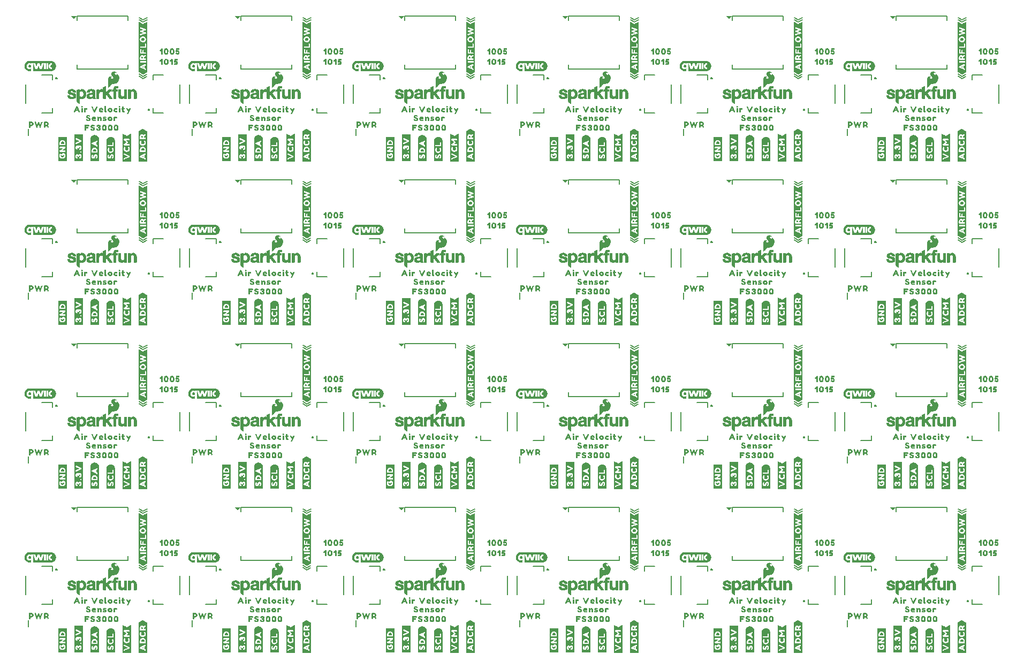
<source format=gto>
G04 EAGLE Gerber RS-274X export*
G75*
%MOMM*%
%FSLAX34Y34*%
%LPD*%
%INSilkscreen Top*%
%IPPOS*%
%AMOC8*
5,1,8,0,0,1.08239X$1,22.5*%
G01*
%ADD10C,0.152400*%
%ADD11C,0.203200*%

G36*
X1227482Y417175D02*
X1227482Y417175D01*
X1227490Y417183D01*
X1227496Y417180D01*
X1233596Y420280D01*
X1233603Y420294D01*
X1233613Y420294D01*
X1233913Y420694D01*
X1233913Y420703D01*
X1233918Y420706D01*
X1233913Y420712D01*
X1233913Y420754D01*
X1233893Y420780D01*
X1233900Y420807D01*
X1233923Y420824D01*
X1233923Y500024D01*
X1233902Y500052D01*
X1233901Y500065D01*
X1233601Y500265D01*
X1233563Y500263D01*
X1233552Y500268D01*
X1227555Y497270D01*
X1226978Y497077D01*
X1220896Y500168D01*
X1220891Y500167D01*
X1220890Y500171D01*
X1220290Y500371D01*
X1220288Y500370D01*
X1220287Y500371D01*
X1220284Y500369D01*
X1220233Y500352D01*
X1220239Y500335D01*
X1220225Y500324D01*
X1220225Y420524D01*
X1220247Y420494D01*
X1220249Y420482D01*
X1220749Y420182D01*
X1220751Y420182D01*
X1220752Y420180D01*
X1226852Y417080D01*
X1226873Y417084D01*
X1226882Y417075D01*
X1227482Y417175D01*
G37*
G36*
X1227482Y676255D02*
X1227482Y676255D01*
X1227490Y676263D01*
X1227496Y676260D01*
X1233596Y679360D01*
X1233603Y679374D01*
X1233613Y679374D01*
X1233913Y679774D01*
X1233913Y679783D01*
X1233918Y679786D01*
X1233913Y679792D01*
X1233913Y679834D01*
X1233893Y679860D01*
X1233900Y679887D01*
X1233923Y679904D01*
X1233923Y759104D01*
X1233902Y759132D01*
X1233901Y759145D01*
X1233601Y759345D01*
X1233563Y759343D01*
X1233552Y759348D01*
X1227555Y756350D01*
X1226978Y756157D01*
X1220896Y759248D01*
X1220891Y759247D01*
X1220890Y759251D01*
X1220290Y759451D01*
X1220288Y759450D01*
X1220287Y759451D01*
X1220284Y759449D01*
X1220233Y759432D01*
X1220239Y759415D01*
X1220225Y759404D01*
X1220225Y679604D01*
X1220247Y679574D01*
X1220249Y679562D01*
X1220749Y679262D01*
X1220751Y679262D01*
X1220752Y679260D01*
X1226852Y676160D01*
X1226873Y676164D01*
X1226882Y676155D01*
X1227482Y676255D01*
G37*
G36*
X968402Y158095D02*
X968402Y158095D01*
X968410Y158103D01*
X968416Y158100D01*
X974516Y161200D01*
X974523Y161214D01*
X974533Y161214D01*
X974833Y161614D01*
X974833Y161623D01*
X974838Y161626D01*
X974833Y161632D01*
X974833Y161674D01*
X974813Y161700D01*
X974820Y161727D01*
X974843Y161744D01*
X974843Y240944D01*
X974822Y240972D01*
X974821Y240985D01*
X974521Y241185D01*
X974483Y241183D01*
X974472Y241188D01*
X968475Y238190D01*
X967898Y237997D01*
X961816Y241088D01*
X961811Y241087D01*
X961810Y241091D01*
X961210Y241291D01*
X961208Y241290D01*
X961207Y241291D01*
X961204Y241289D01*
X961153Y241272D01*
X961159Y241255D01*
X961145Y241244D01*
X961145Y161444D01*
X961167Y161414D01*
X961169Y161402D01*
X961669Y161102D01*
X961671Y161102D01*
X961672Y161100D01*
X967772Y158000D01*
X967793Y158004D01*
X967802Y157995D01*
X968402Y158095D01*
G37*
G36*
X1227482Y158095D02*
X1227482Y158095D01*
X1227490Y158103D01*
X1227496Y158100D01*
X1233596Y161200D01*
X1233603Y161214D01*
X1233613Y161214D01*
X1233913Y161614D01*
X1233913Y161623D01*
X1233918Y161626D01*
X1233913Y161632D01*
X1233913Y161674D01*
X1233893Y161700D01*
X1233900Y161727D01*
X1233923Y161744D01*
X1233923Y240944D01*
X1233902Y240972D01*
X1233901Y240985D01*
X1233601Y241185D01*
X1233563Y241183D01*
X1233552Y241188D01*
X1227555Y238190D01*
X1226978Y237997D01*
X1220896Y241088D01*
X1220891Y241087D01*
X1220890Y241091D01*
X1220290Y241291D01*
X1220288Y241290D01*
X1220287Y241291D01*
X1220284Y241289D01*
X1220233Y241272D01*
X1220239Y241255D01*
X1220225Y241244D01*
X1220225Y161444D01*
X1220247Y161414D01*
X1220249Y161402D01*
X1220749Y161102D01*
X1220751Y161102D01*
X1220752Y161100D01*
X1226852Y158000D01*
X1226873Y158004D01*
X1226882Y157995D01*
X1227482Y158095D01*
G37*
G36*
X191162Y158095D02*
X191162Y158095D01*
X191170Y158103D01*
X191176Y158100D01*
X197276Y161200D01*
X197283Y161214D01*
X197293Y161214D01*
X197593Y161614D01*
X197593Y161623D01*
X197598Y161626D01*
X197593Y161632D01*
X197593Y161674D01*
X197573Y161700D01*
X197580Y161727D01*
X197603Y161744D01*
X197603Y240944D01*
X197582Y240972D01*
X197581Y240985D01*
X197281Y241185D01*
X197243Y241183D01*
X197232Y241188D01*
X191235Y238190D01*
X190658Y237997D01*
X184576Y241088D01*
X184571Y241087D01*
X184570Y241091D01*
X183970Y241291D01*
X183968Y241290D01*
X183967Y241291D01*
X183964Y241289D01*
X183913Y241272D01*
X183919Y241255D01*
X183905Y241244D01*
X183905Y161444D01*
X183927Y161414D01*
X183929Y161402D01*
X184429Y161102D01*
X184431Y161102D01*
X184432Y161100D01*
X190532Y158000D01*
X190553Y158004D01*
X190562Y157995D01*
X191162Y158095D01*
G37*
G36*
X709322Y417175D02*
X709322Y417175D01*
X709330Y417183D01*
X709336Y417180D01*
X715436Y420280D01*
X715443Y420294D01*
X715453Y420294D01*
X715753Y420694D01*
X715753Y420703D01*
X715758Y420706D01*
X715753Y420712D01*
X715753Y420754D01*
X715733Y420780D01*
X715740Y420807D01*
X715763Y420824D01*
X715763Y500024D01*
X715742Y500052D01*
X715741Y500065D01*
X715441Y500265D01*
X715403Y500263D01*
X715392Y500268D01*
X709395Y497270D01*
X708818Y497077D01*
X702736Y500168D01*
X702731Y500167D01*
X702730Y500171D01*
X702130Y500371D01*
X702128Y500370D01*
X702127Y500371D01*
X702124Y500369D01*
X702073Y500352D01*
X702079Y500335D01*
X702065Y500324D01*
X702065Y420524D01*
X702087Y420494D01*
X702089Y420482D01*
X702589Y420182D01*
X702591Y420182D01*
X702592Y420180D01*
X708692Y417080D01*
X708713Y417084D01*
X708722Y417075D01*
X709322Y417175D01*
G37*
G36*
X450242Y417175D02*
X450242Y417175D01*
X450250Y417183D01*
X450256Y417180D01*
X456356Y420280D01*
X456363Y420294D01*
X456373Y420294D01*
X456673Y420694D01*
X456673Y420703D01*
X456678Y420706D01*
X456673Y420712D01*
X456673Y420754D01*
X456653Y420780D01*
X456660Y420807D01*
X456683Y420824D01*
X456683Y500024D01*
X456662Y500052D01*
X456661Y500065D01*
X456361Y500265D01*
X456323Y500263D01*
X456312Y500268D01*
X450315Y497270D01*
X449738Y497077D01*
X443656Y500168D01*
X443651Y500167D01*
X443650Y500171D01*
X443050Y500371D01*
X443048Y500370D01*
X443047Y500371D01*
X443044Y500369D01*
X442993Y500352D01*
X442999Y500335D01*
X442985Y500324D01*
X442985Y420524D01*
X443007Y420494D01*
X443009Y420482D01*
X443509Y420182D01*
X443511Y420182D01*
X443512Y420180D01*
X449612Y417080D01*
X449633Y417084D01*
X449642Y417075D01*
X450242Y417175D01*
G37*
G36*
X1486562Y417175D02*
X1486562Y417175D01*
X1486570Y417183D01*
X1486576Y417180D01*
X1492676Y420280D01*
X1492683Y420294D01*
X1492693Y420294D01*
X1492993Y420694D01*
X1492993Y420703D01*
X1492998Y420706D01*
X1492993Y420712D01*
X1492993Y420754D01*
X1492973Y420780D01*
X1492980Y420807D01*
X1493003Y420824D01*
X1493003Y500024D01*
X1492982Y500052D01*
X1492981Y500065D01*
X1492681Y500265D01*
X1492643Y500263D01*
X1492632Y500268D01*
X1486635Y497270D01*
X1486058Y497077D01*
X1479976Y500168D01*
X1479971Y500167D01*
X1479970Y500171D01*
X1479370Y500371D01*
X1479368Y500370D01*
X1479367Y500371D01*
X1479364Y500369D01*
X1479313Y500352D01*
X1479319Y500335D01*
X1479305Y500324D01*
X1479305Y420524D01*
X1479327Y420494D01*
X1479329Y420482D01*
X1479829Y420182D01*
X1479831Y420182D01*
X1479832Y420180D01*
X1485932Y417080D01*
X1485953Y417084D01*
X1485962Y417075D01*
X1486562Y417175D01*
G37*
G36*
X191162Y417175D02*
X191162Y417175D01*
X191170Y417183D01*
X191176Y417180D01*
X197276Y420280D01*
X197283Y420294D01*
X197293Y420294D01*
X197593Y420694D01*
X197593Y420703D01*
X197598Y420706D01*
X197593Y420712D01*
X197593Y420754D01*
X197573Y420780D01*
X197580Y420807D01*
X197603Y420824D01*
X197603Y500024D01*
X197582Y500052D01*
X197581Y500065D01*
X197281Y500265D01*
X197243Y500263D01*
X197232Y500268D01*
X191235Y497270D01*
X190658Y497077D01*
X184576Y500168D01*
X184571Y500167D01*
X184570Y500171D01*
X183970Y500371D01*
X183968Y500370D01*
X183967Y500371D01*
X183964Y500369D01*
X183913Y500352D01*
X183919Y500335D01*
X183905Y500324D01*
X183905Y420524D01*
X183927Y420494D01*
X183929Y420482D01*
X184429Y420182D01*
X184431Y420182D01*
X184432Y420180D01*
X190532Y417080D01*
X190553Y417084D01*
X190562Y417075D01*
X191162Y417175D01*
G37*
G36*
X709322Y158095D02*
X709322Y158095D01*
X709330Y158103D01*
X709336Y158100D01*
X715436Y161200D01*
X715443Y161214D01*
X715453Y161214D01*
X715753Y161614D01*
X715753Y161623D01*
X715758Y161626D01*
X715753Y161632D01*
X715753Y161674D01*
X715733Y161700D01*
X715740Y161727D01*
X715763Y161744D01*
X715763Y240944D01*
X715742Y240972D01*
X715741Y240985D01*
X715441Y241185D01*
X715403Y241183D01*
X715392Y241188D01*
X709395Y238190D01*
X708818Y237997D01*
X702736Y241088D01*
X702731Y241087D01*
X702730Y241091D01*
X702130Y241291D01*
X702128Y241290D01*
X702127Y241291D01*
X702124Y241289D01*
X702073Y241272D01*
X702079Y241255D01*
X702065Y241244D01*
X702065Y161444D01*
X702087Y161414D01*
X702089Y161402D01*
X702589Y161102D01*
X702591Y161102D01*
X702592Y161100D01*
X708692Y158000D01*
X708713Y158004D01*
X708722Y157995D01*
X709322Y158095D01*
G37*
G36*
X450242Y158095D02*
X450242Y158095D01*
X450250Y158103D01*
X450256Y158100D01*
X456356Y161200D01*
X456363Y161214D01*
X456373Y161214D01*
X456673Y161614D01*
X456673Y161623D01*
X456678Y161626D01*
X456673Y161632D01*
X456673Y161674D01*
X456653Y161700D01*
X456660Y161727D01*
X456683Y161744D01*
X456683Y240944D01*
X456662Y240972D01*
X456661Y240985D01*
X456361Y241185D01*
X456323Y241183D01*
X456312Y241188D01*
X450315Y238190D01*
X449738Y237997D01*
X443656Y241088D01*
X443651Y241087D01*
X443650Y241091D01*
X443050Y241291D01*
X443048Y241290D01*
X443047Y241291D01*
X443044Y241289D01*
X442993Y241272D01*
X442999Y241255D01*
X442985Y241244D01*
X442985Y161444D01*
X443007Y161414D01*
X443009Y161402D01*
X443509Y161102D01*
X443511Y161102D01*
X443512Y161100D01*
X449612Y158000D01*
X449633Y158004D01*
X449642Y157995D01*
X450242Y158095D01*
G37*
G36*
X968402Y417175D02*
X968402Y417175D01*
X968410Y417183D01*
X968416Y417180D01*
X974516Y420280D01*
X974523Y420294D01*
X974533Y420294D01*
X974833Y420694D01*
X974833Y420703D01*
X974838Y420706D01*
X974833Y420712D01*
X974833Y420754D01*
X974813Y420780D01*
X974820Y420807D01*
X974843Y420824D01*
X974843Y500024D01*
X974822Y500052D01*
X974821Y500065D01*
X974521Y500265D01*
X974483Y500263D01*
X974472Y500268D01*
X968475Y497270D01*
X967898Y497077D01*
X961816Y500168D01*
X961811Y500167D01*
X961810Y500171D01*
X961210Y500371D01*
X961208Y500370D01*
X961207Y500371D01*
X961204Y500369D01*
X961153Y500352D01*
X961159Y500335D01*
X961145Y500324D01*
X961145Y420524D01*
X961167Y420494D01*
X961169Y420482D01*
X961669Y420182D01*
X961671Y420182D01*
X961672Y420180D01*
X967772Y417080D01*
X967793Y417084D01*
X967802Y417075D01*
X968402Y417175D01*
G37*
G36*
X1486562Y158095D02*
X1486562Y158095D01*
X1486570Y158103D01*
X1486576Y158100D01*
X1492676Y161200D01*
X1492683Y161214D01*
X1492693Y161214D01*
X1492993Y161614D01*
X1492993Y161623D01*
X1492998Y161626D01*
X1492993Y161632D01*
X1492993Y161674D01*
X1492973Y161700D01*
X1492980Y161727D01*
X1493003Y161744D01*
X1493003Y240944D01*
X1492982Y240972D01*
X1492981Y240985D01*
X1492681Y241185D01*
X1492643Y241183D01*
X1492632Y241188D01*
X1486635Y238190D01*
X1486058Y237997D01*
X1479976Y241088D01*
X1479971Y241087D01*
X1479970Y241091D01*
X1479370Y241291D01*
X1479368Y241290D01*
X1479367Y241291D01*
X1479364Y241289D01*
X1479313Y241272D01*
X1479319Y241255D01*
X1479305Y241244D01*
X1479305Y161444D01*
X1479327Y161414D01*
X1479329Y161402D01*
X1479829Y161102D01*
X1479831Y161102D01*
X1479832Y161100D01*
X1485932Y158000D01*
X1485953Y158004D01*
X1485962Y157995D01*
X1486562Y158095D01*
G37*
G36*
X191162Y676255D02*
X191162Y676255D01*
X191170Y676263D01*
X191176Y676260D01*
X197276Y679360D01*
X197283Y679374D01*
X197293Y679374D01*
X197593Y679774D01*
X197593Y679783D01*
X197598Y679786D01*
X197593Y679792D01*
X197593Y679834D01*
X197573Y679860D01*
X197580Y679887D01*
X197603Y679904D01*
X197603Y759104D01*
X197582Y759132D01*
X197581Y759145D01*
X197281Y759345D01*
X197243Y759343D01*
X197232Y759348D01*
X191235Y756350D01*
X190658Y756157D01*
X184576Y759248D01*
X184571Y759247D01*
X184570Y759251D01*
X183970Y759451D01*
X183968Y759450D01*
X183967Y759451D01*
X183964Y759449D01*
X183913Y759432D01*
X183919Y759415D01*
X183905Y759404D01*
X183905Y679604D01*
X183927Y679574D01*
X183929Y679562D01*
X184429Y679262D01*
X184431Y679262D01*
X184432Y679260D01*
X190532Y676160D01*
X190553Y676164D01*
X190562Y676155D01*
X191162Y676255D01*
G37*
G36*
X1486562Y676255D02*
X1486562Y676255D01*
X1486570Y676263D01*
X1486576Y676260D01*
X1492676Y679360D01*
X1492683Y679374D01*
X1492693Y679374D01*
X1492993Y679774D01*
X1492993Y679783D01*
X1492998Y679786D01*
X1492993Y679792D01*
X1492993Y679834D01*
X1492973Y679860D01*
X1492980Y679887D01*
X1493003Y679904D01*
X1493003Y759104D01*
X1492982Y759132D01*
X1492981Y759145D01*
X1492681Y759345D01*
X1492643Y759343D01*
X1492632Y759348D01*
X1486635Y756350D01*
X1486058Y756157D01*
X1479976Y759248D01*
X1479971Y759247D01*
X1479970Y759251D01*
X1479370Y759451D01*
X1479368Y759450D01*
X1479367Y759451D01*
X1479364Y759449D01*
X1479313Y759432D01*
X1479319Y759415D01*
X1479305Y759404D01*
X1479305Y679604D01*
X1479327Y679574D01*
X1479329Y679562D01*
X1479829Y679262D01*
X1479831Y679262D01*
X1479832Y679260D01*
X1485932Y676160D01*
X1485953Y676164D01*
X1485962Y676155D01*
X1486562Y676255D01*
G37*
G36*
X968402Y676255D02*
X968402Y676255D01*
X968410Y676263D01*
X968416Y676260D01*
X974516Y679360D01*
X974523Y679374D01*
X974533Y679374D01*
X974833Y679774D01*
X974833Y679783D01*
X974838Y679786D01*
X974833Y679792D01*
X974833Y679834D01*
X974813Y679860D01*
X974820Y679887D01*
X974843Y679904D01*
X974843Y759104D01*
X974822Y759132D01*
X974821Y759145D01*
X974521Y759345D01*
X974483Y759343D01*
X974472Y759348D01*
X968475Y756350D01*
X967898Y756157D01*
X961816Y759248D01*
X961811Y759247D01*
X961810Y759251D01*
X961210Y759451D01*
X961208Y759450D01*
X961207Y759451D01*
X961204Y759449D01*
X961153Y759432D01*
X961159Y759415D01*
X961145Y759404D01*
X961145Y679604D01*
X961167Y679574D01*
X961169Y679562D01*
X961669Y679262D01*
X961671Y679262D01*
X961672Y679260D01*
X967772Y676160D01*
X967793Y676164D01*
X967802Y676155D01*
X968402Y676255D01*
G37*
G36*
X450242Y676255D02*
X450242Y676255D01*
X450250Y676263D01*
X450256Y676260D01*
X456356Y679360D01*
X456363Y679374D01*
X456373Y679374D01*
X456673Y679774D01*
X456673Y679783D01*
X456678Y679786D01*
X456673Y679792D01*
X456673Y679834D01*
X456653Y679860D01*
X456660Y679887D01*
X456683Y679904D01*
X456683Y759104D01*
X456662Y759132D01*
X456661Y759145D01*
X456361Y759345D01*
X456323Y759343D01*
X456312Y759348D01*
X450315Y756350D01*
X449738Y756157D01*
X443656Y759248D01*
X443651Y759247D01*
X443650Y759251D01*
X443050Y759451D01*
X443048Y759450D01*
X443047Y759451D01*
X443044Y759449D01*
X442993Y759432D01*
X442999Y759415D01*
X442985Y759404D01*
X442985Y679604D01*
X443007Y679574D01*
X443009Y679562D01*
X443509Y679262D01*
X443511Y679262D01*
X443512Y679260D01*
X449612Y676160D01*
X449633Y676164D01*
X449642Y676155D01*
X450242Y676255D01*
G37*
G36*
X709322Y676255D02*
X709322Y676255D01*
X709330Y676263D01*
X709336Y676260D01*
X715436Y679360D01*
X715443Y679374D01*
X715453Y679374D01*
X715753Y679774D01*
X715753Y679783D01*
X715758Y679786D01*
X715753Y679792D01*
X715753Y679834D01*
X715733Y679860D01*
X715740Y679887D01*
X715763Y679904D01*
X715763Y759104D01*
X715742Y759132D01*
X715741Y759145D01*
X715441Y759345D01*
X715403Y759343D01*
X715392Y759348D01*
X709395Y756350D01*
X708818Y756157D01*
X702736Y759248D01*
X702731Y759247D01*
X702730Y759251D01*
X702130Y759451D01*
X702128Y759450D01*
X702127Y759451D01*
X702124Y759449D01*
X702073Y759432D01*
X702079Y759415D01*
X702065Y759404D01*
X702065Y679604D01*
X702087Y679574D01*
X702089Y679562D01*
X702589Y679262D01*
X702591Y679262D01*
X702592Y679260D01*
X708692Y676160D01*
X708713Y676164D01*
X708722Y676155D01*
X709322Y676255D01*
G37*
G36*
X1227482Y935335D02*
X1227482Y935335D01*
X1227490Y935343D01*
X1227496Y935340D01*
X1233596Y938440D01*
X1233603Y938454D01*
X1233613Y938454D01*
X1233913Y938854D01*
X1233913Y938863D01*
X1233918Y938866D01*
X1233913Y938872D01*
X1233913Y938914D01*
X1233893Y938940D01*
X1233900Y938967D01*
X1233923Y938984D01*
X1233923Y1018184D01*
X1233902Y1018212D01*
X1233901Y1018225D01*
X1233601Y1018425D01*
X1233563Y1018423D01*
X1233552Y1018428D01*
X1227555Y1015430D01*
X1226978Y1015237D01*
X1220896Y1018328D01*
X1220891Y1018327D01*
X1220890Y1018331D01*
X1220290Y1018531D01*
X1220288Y1018530D01*
X1220287Y1018531D01*
X1220284Y1018529D01*
X1220233Y1018512D01*
X1220239Y1018495D01*
X1220225Y1018484D01*
X1220225Y938684D01*
X1220247Y938654D01*
X1220249Y938642D01*
X1220749Y938342D01*
X1220751Y938342D01*
X1220752Y938340D01*
X1226852Y935240D01*
X1226873Y935244D01*
X1226882Y935235D01*
X1227482Y935335D01*
G37*
G36*
X1486562Y935335D02*
X1486562Y935335D01*
X1486570Y935343D01*
X1486576Y935340D01*
X1492676Y938440D01*
X1492683Y938454D01*
X1492693Y938454D01*
X1492993Y938854D01*
X1492993Y938863D01*
X1492998Y938866D01*
X1492993Y938872D01*
X1492993Y938914D01*
X1492973Y938940D01*
X1492980Y938967D01*
X1493003Y938984D01*
X1493003Y1018184D01*
X1492982Y1018212D01*
X1492981Y1018225D01*
X1492681Y1018425D01*
X1492643Y1018423D01*
X1492632Y1018428D01*
X1486635Y1015430D01*
X1486058Y1015237D01*
X1479976Y1018328D01*
X1479971Y1018327D01*
X1479970Y1018331D01*
X1479370Y1018531D01*
X1479368Y1018530D01*
X1479367Y1018531D01*
X1479364Y1018529D01*
X1479313Y1018512D01*
X1479319Y1018495D01*
X1479305Y1018484D01*
X1479305Y938684D01*
X1479327Y938654D01*
X1479329Y938642D01*
X1479829Y938342D01*
X1479831Y938342D01*
X1479832Y938340D01*
X1485932Y935240D01*
X1485953Y935244D01*
X1485962Y935235D01*
X1486562Y935335D01*
G37*
G36*
X709322Y935335D02*
X709322Y935335D01*
X709330Y935343D01*
X709336Y935340D01*
X715436Y938440D01*
X715443Y938454D01*
X715453Y938454D01*
X715753Y938854D01*
X715753Y938863D01*
X715758Y938866D01*
X715753Y938872D01*
X715753Y938914D01*
X715733Y938940D01*
X715740Y938967D01*
X715763Y938984D01*
X715763Y1018184D01*
X715742Y1018212D01*
X715741Y1018225D01*
X715441Y1018425D01*
X715403Y1018423D01*
X715392Y1018428D01*
X709395Y1015430D01*
X708818Y1015237D01*
X702736Y1018328D01*
X702731Y1018327D01*
X702730Y1018331D01*
X702130Y1018531D01*
X702128Y1018530D01*
X702127Y1018531D01*
X702124Y1018529D01*
X702073Y1018512D01*
X702079Y1018495D01*
X702065Y1018484D01*
X702065Y938684D01*
X702087Y938654D01*
X702089Y938642D01*
X702589Y938342D01*
X702591Y938342D01*
X702592Y938340D01*
X708692Y935240D01*
X708713Y935244D01*
X708722Y935235D01*
X709322Y935335D01*
G37*
G36*
X191162Y935335D02*
X191162Y935335D01*
X191170Y935343D01*
X191176Y935340D01*
X197276Y938440D01*
X197283Y938454D01*
X197293Y938454D01*
X197593Y938854D01*
X197593Y938863D01*
X197598Y938866D01*
X197593Y938872D01*
X197593Y938914D01*
X197573Y938940D01*
X197580Y938967D01*
X197603Y938984D01*
X197603Y1018184D01*
X197582Y1018212D01*
X197581Y1018225D01*
X197281Y1018425D01*
X197243Y1018423D01*
X197232Y1018428D01*
X191235Y1015430D01*
X190658Y1015237D01*
X184576Y1018328D01*
X184571Y1018327D01*
X184570Y1018331D01*
X183970Y1018531D01*
X183968Y1018530D01*
X183967Y1018531D01*
X183964Y1018529D01*
X183913Y1018512D01*
X183919Y1018495D01*
X183905Y1018484D01*
X183905Y938684D01*
X183927Y938654D01*
X183929Y938642D01*
X184429Y938342D01*
X184431Y938342D01*
X184432Y938340D01*
X190532Y935240D01*
X190553Y935244D01*
X190562Y935235D01*
X191162Y935335D01*
G37*
G36*
X968402Y935335D02*
X968402Y935335D01*
X968410Y935343D01*
X968416Y935340D01*
X974516Y938440D01*
X974523Y938454D01*
X974533Y938454D01*
X974833Y938854D01*
X974833Y938863D01*
X974838Y938866D01*
X974833Y938872D01*
X974833Y938914D01*
X974813Y938940D01*
X974820Y938967D01*
X974843Y938984D01*
X974843Y1018184D01*
X974822Y1018212D01*
X974821Y1018225D01*
X974521Y1018425D01*
X974483Y1018423D01*
X974472Y1018428D01*
X968475Y1015430D01*
X967898Y1015237D01*
X961816Y1018328D01*
X961811Y1018327D01*
X961810Y1018331D01*
X961210Y1018531D01*
X961208Y1018530D01*
X961207Y1018531D01*
X961204Y1018529D01*
X961153Y1018512D01*
X961159Y1018495D01*
X961145Y1018484D01*
X961145Y938684D01*
X961167Y938654D01*
X961169Y938642D01*
X961669Y938342D01*
X961671Y938342D01*
X961672Y938340D01*
X967772Y935240D01*
X967793Y935244D01*
X967802Y935235D01*
X968402Y935335D01*
G37*
G36*
X450242Y935335D02*
X450242Y935335D01*
X450250Y935343D01*
X450256Y935340D01*
X456356Y938440D01*
X456363Y938454D01*
X456373Y938454D01*
X456673Y938854D01*
X456673Y938863D01*
X456678Y938866D01*
X456673Y938872D01*
X456673Y938914D01*
X456653Y938940D01*
X456660Y938967D01*
X456683Y938984D01*
X456683Y1018184D01*
X456662Y1018212D01*
X456661Y1018225D01*
X456361Y1018425D01*
X456323Y1018423D01*
X456312Y1018428D01*
X450315Y1015430D01*
X449738Y1015237D01*
X443656Y1018328D01*
X443651Y1018327D01*
X443650Y1018331D01*
X443050Y1018531D01*
X443048Y1018530D01*
X443047Y1018531D01*
X443044Y1018529D01*
X442993Y1018512D01*
X442999Y1018495D01*
X442985Y1018484D01*
X442985Y938684D01*
X443007Y938654D01*
X443009Y938642D01*
X443509Y938342D01*
X443511Y938342D01*
X443512Y938340D01*
X449612Y935240D01*
X449633Y935244D01*
X449642Y935235D01*
X450242Y935335D01*
G37*
G36*
X714967Y19866D02*
X714967Y19866D01*
X714975Y19863D01*
X714975Y19864D01*
X714976Y19863D01*
X714977Y19865D01*
X714978Y19864D01*
X715478Y20064D01*
X715493Y20088D01*
X715500Y20094D01*
X715498Y20097D01*
X715503Y20105D01*
X715509Y20110D01*
X715509Y68110D01*
X715490Y68135D01*
X715491Y68148D01*
X714991Y68548D01*
X714983Y68549D01*
X714982Y68554D01*
X708882Y71554D01*
X708861Y71550D01*
X708852Y71559D01*
X708252Y71459D01*
X708245Y71451D01*
X708238Y71454D01*
X702238Y68454D01*
X702231Y68441D01*
X702222Y68441D01*
X701822Y67941D01*
X701821Y67918D01*
X701811Y67910D01*
X701811Y20410D01*
X701819Y20399D01*
X701814Y20392D01*
X702014Y19892D01*
X702055Y19867D01*
X702060Y19861D01*
X714960Y19861D01*
X714967Y19866D01*
G37*
G36*
X196807Y19866D02*
X196807Y19866D01*
X196815Y19863D01*
X196815Y19864D01*
X196816Y19863D01*
X196817Y19865D01*
X196818Y19864D01*
X197318Y20064D01*
X197333Y20088D01*
X197340Y20094D01*
X197338Y20097D01*
X197343Y20105D01*
X197349Y20110D01*
X197349Y68110D01*
X197330Y68135D01*
X197331Y68148D01*
X196831Y68548D01*
X196823Y68549D01*
X196822Y68554D01*
X190722Y71554D01*
X190701Y71550D01*
X190692Y71559D01*
X190092Y71459D01*
X190085Y71451D01*
X190078Y71454D01*
X184078Y68454D01*
X184071Y68441D01*
X184062Y68441D01*
X183662Y67941D01*
X183661Y67918D01*
X183651Y67910D01*
X183651Y20410D01*
X183659Y20399D01*
X183654Y20392D01*
X183854Y19892D01*
X183895Y19867D01*
X183900Y19861D01*
X196800Y19861D01*
X196807Y19866D01*
G37*
G36*
X455887Y278946D02*
X455887Y278946D01*
X455895Y278943D01*
X455895Y278944D01*
X455896Y278943D01*
X455897Y278945D01*
X455898Y278944D01*
X456398Y279144D01*
X456413Y279168D01*
X456420Y279174D01*
X456418Y279177D01*
X456423Y279185D01*
X456429Y279190D01*
X456429Y327190D01*
X456410Y327215D01*
X456411Y327228D01*
X455911Y327628D01*
X455903Y327629D01*
X455902Y327634D01*
X449802Y330634D01*
X449781Y330630D01*
X449772Y330639D01*
X449172Y330539D01*
X449165Y330531D01*
X449158Y330534D01*
X443158Y327534D01*
X443151Y327521D01*
X443142Y327521D01*
X442742Y327021D01*
X442741Y326998D01*
X442731Y326990D01*
X442731Y279490D01*
X442739Y279479D01*
X442734Y279472D01*
X442934Y278972D01*
X442975Y278947D01*
X442980Y278941D01*
X455880Y278941D01*
X455887Y278946D01*
G37*
G36*
X196807Y278946D02*
X196807Y278946D01*
X196815Y278943D01*
X196815Y278944D01*
X196816Y278943D01*
X196817Y278945D01*
X196818Y278944D01*
X197318Y279144D01*
X197333Y279168D01*
X197340Y279174D01*
X197338Y279177D01*
X197343Y279185D01*
X197349Y279190D01*
X197349Y327190D01*
X197330Y327215D01*
X197331Y327228D01*
X196831Y327628D01*
X196823Y327629D01*
X196822Y327634D01*
X190722Y330634D01*
X190701Y330630D01*
X190692Y330639D01*
X190092Y330539D01*
X190085Y330531D01*
X190078Y330534D01*
X184078Y327534D01*
X184071Y327521D01*
X184062Y327521D01*
X183662Y327021D01*
X183661Y326998D01*
X183651Y326990D01*
X183651Y279490D01*
X183659Y279479D01*
X183654Y279472D01*
X183854Y278972D01*
X183895Y278947D01*
X183900Y278941D01*
X196800Y278941D01*
X196807Y278946D01*
G37*
G36*
X1233127Y278946D02*
X1233127Y278946D01*
X1233135Y278943D01*
X1233135Y278944D01*
X1233136Y278943D01*
X1233137Y278945D01*
X1233138Y278944D01*
X1233638Y279144D01*
X1233653Y279168D01*
X1233660Y279174D01*
X1233658Y279177D01*
X1233663Y279185D01*
X1233669Y279190D01*
X1233669Y327190D01*
X1233650Y327215D01*
X1233651Y327228D01*
X1233151Y327628D01*
X1233143Y327629D01*
X1233142Y327634D01*
X1227042Y330634D01*
X1227021Y330630D01*
X1227012Y330639D01*
X1226412Y330539D01*
X1226405Y330531D01*
X1226398Y330534D01*
X1220398Y327534D01*
X1220391Y327521D01*
X1220382Y327521D01*
X1219982Y327021D01*
X1219981Y326998D01*
X1219971Y326990D01*
X1219971Y279490D01*
X1219979Y279479D01*
X1219974Y279472D01*
X1220174Y278972D01*
X1220215Y278947D01*
X1220220Y278941D01*
X1233120Y278941D01*
X1233127Y278946D01*
G37*
G36*
X974047Y278946D02*
X974047Y278946D01*
X974055Y278943D01*
X974055Y278944D01*
X974056Y278943D01*
X974057Y278945D01*
X974058Y278944D01*
X974558Y279144D01*
X974573Y279168D01*
X974580Y279174D01*
X974578Y279177D01*
X974583Y279185D01*
X974589Y279190D01*
X974589Y327190D01*
X974570Y327215D01*
X974571Y327228D01*
X974071Y327628D01*
X974063Y327629D01*
X974062Y327634D01*
X967962Y330634D01*
X967941Y330630D01*
X967932Y330639D01*
X967332Y330539D01*
X967325Y330531D01*
X967318Y330534D01*
X961318Y327534D01*
X961311Y327521D01*
X961302Y327521D01*
X960902Y327021D01*
X960901Y326998D01*
X960891Y326990D01*
X960891Y279490D01*
X960899Y279479D01*
X960894Y279472D01*
X961094Y278972D01*
X961135Y278947D01*
X961140Y278941D01*
X974040Y278941D01*
X974047Y278946D01*
G37*
G36*
X714967Y278946D02*
X714967Y278946D01*
X714975Y278943D01*
X714975Y278944D01*
X714976Y278943D01*
X714977Y278945D01*
X714978Y278944D01*
X715478Y279144D01*
X715493Y279168D01*
X715500Y279174D01*
X715498Y279177D01*
X715503Y279185D01*
X715509Y279190D01*
X715509Y327190D01*
X715490Y327215D01*
X715491Y327228D01*
X714991Y327628D01*
X714983Y327629D01*
X714982Y327634D01*
X708882Y330634D01*
X708861Y330630D01*
X708852Y330639D01*
X708252Y330539D01*
X708245Y330531D01*
X708238Y330534D01*
X702238Y327534D01*
X702231Y327521D01*
X702222Y327521D01*
X701822Y327021D01*
X701821Y326998D01*
X701811Y326990D01*
X701811Y279490D01*
X701819Y279479D01*
X701814Y279472D01*
X702014Y278972D01*
X702055Y278947D01*
X702060Y278941D01*
X714960Y278941D01*
X714967Y278946D01*
G37*
G36*
X1492207Y538026D02*
X1492207Y538026D01*
X1492215Y538023D01*
X1492215Y538024D01*
X1492216Y538023D01*
X1492217Y538025D01*
X1492218Y538024D01*
X1492718Y538224D01*
X1492733Y538248D01*
X1492740Y538254D01*
X1492738Y538257D01*
X1492743Y538265D01*
X1492749Y538270D01*
X1492749Y586270D01*
X1492730Y586295D01*
X1492731Y586308D01*
X1492231Y586708D01*
X1492223Y586709D01*
X1492222Y586714D01*
X1486122Y589714D01*
X1486101Y589710D01*
X1486092Y589719D01*
X1485492Y589619D01*
X1485485Y589611D01*
X1485478Y589614D01*
X1479478Y586614D01*
X1479471Y586601D01*
X1479462Y586601D01*
X1479062Y586101D01*
X1479061Y586078D01*
X1479051Y586070D01*
X1479051Y538570D01*
X1479059Y538559D01*
X1479054Y538552D01*
X1479254Y538052D01*
X1479295Y538027D01*
X1479300Y538021D01*
X1492200Y538021D01*
X1492207Y538026D01*
G37*
G36*
X1233127Y19866D02*
X1233127Y19866D01*
X1233135Y19863D01*
X1233135Y19864D01*
X1233136Y19863D01*
X1233137Y19865D01*
X1233138Y19864D01*
X1233638Y20064D01*
X1233653Y20088D01*
X1233660Y20094D01*
X1233658Y20097D01*
X1233663Y20105D01*
X1233669Y20110D01*
X1233669Y68110D01*
X1233650Y68135D01*
X1233651Y68148D01*
X1233151Y68548D01*
X1233143Y68549D01*
X1233142Y68554D01*
X1227042Y71554D01*
X1227021Y71550D01*
X1227012Y71559D01*
X1226412Y71459D01*
X1226405Y71451D01*
X1226398Y71454D01*
X1220398Y68454D01*
X1220391Y68441D01*
X1220382Y68441D01*
X1219982Y67941D01*
X1219981Y67918D01*
X1219971Y67910D01*
X1219971Y20410D01*
X1219979Y20399D01*
X1219974Y20392D01*
X1220174Y19892D01*
X1220215Y19867D01*
X1220220Y19861D01*
X1233120Y19861D01*
X1233127Y19866D01*
G37*
G36*
X455887Y19866D02*
X455887Y19866D01*
X455895Y19863D01*
X455895Y19864D01*
X455896Y19863D01*
X455897Y19865D01*
X455898Y19864D01*
X456398Y20064D01*
X456413Y20088D01*
X456420Y20094D01*
X456418Y20097D01*
X456423Y20105D01*
X456429Y20110D01*
X456429Y68110D01*
X456410Y68135D01*
X456411Y68148D01*
X455911Y68548D01*
X455903Y68549D01*
X455902Y68554D01*
X449802Y71554D01*
X449781Y71550D01*
X449772Y71559D01*
X449172Y71459D01*
X449165Y71451D01*
X449158Y71454D01*
X443158Y68454D01*
X443151Y68441D01*
X443142Y68441D01*
X442742Y67941D01*
X442741Y67918D01*
X442731Y67910D01*
X442731Y20410D01*
X442739Y20399D01*
X442734Y20392D01*
X442934Y19892D01*
X442975Y19867D01*
X442980Y19861D01*
X455880Y19861D01*
X455887Y19866D01*
G37*
G36*
X1492207Y19866D02*
X1492207Y19866D01*
X1492215Y19863D01*
X1492215Y19864D01*
X1492216Y19863D01*
X1492217Y19865D01*
X1492218Y19864D01*
X1492718Y20064D01*
X1492733Y20088D01*
X1492740Y20094D01*
X1492738Y20097D01*
X1492743Y20105D01*
X1492749Y20110D01*
X1492749Y68110D01*
X1492730Y68135D01*
X1492731Y68148D01*
X1492231Y68548D01*
X1492223Y68549D01*
X1492222Y68554D01*
X1486122Y71554D01*
X1486101Y71550D01*
X1486092Y71559D01*
X1485492Y71459D01*
X1485485Y71451D01*
X1485478Y71454D01*
X1479478Y68454D01*
X1479471Y68441D01*
X1479462Y68441D01*
X1479062Y67941D01*
X1479061Y67918D01*
X1479051Y67910D01*
X1479051Y20410D01*
X1479059Y20399D01*
X1479054Y20392D01*
X1479254Y19892D01*
X1479295Y19867D01*
X1479300Y19861D01*
X1492200Y19861D01*
X1492207Y19866D01*
G37*
G36*
X974047Y19866D02*
X974047Y19866D01*
X974055Y19863D01*
X974055Y19864D01*
X974056Y19863D01*
X974057Y19865D01*
X974058Y19864D01*
X974558Y20064D01*
X974573Y20088D01*
X974580Y20094D01*
X974578Y20097D01*
X974583Y20105D01*
X974589Y20110D01*
X974589Y68110D01*
X974570Y68135D01*
X974571Y68148D01*
X974071Y68548D01*
X974063Y68549D01*
X974062Y68554D01*
X967962Y71554D01*
X967941Y71550D01*
X967932Y71559D01*
X967332Y71459D01*
X967325Y71451D01*
X967318Y71454D01*
X961318Y68454D01*
X961311Y68441D01*
X961302Y68441D01*
X960902Y67941D01*
X960901Y67918D01*
X960891Y67910D01*
X960891Y20410D01*
X960899Y20399D01*
X960894Y20392D01*
X961094Y19892D01*
X961135Y19867D01*
X961140Y19861D01*
X974040Y19861D01*
X974047Y19866D01*
G37*
G36*
X1492207Y278946D02*
X1492207Y278946D01*
X1492215Y278943D01*
X1492215Y278944D01*
X1492216Y278943D01*
X1492217Y278945D01*
X1492218Y278944D01*
X1492718Y279144D01*
X1492733Y279168D01*
X1492740Y279174D01*
X1492738Y279177D01*
X1492743Y279185D01*
X1492749Y279190D01*
X1492749Y327190D01*
X1492730Y327215D01*
X1492731Y327228D01*
X1492231Y327628D01*
X1492223Y327629D01*
X1492222Y327634D01*
X1486122Y330634D01*
X1486101Y330630D01*
X1486092Y330639D01*
X1485492Y330539D01*
X1485485Y330531D01*
X1485478Y330534D01*
X1479478Y327534D01*
X1479471Y327521D01*
X1479462Y327521D01*
X1479062Y327021D01*
X1479061Y326998D01*
X1479051Y326990D01*
X1479051Y279490D01*
X1479059Y279479D01*
X1479054Y279472D01*
X1479254Y278972D01*
X1479295Y278947D01*
X1479300Y278941D01*
X1492200Y278941D01*
X1492207Y278946D01*
G37*
G36*
X1492207Y797106D02*
X1492207Y797106D01*
X1492215Y797103D01*
X1492215Y797104D01*
X1492216Y797103D01*
X1492217Y797105D01*
X1492218Y797104D01*
X1492718Y797304D01*
X1492733Y797328D01*
X1492740Y797334D01*
X1492738Y797337D01*
X1492743Y797345D01*
X1492749Y797350D01*
X1492749Y845350D01*
X1492730Y845375D01*
X1492731Y845388D01*
X1492231Y845788D01*
X1492223Y845789D01*
X1492222Y845794D01*
X1486122Y848794D01*
X1486101Y848790D01*
X1486092Y848799D01*
X1485492Y848699D01*
X1485485Y848691D01*
X1485478Y848694D01*
X1479478Y845694D01*
X1479471Y845681D01*
X1479462Y845681D01*
X1479062Y845181D01*
X1479061Y845158D01*
X1479051Y845150D01*
X1479051Y797650D01*
X1479059Y797639D01*
X1479054Y797632D01*
X1479254Y797132D01*
X1479295Y797107D01*
X1479300Y797101D01*
X1492200Y797101D01*
X1492207Y797106D01*
G37*
G36*
X196807Y797106D02*
X196807Y797106D01*
X196815Y797103D01*
X196815Y797104D01*
X196816Y797103D01*
X196817Y797105D01*
X196818Y797104D01*
X197318Y797304D01*
X197333Y797328D01*
X197340Y797334D01*
X197338Y797337D01*
X197343Y797345D01*
X197349Y797350D01*
X197349Y845350D01*
X197330Y845375D01*
X197331Y845388D01*
X196831Y845788D01*
X196823Y845789D01*
X196822Y845794D01*
X190722Y848794D01*
X190701Y848790D01*
X190692Y848799D01*
X190092Y848699D01*
X190085Y848691D01*
X190078Y848694D01*
X184078Y845694D01*
X184071Y845681D01*
X184062Y845681D01*
X183662Y845181D01*
X183661Y845158D01*
X183651Y845150D01*
X183651Y797650D01*
X183659Y797639D01*
X183654Y797632D01*
X183854Y797132D01*
X183895Y797107D01*
X183900Y797101D01*
X196800Y797101D01*
X196807Y797106D01*
G37*
G36*
X1233127Y797106D02*
X1233127Y797106D01*
X1233135Y797103D01*
X1233135Y797104D01*
X1233136Y797103D01*
X1233137Y797105D01*
X1233138Y797104D01*
X1233638Y797304D01*
X1233653Y797328D01*
X1233660Y797334D01*
X1233658Y797337D01*
X1233663Y797345D01*
X1233669Y797350D01*
X1233669Y845350D01*
X1233650Y845375D01*
X1233651Y845388D01*
X1233151Y845788D01*
X1233143Y845789D01*
X1233142Y845794D01*
X1227042Y848794D01*
X1227021Y848790D01*
X1227012Y848799D01*
X1226412Y848699D01*
X1226405Y848691D01*
X1226398Y848694D01*
X1220398Y845694D01*
X1220391Y845681D01*
X1220382Y845681D01*
X1219982Y845181D01*
X1219981Y845158D01*
X1219971Y845150D01*
X1219971Y797650D01*
X1219979Y797639D01*
X1219974Y797632D01*
X1220174Y797132D01*
X1220215Y797107D01*
X1220220Y797101D01*
X1233120Y797101D01*
X1233127Y797106D01*
G37*
G36*
X974047Y538026D02*
X974047Y538026D01*
X974055Y538023D01*
X974055Y538024D01*
X974056Y538023D01*
X974057Y538025D01*
X974058Y538024D01*
X974558Y538224D01*
X974573Y538248D01*
X974580Y538254D01*
X974578Y538257D01*
X974583Y538265D01*
X974589Y538270D01*
X974589Y586270D01*
X974570Y586295D01*
X974571Y586308D01*
X974071Y586708D01*
X974063Y586709D01*
X974062Y586714D01*
X967962Y589714D01*
X967941Y589710D01*
X967932Y589719D01*
X967332Y589619D01*
X967325Y589611D01*
X967318Y589614D01*
X961318Y586614D01*
X961311Y586601D01*
X961302Y586601D01*
X960902Y586101D01*
X960901Y586078D01*
X960891Y586070D01*
X960891Y538570D01*
X960899Y538559D01*
X960894Y538552D01*
X961094Y538052D01*
X961135Y538027D01*
X961140Y538021D01*
X974040Y538021D01*
X974047Y538026D01*
G37*
G36*
X196807Y538026D02*
X196807Y538026D01*
X196815Y538023D01*
X196815Y538024D01*
X196816Y538023D01*
X196817Y538025D01*
X196818Y538024D01*
X197318Y538224D01*
X197333Y538248D01*
X197340Y538254D01*
X197338Y538257D01*
X197343Y538265D01*
X197349Y538270D01*
X197349Y586270D01*
X197330Y586295D01*
X197331Y586308D01*
X196831Y586708D01*
X196823Y586709D01*
X196822Y586714D01*
X190722Y589714D01*
X190701Y589710D01*
X190692Y589719D01*
X190092Y589619D01*
X190085Y589611D01*
X190078Y589614D01*
X184078Y586614D01*
X184071Y586601D01*
X184062Y586601D01*
X183662Y586101D01*
X183661Y586078D01*
X183651Y586070D01*
X183651Y538570D01*
X183659Y538559D01*
X183654Y538552D01*
X183854Y538052D01*
X183895Y538027D01*
X183900Y538021D01*
X196800Y538021D01*
X196807Y538026D01*
G37*
G36*
X1233127Y538026D02*
X1233127Y538026D01*
X1233135Y538023D01*
X1233135Y538024D01*
X1233136Y538023D01*
X1233137Y538025D01*
X1233138Y538024D01*
X1233638Y538224D01*
X1233653Y538248D01*
X1233660Y538254D01*
X1233658Y538257D01*
X1233663Y538265D01*
X1233669Y538270D01*
X1233669Y586270D01*
X1233650Y586295D01*
X1233651Y586308D01*
X1233151Y586708D01*
X1233143Y586709D01*
X1233142Y586714D01*
X1227042Y589714D01*
X1227021Y589710D01*
X1227012Y589719D01*
X1226412Y589619D01*
X1226405Y589611D01*
X1226398Y589614D01*
X1220398Y586614D01*
X1220391Y586601D01*
X1220382Y586601D01*
X1219982Y586101D01*
X1219981Y586078D01*
X1219971Y586070D01*
X1219971Y538570D01*
X1219979Y538559D01*
X1219974Y538552D01*
X1220174Y538052D01*
X1220215Y538027D01*
X1220220Y538021D01*
X1233120Y538021D01*
X1233127Y538026D01*
G37*
G36*
X455887Y538026D02*
X455887Y538026D01*
X455895Y538023D01*
X455895Y538024D01*
X455896Y538023D01*
X455897Y538025D01*
X455898Y538024D01*
X456398Y538224D01*
X456413Y538248D01*
X456420Y538254D01*
X456418Y538257D01*
X456423Y538265D01*
X456429Y538270D01*
X456429Y586270D01*
X456410Y586295D01*
X456411Y586308D01*
X455911Y586708D01*
X455903Y586709D01*
X455902Y586714D01*
X449802Y589714D01*
X449781Y589710D01*
X449772Y589719D01*
X449172Y589619D01*
X449165Y589611D01*
X449158Y589614D01*
X443158Y586614D01*
X443151Y586601D01*
X443142Y586601D01*
X442742Y586101D01*
X442741Y586078D01*
X442731Y586070D01*
X442731Y538570D01*
X442739Y538559D01*
X442734Y538552D01*
X442934Y538052D01*
X442975Y538027D01*
X442980Y538021D01*
X455880Y538021D01*
X455887Y538026D01*
G37*
G36*
X714967Y538026D02*
X714967Y538026D01*
X714975Y538023D01*
X714975Y538024D01*
X714976Y538023D01*
X714977Y538025D01*
X714978Y538024D01*
X715478Y538224D01*
X715493Y538248D01*
X715500Y538254D01*
X715498Y538257D01*
X715503Y538265D01*
X715509Y538270D01*
X715509Y586270D01*
X715490Y586295D01*
X715491Y586308D01*
X714991Y586708D01*
X714983Y586709D01*
X714982Y586714D01*
X708882Y589714D01*
X708861Y589710D01*
X708852Y589719D01*
X708252Y589619D01*
X708245Y589611D01*
X708238Y589614D01*
X702238Y586614D01*
X702231Y586601D01*
X702222Y586601D01*
X701822Y586101D01*
X701821Y586078D01*
X701811Y586070D01*
X701811Y538570D01*
X701819Y538559D01*
X701814Y538552D01*
X702014Y538052D01*
X702055Y538027D01*
X702060Y538021D01*
X714960Y538021D01*
X714967Y538026D01*
G37*
G36*
X455887Y797106D02*
X455887Y797106D01*
X455895Y797103D01*
X455895Y797104D01*
X455896Y797103D01*
X455897Y797105D01*
X455898Y797104D01*
X456398Y797304D01*
X456413Y797328D01*
X456420Y797334D01*
X456418Y797337D01*
X456423Y797345D01*
X456429Y797350D01*
X456429Y845350D01*
X456410Y845375D01*
X456411Y845388D01*
X455911Y845788D01*
X455903Y845789D01*
X455902Y845794D01*
X449802Y848794D01*
X449781Y848790D01*
X449772Y848799D01*
X449172Y848699D01*
X449165Y848691D01*
X449158Y848694D01*
X443158Y845694D01*
X443151Y845681D01*
X443142Y845681D01*
X442742Y845181D01*
X442741Y845158D01*
X442731Y845150D01*
X442731Y797650D01*
X442739Y797639D01*
X442734Y797632D01*
X442934Y797132D01*
X442975Y797107D01*
X442980Y797101D01*
X455880Y797101D01*
X455887Y797106D01*
G37*
G36*
X974047Y797106D02*
X974047Y797106D01*
X974055Y797103D01*
X974055Y797104D01*
X974056Y797103D01*
X974057Y797105D01*
X974058Y797104D01*
X974558Y797304D01*
X974573Y797328D01*
X974580Y797334D01*
X974578Y797337D01*
X974583Y797345D01*
X974589Y797350D01*
X974589Y845350D01*
X974570Y845375D01*
X974571Y845388D01*
X974071Y845788D01*
X974063Y845789D01*
X974062Y845794D01*
X967962Y848794D01*
X967941Y848790D01*
X967932Y848799D01*
X967332Y848699D01*
X967325Y848691D01*
X967318Y848694D01*
X961318Y845694D01*
X961311Y845681D01*
X961302Y845681D01*
X960902Y845181D01*
X960901Y845158D01*
X960891Y845150D01*
X960891Y797650D01*
X960899Y797639D01*
X960894Y797632D01*
X961094Y797132D01*
X961135Y797107D01*
X961140Y797101D01*
X974040Y797101D01*
X974047Y797106D01*
G37*
G36*
X714967Y797106D02*
X714967Y797106D01*
X714975Y797103D01*
X714975Y797104D01*
X714976Y797103D01*
X714977Y797105D01*
X714978Y797104D01*
X715478Y797304D01*
X715493Y797328D01*
X715500Y797334D01*
X715498Y797337D01*
X715503Y797345D01*
X715509Y797350D01*
X715509Y845350D01*
X715490Y845375D01*
X715491Y845388D01*
X714991Y845788D01*
X714983Y845789D01*
X714982Y845794D01*
X708882Y848794D01*
X708861Y848790D01*
X708852Y848799D01*
X708252Y848699D01*
X708245Y848691D01*
X708238Y848694D01*
X702238Y845694D01*
X702231Y845681D01*
X702222Y845681D01*
X701822Y845181D01*
X701821Y845158D01*
X701811Y845150D01*
X701811Y797650D01*
X701819Y797639D01*
X701814Y797632D01*
X702014Y797132D01*
X702055Y797107D01*
X702060Y797101D01*
X714960Y797101D01*
X714967Y797106D01*
G37*
G36*
X1053722Y940363D02*
X1053722Y940363D01*
X1081219Y940363D01*
X1081221Y940364D01*
X1081223Y940363D01*
X1081750Y940396D01*
X1081751Y940396D01*
X1081753Y940396D01*
X1082805Y940502D01*
X1082807Y940504D01*
X1082811Y940503D01*
X1083327Y940610D01*
X1083329Y940612D01*
X1083332Y940611D01*
X1084343Y940925D01*
X1084344Y940927D01*
X1084348Y940927D01*
X1084833Y941132D01*
X1084835Y941134D01*
X1084839Y941134D01*
X1085768Y941639D01*
X1085770Y941642D01*
X1085774Y941642D01*
X1086208Y941940D01*
X1086209Y941943D01*
X1086212Y941944D01*
X1087028Y942617D01*
X1087029Y942620D01*
X1087033Y942622D01*
X1087398Y943001D01*
X1087399Y943003D01*
X1087401Y943005D01*
X1088074Y943820D01*
X1088075Y943824D01*
X1088079Y943827D01*
X1088360Y944272D01*
X1088360Y944274D01*
X1088362Y944276D01*
X1088867Y945205D01*
X1088866Y945209D01*
X1088870Y945213D01*
X1089056Y945706D01*
X1089055Y945708D01*
X1089057Y945710D01*
X1089371Y946720D01*
X1089370Y946724D01*
X1089373Y946728D01*
X1089458Y947248D01*
X1089457Y947249D01*
X1089459Y947252D01*
X1089565Y948304D01*
X1089563Y948307D01*
X1089565Y948311D01*
X1089557Y948837D01*
X1089555Y948839D01*
X1089556Y948843D01*
X1089450Y949895D01*
X1089448Y949897D01*
X1089449Y949901D01*
X1089347Y950417D01*
X1089345Y950419D01*
X1089345Y950423D01*
X1089032Y951433D01*
X1089029Y951435D01*
X1089030Y951439D01*
X1088828Y951925D01*
X1088826Y951927D01*
X1088826Y951931D01*
X1088321Y952860D01*
X1088319Y952862D01*
X1088318Y952866D01*
X1088023Y953302D01*
X1088021Y953303D01*
X1088020Y953307D01*
X1087347Y954122D01*
X1087344Y954123D01*
X1087342Y954127D01*
X1086965Y954495D01*
X1086963Y954496D01*
X1086962Y954499D01*
X1086146Y955172D01*
X1086142Y955172D01*
X1086140Y955176D01*
X1085696Y955460D01*
X1085694Y955460D01*
X1085693Y955463D01*
X1084763Y955967D01*
X1084759Y955967D01*
X1084756Y955971D01*
X1084264Y956160D01*
X1084262Y956160D01*
X1084260Y956161D01*
X1083250Y956475D01*
X1083247Y956474D01*
X1083242Y956477D01*
X1082724Y956567D01*
X1082722Y956566D01*
X1082719Y956567D01*
X1081667Y956673D01*
X1081426Y956698D01*
X1081423Y956696D01*
X1081420Y956698D01*
X1048104Y956698D01*
X1047575Y956693D01*
X1047573Y956691D01*
X1047570Y956692D01*
X1045991Y956533D01*
X1045987Y956530D01*
X1045979Y956531D01*
X1044464Y956061D01*
X1044460Y956056D01*
X1044452Y956056D01*
X1043059Y955299D01*
X1043056Y955294D01*
X1043049Y955292D01*
X1041831Y954276D01*
X1041829Y954271D01*
X1041822Y954267D01*
X1040824Y953036D01*
X1040824Y953031D01*
X1040818Y953026D01*
X1040313Y952097D01*
X1040314Y952096D01*
X1040312Y952095D01*
X1040077Y951623D01*
X1040078Y951618D01*
X1040073Y951613D01*
X1039760Y950603D01*
X1039760Y950602D01*
X1039759Y950601D01*
X1039620Y950093D01*
X1039621Y950088D01*
X1039618Y950082D01*
X1039465Y948504D01*
X1039468Y948499D01*
X1039465Y948491D01*
X1039625Y946913D01*
X1039628Y946909D01*
X1039627Y946901D01*
X1040093Y945385D01*
X1040097Y945381D01*
X1040098Y945373D01*
X1040849Y943977D01*
X1040854Y943974D01*
X1040856Y943967D01*
X1040919Y943891D01*
X1041126Y943640D01*
X1041127Y943640D01*
X1041334Y943389D01*
X1041542Y943138D01*
X1041750Y942887D01*
X1041867Y942745D01*
X1041873Y942743D01*
X1041876Y942736D01*
X1043106Y941735D01*
X1043111Y941735D01*
X1043116Y941729D01*
X1044516Y940985D01*
X1044521Y940986D01*
X1044527Y940980D01*
X1046045Y940523D01*
X1046050Y940525D01*
X1046057Y940521D01*
X1047635Y940363D01*
X1047638Y940364D01*
X1047641Y940363D01*
X1050138Y940363D01*
X1050157Y940375D01*
X1050180Y940379D01*
X1050186Y940394D01*
X1050195Y940399D01*
X1050193Y940410D01*
X1050200Y940426D01*
X1050199Y940575D01*
X1050199Y944958D01*
X1050192Y944969D01*
X1050194Y944982D01*
X1050175Y944995D01*
X1050162Y945015D01*
X1050149Y945013D01*
X1050138Y945021D01*
X1050104Y945007D01*
X1050095Y945005D01*
X1050093Y945002D01*
X1050090Y945001D01*
X1049868Y944762D01*
X1049487Y944408D01*
X1049054Y944124D01*
X1048582Y943911D01*
X1048080Y943785D01*
X1047564Y943728D01*
X1047043Y943749D01*
X1046524Y943798D01*
X1046022Y943935D01*
X1045531Y944105D01*
X1045078Y944359D01*
X1044661Y944667D01*
X1044274Y945013D01*
X1043966Y945432D01*
X1043689Y945872D01*
X1043474Y946347D01*
X1043314Y946842D01*
X1043189Y947349D01*
X1043090Y948391D01*
X1043155Y949435D01*
X1043270Y949944D01*
X1043403Y950449D01*
X1043619Y950922D01*
X1043873Y951377D01*
X1044179Y951797D01*
X1044551Y952158D01*
X1044954Y952483D01*
X1045408Y952736D01*
X1045892Y952924D01*
X1046389Y953075D01*
X1047430Y953155D01*
X1047947Y953106D01*
X1048453Y952991D01*
X1048935Y952801D01*
X1049377Y952532D01*
X1049778Y952199D01*
X1050093Y951904D01*
X1050104Y951902D01*
X1050110Y951893D01*
X1050135Y951897D01*
X1050160Y951892D01*
X1050166Y951901D01*
X1050177Y951903D01*
X1050196Y951944D01*
X1050199Y951948D01*
X1050198Y951949D01*
X1050199Y951950D01*
X1050199Y953005D01*
X1050203Y953058D01*
X1053148Y953058D01*
X1053148Y940418D01*
X1053160Y940399D01*
X1053164Y940376D01*
X1053179Y940370D01*
X1053184Y940361D01*
X1053195Y940363D01*
X1053211Y940356D01*
X1053722Y940363D01*
G37*
G36*
X276482Y940363D02*
X276482Y940363D01*
X303979Y940363D01*
X303981Y940364D01*
X303983Y940363D01*
X304510Y940396D01*
X304511Y940396D01*
X304513Y940396D01*
X305565Y940502D01*
X305567Y940504D01*
X305571Y940503D01*
X306087Y940610D01*
X306089Y940612D01*
X306092Y940611D01*
X307103Y940925D01*
X307104Y940927D01*
X307108Y940927D01*
X307593Y941132D01*
X307595Y941134D01*
X307599Y941134D01*
X308528Y941639D01*
X308530Y941642D01*
X308534Y941642D01*
X308968Y941940D01*
X308969Y941943D01*
X308972Y941944D01*
X309788Y942617D01*
X309789Y942620D01*
X309793Y942622D01*
X310158Y943001D01*
X310159Y943003D01*
X310161Y943005D01*
X310834Y943820D01*
X310835Y943824D01*
X310839Y943827D01*
X311120Y944272D01*
X311120Y944274D01*
X311122Y944276D01*
X311627Y945205D01*
X311626Y945209D01*
X311630Y945213D01*
X311816Y945706D01*
X311815Y945708D01*
X311817Y945710D01*
X312131Y946720D01*
X312130Y946724D01*
X312133Y946728D01*
X312218Y947248D01*
X312217Y947249D01*
X312219Y947252D01*
X312325Y948304D01*
X312323Y948307D01*
X312325Y948311D01*
X312317Y948837D01*
X312315Y948839D01*
X312316Y948843D01*
X312210Y949895D01*
X312208Y949897D01*
X312209Y949901D01*
X312107Y950417D01*
X312105Y950419D01*
X312105Y950423D01*
X311792Y951433D01*
X311789Y951435D01*
X311790Y951439D01*
X311588Y951925D01*
X311586Y951927D01*
X311586Y951931D01*
X311081Y952860D01*
X311079Y952862D01*
X311078Y952866D01*
X310783Y953302D01*
X310781Y953303D01*
X310780Y953307D01*
X310107Y954122D01*
X310104Y954123D01*
X310102Y954127D01*
X309725Y954495D01*
X309723Y954496D01*
X309722Y954499D01*
X308906Y955172D01*
X308902Y955172D01*
X308900Y955176D01*
X308456Y955460D01*
X308454Y955460D01*
X308453Y955463D01*
X307523Y955967D01*
X307519Y955967D01*
X307516Y955971D01*
X307024Y956160D01*
X307022Y956160D01*
X307020Y956161D01*
X306010Y956475D01*
X306007Y956474D01*
X306002Y956477D01*
X305484Y956567D01*
X305482Y956566D01*
X305479Y956567D01*
X304427Y956673D01*
X304186Y956698D01*
X304183Y956696D01*
X304180Y956698D01*
X270864Y956698D01*
X270335Y956693D01*
X270333Y956691D01*
X270330Y956692D01*
X268751Y956533D01*
X268747Y956530D01*
X268739Y956531D01*
X267224Y956061D01*
X267220Y956056D01*
X267212Y956056D01*
X265819Y955299D01*
X265816Y955294D01*
X265809Y955292D01*
X264591Y954276D01*
X264589Y954271D01*
X264582Y954267D01*
X263584Y953036D01*
X263584Y953031D01*
X263578Y953026D01*
X263073Y952097D01*
X263074Y952096D01*
X263072Y952095D01*
X262837Y951623D01*
X262838Y951618D01*
X262833Y951613D01*
X262520Y950603D01*
X262520Y950602D01*
X262519Y950601D01*
X262380Y950093D01*
X262381Y950088D01*
X262378Y950082D01*
X262225Y948504D01*
X262228Y948499D01*
X262225Y948491D01*
X262385Y946913D01*
X262388Y946909D01*
X262387Y946901D01*
X262853Y945385D01*
X262857Y945381D01*
X262858Y945373D01*
X263609Y943977D01*
X263614Y943974D01*
X263616Y943967D01*
X263679Y943891D01*
X263886Y943640D01*
X263887Y943640D01*
X264094Y943389D01*
X264302Y943138D01*
X264510Y942887D01*
X264627Y942745D01*
X264633Y942743D01*
X264636Y942736D01*
X265866Y941735D01*
X265871Y941735D01*
X265876Y941729D01*
X267276Y940985D01*
X267281Y940986D01*
X267287Y940980D01*
X268805Y940523D01*
X268810Y940525D01*
X268817Y940521D01*
X270395Y940363D01*
X270398Y940364D01*
X270401Y940363D01*
X272898Y940363D01*
X272917Y940375D01*
X272940Y940379D01*
X272946Y940394D01*
X272955Y940399D01*
X272953Y940410D01*
X272960Y940426D01*
X272959Y940575D01*
X272959Y944958D01*
X272952Y944969D01*
X272954Y944982D01*
X272935Y944995D01*
X272922Y945015D01*
X272909Y945013D01*
X272898Y945021D01*
X272864Y945007D01*
X272855Y945005D01*
X272853Y945002D01*
X272850Y945001D01*
X272628Y944762D01*
X272247Y944408D01*
X271814Y944124D01*
X271342Y943911D01*
X270840Y943785D01*
X270324Y943728D01*
X269803Y943749D01*
X269284Y943798D01*
X268782Y943935D01*
X268291Y944105D01*
X267838Y944359D01*
X267421Y944667D01*
X267034Y945013D01*
X266726Y945432D01*
X266449Y945872D01*
X266234Y946347D01*
X266074Y946842D01*
X265949Y947349D01*
X265850Y948391D01*
X265915Y949435D01*
X266030Y949944D01*
X266163Y950449D01*
X266379Y950922D01*
X266633Y951377D01*
X266939Y951797D01*
X267311Y952158D01*
X267714Y952483D01*
X268168Y952736D01*
X268652Y952924D01*
X269149Y953075D01*
X270190Y953155D01*
X270707Y953106D01*
X271213Y952991D01*
X271695Y952801D01*
X272137Y952532D01*
X272538Y952199D01*
X272853Y951904D01*
X272864Y951902D01*
X272870Y951893D01*
X272895Y951897D01*
X272920Y951892D01*
X272926Y951901D01*
X272937Y951903D01*
X272956Y951944D01*
X272959Y951948D01*
X272958Y951949D01*
X272959Y951950D01*
X272959Y953005D01*
X272963Y953058D01*
X275908Y953058D01*
X275908Y940418D01*
X275920Y940399D01*
X275924Y940376D01*
X275939Y940370D01*
X275944Y940361D01*
X275955Y940363D01*
X275971Y940356D01*
X276482Y940363D01*
G37*
G36*
X17402Y681283D02*
X17402Y681283D01*
X44899Y681283D01*
X44901Y681284D01*
X44903Y681283D01*
X45430Y681316D01*
X45431Y681316D01*
X45433Y681316D01*
X46485Y681422D01*
X46487Y681424D01*
X46491Y681423D01*
X47007Y681530D01*
X47009Y681532D01*
X47012Y681531D01*
X48023Y681845D01*
X48024Y681847D01*
X48028Y681847D01*
X48513Y682052D01*
X48515Y682054D01*
X48519Y682054D01*
X49448Y682559D01*
X49450Y682562D01*
X49454Y682562D01*
X49888Y682860D01*
X49889Y682863D01*
X49892Y682864D01*
X50708Y683537D01*
X50709Y683540D01*
X50713Y683542D01*
X51078Y683921D01*
X51079Y683923D01*
X51081Y683925D01*
X51754Y684740D01*
X51755Y684744D01*
X51759Y684747D01*
X52040Y685192D01*
X52040Y685194D01*
X52042Y685196D01*
X52547Y686125D01*
X52546Y686129D01*
X52550Y686133D01*
X52736Y686626D01*
X52735Y686628D01*
X52737Y686630D01*
X53051Y687640D01*
X53050Y687644D01*
X53053Y687648D01*
X53138Y688168D01*
X53137Y688169D01*
X53139Y688172D01*
X53245Y689224D01*
X53243Y689227D01*
X53245Y689231D01*
X53237Y689757D01*
X53235Y689759D01*
X53236Y689763D01*
X53130Y690815D01*
X53128Y690817D01*
X53129Y690821D01*
X53027Y691337D01*
X53025Y691339D01*
X53025Y691343D01*
X52712Y692353D01*
X52709Y692355D01*
X52710Y692359D01*
X52508Y692845D01*
X52506Y692847D01*
X52506Y692851D01*
X52001Y693780D01*
X51999Y693782D01*
X51998Y693786D01*
X51703Y694222D01*
X51701Y694223D01*
X51700Y694227D01*
X51027Y695042D01*
X51024Y695043D01*
X51022Y695047D01*
X50645Y695415D01*
X50643Y695416D01*
X50642Y695419D01*
X49826Y696092D01*
X49822Y696092D01*
X49820Y696096D01*
X49376Y696380D01*
X49374Y696380D01*
X49373Y696383D01*
X48443Y696887D01*
X48439Y696887D01*
X48436Y696891D01*
X47944Y697080D01*
X47942Y697080D01*
X47940Y697081D01*
X46930Y697395D01*
X46927Y697394D01*
X46922Y697397D01*
X46404Y697487D01*
X46402Y697486D01*
X46399Y697487D01*
X45347Y697593D01*
X45106Y697618D01*
X45103Y697616D01*
X45100Y697618D01*
X11784Y697618D01*
X11255Y697613D01*
X11253Y697611D01*
X11250Y697612D01*
X9671Y697453D01*
X9667Y697450D01*
X9659Y697451D01*
X8144Y696981D01*
X8140Y696976D01*
X8132Y696976D01*
X6739Y696219D01*
X6736Y696214D01*
X6729Y696212D01*
X5511Y695196D01*
X5509Y695191D01*
X5502Y695187D01*
X4504Y693956D01*
X4504Y693951D01*
X4498Y693946D01*
X3993Y693017D01*
X3994Y693016D01*
X3992Y693015D01*
X3757Y692543D01*
X3758Y692538D01*
X3753Y692533D01*
X3440Y691523D01*
X3440Y691522D01*
X3439Y691521D01*
X3300Y691013D01*
X3301Y691008D01*
X3298Y691002D01*
X3145Y689424D01*
X3148Y689419D01*
X3145Y689411D01*
X3305Y687833D01*
X3308Y687829D01*
X3307Y687821D01*
X3773Y686305D01*
X3777Y686301D01*
X3778Y686293D01*
X4529Y684897D01*
X4534Y684894D01*
X4536Y684887D01*
X4599Y684811D01*
X4806Y684560D01*
X4807Y684560D01*
X5014Y684309D01*
X5222Y684058D01*
X5430Y683807D01*
X5547Y683665D01*
X5553Y683663D01*
X5556Y683656D01*
X6786Y682655D01*
X6791Y682655D01*
X6796Y682649D01*
X8196Y681905D01*
X8201Y681906D01*
X8207Y681900D01*
X9725Y681443D01*
X9730Y681445D01*
X9737Y681441D01*
X11315Y681283D01*
X11318Y681284D01*
X11321Y681283D01*
X13818Y681283D01*
X13837Y681295D01*
X13860Y681299D01*
X13866Y681314D01*
X13875Y681319D01*
X13873Y681330D01*
X13880Y681346D01*
X13879Y681495D01*
X13879Y685878D01*
X13872Y685889D01*
X13874Y685902D01*
X13855Y685915D01*
X13842Y685935D01*
X13829Y685933D01*
X13818Y685941D01*
X13784Y685927D01*
X13775Y685925D01*
X13773Y685922D01*
X13770Y685921D01*
X13548Y685682D01*
X13167Y685328D01*
X12734Y685044D01*
X12262Y684831D01*
X11760Y684705D01*
X11244Y684648D01*
X10723Y684669D01*
X10204Y684718D01*
X9702Y684855D01*
X9211Y685025D01*
X8758Y685279D01*
X8341Y685587D01*
X7954Y685933D01*
X7646Y686352D01*
X7369Y686792D01*
X7154Y687267D01*
X6994Y687762D01*
X6869Y688269D01*
X6770Y689311D01*
X6835Y690355D01*
X6950Y690864D01*
X7083Y691369D01*
X7299Y691842D01*
X7553Y692297D01*
X7859Y692717D01*
X8231Y693078D01*
X8634Y693403D01*
X9088Y693656D01*
X9572Y693844D01*
X10069Y693995D01*
X11110Y694075D01*
X11627Y694026D01*
X12133Y693911D01*
X12615Y693721D01*
X13057Y693452D01*
X13458Y693119D01*
X13773Y692824D01*
X13784Y692822D01*
X13790Y692813D01*
X13815Y692817D01*
X13840Y692812D01*
X13846Y692821D01*
X13857Y692823D01*
X13876Y692864D01*
X13879Y692868D01*
X13878Y692869D01*
X13879Y692870D01*
X13879Y693925D01*
X13883Y693978D01*
X16828Y693978D01*
X16828Y681338D01*
X16840Y681319D01*
X16844Y681296D01*
X16859Y681290D01*
X16864Y681281D01*
X16875Y681283D01*
X16891Y681276D01*
X17402Y681283D01*
G37*
G36*
X535562Y163123D02*
X535562Y163123D01*
X563059Y163123D01*
X563061Y163124D01*
X563063Y163123D01*
X563590Y163156D01*
X563591Y163156D01*
X563593Y163156D01*
X564645Y163262D01*
X564647Y163264D01*
X564651Y163263D01*
X565167Y163370D01*
X565169Y163372D01*
X565172Y163371D01*
X566183Y163685D01*
X566184Y163687D01*
X566188Y163687D01*
X566673Y163892D01*
X566675Y163894D01*
X566679Y163894D01*
X567608Y164399D01*
X567610Y164402D01*
X567614Y164402D01*
X568048Y164700D01*
X568049Y164703D01*
X568052Y164704D01*
X568868Y165377D01*
X568869Y165380D01*
X568873Y165382D01*
X569238Y165761D01*
X569239Y165763D01*
X569241Y165765D01*
X569914Y166580D01*
X569915Y166584D01*
X569919Y166587D01*
X570200Y167032D01*
X570200Y167034D01*
X570202Y167036D01*
X570707Y167965D01*
X570706Y167969D01*
X570710Y167973D01*
X570896Y168466D01*
X570895Y168468D01*
X570897Y168470D01*
X571211Y169480D01*
X571210Y169484D01*
X571213Y169488D01*
X571298Y170008D01*
X571297Y170009D01*
X571299Y170012D01*
X571405Y171064D01*
X571403Y171067D01*
X571405Y171071D01*
X571397Y171597D01*
X571395Y171599D01*
X571396Y171603D01*
X571290Y172655D01*
X571288Y172657D01*
X571289Y172661D01*
X571187Y173177D01*
X571185Y173179D01*
X571185Y173183D01*
X570872Y174193D01*
X570869Y174195D01*
X570870Y174199D01*
X570668Y174685D01*
X570666Y174687D01*
X570666Y174691D01*
X570161Y175620D01*
X570159Y175622D01*
X570158Y175626D01*
X569863Y176062D01*
X569861Y176063D01*
X569860Y176067D01*
X569187Y176882D01*
X569184Y176883D01*
X569182Y176887D01*
X568805Y177255D01*
X568803Y177256D01*
X568802Y177259D01*
X567986Y177932D01*
X567982Y177932D01*
X567980Y177936D01*
X567536Y178220D01*
X567534Y178220D01*
X567533Y178223D01*
X566603Y178727D01*
X566599Y178727D01*
X566596Y178731D01*
X566104Y178920D01*
X566102Y178920D01*
X566100Y178921D01*
X565090Y179235D01*
X565087Y179234D01*
X565082Y179237D01*
X564564Y179327D01*
X564562Y179326D01*
X564559Y179327D01*
X563507Y179433D01*
X563266Y179458D01*
X563263Y179456D01*
X563260Y179458D01*
X529944Y179458D01*
X529415Y179453D01*
X529413Y179451D01*
X529410Y179452D01*
X527831Y179293D01*
X527827Y179290D01*
X527819Y179291D01*
X526304Y178821D01*
X526300Y178816D01*
X526292Y178816D01*
X524899Y178059D01*
X524896Y178054D01*
X524889Y178052D01*
X523671Y177036D01*
X523669Y177031D01*
X523662Y177027D01*
X522664Y175796D01*
X522664Y175791D01*
X522658Y175786D01*
X522153Y174857D01*
X522154Y174856D01*
X522152Y174855D01*
X521917Y174383D01*
X521918Y174378D01*
X521913Y174373D01*
X521600Y173363D01*
X521600Y173362D01*
X521599Y173361D01*
X521460Y172853D01*
X521461Y172848D01*
X521458Y172842D01*
X521305Y171264D01*
X521308Y171259D01*
X521305Y171251D01*
X521465Y169673D01*
X521468Y169669D01*
X521467Y169661D01*
X521933Y168145D01*
X521937Y168141D01*
X521938Y168133D01*
X522689Y166737D01*
X522694Y166734D01*
X522696Y166727D01*
X522759Y166651D01*
X522966Y166400D01*
X522967Y166400D01*
X523174Y166149D01*
X523382Y165898D01*
X523590Y165647D01*
X523707Y165505D01*
X523713Y165503D01*
X523716Y165496D01*
X524946Y164495D01*
X524951Y164495D01*
X524956Y164489D01*
X526356Y163745D01*
X526361Y163746D01*
X526367Y163740D01*
X527885Y163283D01*
X527890Y163285D01*
X527897Y163281D01*
X529475Y163123D01*
X529478Y163124D01*
X529481Y163123D01*
X531978Y163123D01*
X531997Y163135D01*
X532020Y163139D01*
X532026Y163154D01*
X532035Y163159D01*
X532033Y163170D01*
X532040Y163186D01*
X532039Y163335D01*
X532039Y167718D01*
X532032Y167729D01*
X532034Y167742D01*
X532015Y167755D01*
X532002Y167775D01*
X531989Y167773D01*
X531978Y167781D01*
X531944Y167767D01*
X531935Y167765D01*
X531933Y167762D01*
X531930Y167761D01*
X531708Y167522D01*
X531327Y167168D01*
X530894Y166884D01*
X530422Y166671D01*
X529920Y166545D01*
X529404Y166488D01*
X528883Y166509D01*
X528364Y166558D01*
X527862Y166695D01*
X527371Y166865D01*
X526918Y167119D01*
X526501Y167427D01*
X526114Y167773D01*
X525806Y168192D01*
X525529Y168632D01*
X525314Y169107D01*
X525154Y169602D01*
X525029Y170109D01*
X524930Y171151D01*
X524995Y172195D01*
X525110Y172704D01*
X525243Y173209D01*
X525459Y173682D01*
X525713Y174137D01*
X526019Y174557D01*
X526391Y174918D01*
X526794Y175243D01*
X527248Y175496D01*
X527732Y175684D01*
X528229Y175835D01*
X529270Y175915D01*
X529787Y175866D01*
X530293Y175751D01*
X530775Y175561D01*
X531217Y175292D01*
X531618Y174959D01*
X531933Y174664D01*
X531944Y174662D01*
X531950Y174653D01*
X531975Y174657D01*
X532000Y174652D01*
X532006Y174661D01*
X532017Y174663D01*
X532036Y174704D01*
X532039Y174708D01*
X532038Y174709D01*
X532039Y174710D01*
X532039Y175765D01*
X532043Y175818D01*
X534988Y175818D01*
X534988Y163178D01*
X535000Y163159D01*
X535004Y163136D01*
X535019Y163130D01*
X535024Y163121D01*
X535035Y163123D01*
X535051Y163116D01*
X535562Y163123D01*
G37*
G36*
X1053722Y163123D02*
X1053722Y163123D01*
X1081219Y163123D01*
X1081221Y163124D01*
X1081223Y163123D01*
X1081750Y163156D01*
X1081751Y163156D01*
X1081753Y163156D01*
X1082805Y163262D01*
X1082807Y163264D01*
X1082811Y163263D01*
X1083327Y163370D01*
X1083329Y163372D01*
X1083332Y163371D01*
X1084343Y163685D01*
X1084344Y163687D01*
X1084348Y163687D01*
X1084833Y163892D01*
X1084835Y163894D01*
X1084839Y163894D01*
X1085768Y164399D01*
X1085770Y164402D01*
X1085774Y164402D01*
X1086208Y164700D01*
X1086209Y164703D01*
X1086212Y164704D01*
X1087028Y165377D01*
X1087029Y165380D01*
X1087033Y165382D01*
X1087398Y165761D01*
X1087399Y165763D01*
X1087401Y165765D01*
X1088074Y166580D01*
X1088075Y166584D01*
X1088079Y166587D01*
X1088360Y167032D01*
X1088360Y167034D01*
X1088362Y167036D01*
X1088867Y167965D01*
X1088866Y167969D01*
X1088870Y167973D01*
X1089056Y168466D01*
X1089055Y168468D01*
X1089057Y168470D01*
X1089371Y169480D01*
X1089370Y169484D01*
X1089373Y169488D01*
X1089458Y170008D01*
X1089457Y170009D01*
X1089459Y170012D01*
X1089565Y171064D01*
X1089563Y171067D01*
X1089565Y171071D01*
X1089557Y171597D01*
X1089555Y171599D01*
X1089556Y171603D01*
X1089450Y172655D01*
X1089448Y172657D01*
X1089449Y172661D01*
X1089347Y173177D01*
X1089345Y173179D01*
X1089345Y173183D01*
X1089032Y174193D01*
X1089029Y174195D01*
X1089030Y174199D01*
X1088828Y174685D01*
X1088826Y174687D01*
X1088826Y174691D01*
X1088321Y175620D01*
X1088319Y175622D01*
X1088318Y175626D01*
X1088023Y176062D01*
X1088021Y176063D01*
X1088020Y176067D01*
X1087347Y176882D01*
X1087344Y176883D01*
X1087342Y176887D01*
X1086965Y177255D01*
X1086963Y177256D01*
X1086962Y177259D01*
X1086146Y177932D01*
X1086142Y177932D01*
X1086140Y177936D01*
X1085696Y178220D01*
X1085694Y178220D01*
X1085693Y178223D01*
X1084763Y178727D01*
X1084759Y178727D01*
X1084756Y178731D01*
X1084264Y178920D01*
X1084262Y178920D01*
X1084260Y178921D01*
X1083250Y179235D01*
X1083247Y179234D01*
X1083242Y179237D01*
X1082724Y179327D01*
X1082722Y179326D01*
X1082719Y179327D01*
X1081667Y179433D01*
X1081426Y179458D01*
X1081423Y179456D01*
X1081420Y179458D01*
X1048104Y179458D01*
X1047575Y179453D01*
X1047573Y179451D01*
X1047570Y179452D01*
X1045991Y179293D01*
X1045987Y179290D01*
X1045979Y179291D01*
X1044464Y178821D01*
X1044460Y178816D01*
X1044452Y178816D01*
X1043059Y178059D01*
X1043056Y178054D01*
X1043049Y178052D01*
X1041831Y177036D01*
X1041829Y177031D01*
X1041822Y177027D01*
X1040824Y175796D01*
X1040824Y175791D01*
X1040818Y175786D01*
X1040313Y174857D01*
X1040314Y174856D01*
X1040312Y174855D01*
X1040077Y174383D01*
X1040078Y174378D01*
X1040073Y174373D01*
X1039760Y173363D01*
X1039760Y173362D01*
X1039759Y173361D01*
X1039620Y172853D01*
X1039621Y172848D01*
X1039618Y172842D01*
X1039465Y171264D01*
X1039468Y171259D01*
X1039465Y171251D01*
X1039625Y169673D01*
X1039628Y169669D01*
X1039627Y169661D01*
X1040093Y168145D01*
X1040097Y168141D01*
X1040098Y168133D01*
X1040849Y166737D01*
X1040854Y166734D01*
X1040856Y166727D01*
X1040919Y166651D01*
X1041126Y166400D01*
X1041127Y166400D01*
X1041334Y166149D01*
X1041542Y165898D01*
X1041750Y165647D01*
X1041867Y165505D01*
X1041873Y165503D01*
X1041876Y165496D01*
X1043106Y164495D01*
X1043111Y164495D01*
X1043116Y164489D01*
X1044516Y163745D01*
X1044521Y163746D01*
X1044527Y163740D01*
X1046045Y163283D01*
X1046050Y163285D01*
X1046057Y163281D01*
X1047635Y163123D01*
X1047638Y163124D01*
X1047641Y163123D01*
X1050138Y163123D01*
X1050157Y163135D01*
X1050180Y163139D01*
X1050186Y163154D01*
X1050195Y163159D01*
X1050193Y163170D01*
X1050200Y163186D01*
X1050199Y163335D01*
X1050199Y167718D01*
X1050192Y167729D01*
X1050194Y167742D01*
X1050175Y167755D01*
X1050162Y167775D01*
X1050149Y167773D01*
X1050138Y167781D01*
X1050104Y167767D01*
X1050095Y167765D01*
X1050093Y167762D01*
X1050090Y167761D01*
X1049868Y167522D01*
X1049487Y167168D01*
X1049054Y166884D01*
X1048582Y166671D01*
X1048080Y166545D01*
X1047564Y166488D01*
X1047043Y166509D01*
X1046524Y166558D01*
X1046022Y166695D01*
X1045531Y166865D01*
X1045078Y167119D01*
X1044661Y167427D01*
X1044274Y167773D01*
X1043966Y168192D01*
X1043689Y168632D01*
X1043474Y169107D01*
X1043314Y169602D01*
X1043189Y170109D01*
X1043090Y171151D01*
X1043155Y172195D01*
X1043270Y172704D01*
X1043403Y173209D01*
X1043619Y173682D01*
X1043873Y174137D01*
X1044179Y174557D01*
X1044551Y174918D01*
X1044954Y175243D01*
X1045408Y175496D01*
X1045892Y175684D01*
X1046389Y175835D01*
X1047430Y175915D01*
X1047947Y175866D01*
X1048453Y175751D01*
X1048935Y175561D01*
X1049377Y175292D01*
X1049778Y174959D01*
X1050093Y174664D01*
X1050104Y174662D01*
X1050110Y174653D01*
X1050135Y174657D01*
X1050160Y174652D01*
X1050166Y174661D01*
X1050177Y174663D01*
X1050196Y174704D01*
X1050199Y174708D01*
X1050198Y174709D01*
X1050199Y174710D01*
X1050199Y175765D01*
X1050203Y175818D01*
X1053148Y175818D01*
X1053148Y163178D01*
X1053160Y163159D01*
X1053164Y163136D01*
X1053179Y163130D01*
X1053184Y163121D01*
X1053195Y163123D01*
X1053211Y163116D01*
X1053722Y163123D01*
G37*
G36*
X1312802Y163123D02*
X1312802Y163123D01*
X1340299Y163123D01*
X1340301Y163124D01*
X1340303Y163123D01*
X1340830Y163156D01*
X1340831Y163156D01*
X1340833Y163156D01*
X1341885Y163262D01*
X1341887Y163264D01*
X1341891Y163263D01*
X1342407Y163370D01*
X1342409Y163372D01*
X1342412Y163371D01*
X1343423Y163685D01*
X1343424Y163687D01*
X1343428Y163687D01*
X1343913Y163892D01*
X1343915Y163894D01*
X1343919Y163894D01*
X1344848Y164399D01*
X1344850Y164402D01*
X1344854Y164402D01*
X1345288Y164700D01*
X1345289Y164703D01*
X1345292Y164704D01*
X1346108Y165377D01*
X1346109Y165380D01*
X1346113Y165382D01*
X1346478Y165761D01*
X1346479Y165763D01*
X1346481Y165765D01*
X1347154Y166580D01*
X1347155Y166584D01*
X1347159Y166587D01*
X1347440Y167032D01*
X1347440Y167034D01*
X1347442Y167036D01*
X1347947Y167965D01*
X1347946Y167969D01*
X1347950Y167973D01*
X1348136Y168466D01*
X1348135Y168468D01*
X1348137Y168470D01*
X1348451Y169480D01*
X1348450Y169484D01*
X1348453Y169488D01*
X1348538Y170008D01*
X1348537Y170009D01*
X1348539Y170012D01*
X1348645Y171064D01*
X1348643Y171067D01*
X1348645Y171071D01*
X1348637Y171597D01*
X1348635Y171599D01*
X1348636Y171603D01*
X1348530Y172655D01*
X1348528Y172657D01*
X1348529Y172661D01*
X1348427Y173177D01*
X1348425Y173179D01*
X1348425Y173183D01*
X1348112Y174193D01*
X1348109Y174195D01*
X1348110Y174199D01*
X1347908Y174685D01*
X1347906Y174687D01*
X1347906Y174691D01*
X1347401Y175620D01*
X1347399Y175622D01*
X1347398Y175626D01*
X1347103Y176062D01*
X1347101Y176063D01*
X1347100Y176067D01*
X1346427Y176882D01*
X1346424Y176883D01*
X1346422Y176887D01*
X1346045Y177255D01*
X1346043Y177256D01*
X1346042Y177259D01*
X1345226Y177932D01*
X1345222Y177932D01*
X1345220Y177936D01*
X1344776Y178220D01*
X1344774Y178220D01*
X1344773Y178223D01*
X1343843Y178727D01*
X1343839Y178727D01*
X1343836Y178731D01*
X1343344Y178920D01*
X1343342Y178920D01*
X1343340Y178921D01*
X1342330Y179235D01*
X1342327Y179234D01*
X1342322Y179237D01*
X1341804Y179327D01*
X1341802Y179326D01*
X1341799Y179327D01*
X1340747Y179433D01*
X1340506Y179458D01*
X1340503Y179456D01*
X1340500Y179458D01*
X1307184Y179458D01*
X1306655Y179453D01*
X1306653Y179451D01*
X1306650Y179452D01*
X1305071Y179293D01*
X1305067Y179290D01*
X1305059Y179291D01*
X1303544Y178821D01*
X1303540Y178816D01*
X1303532Y178816D01*
X1302139Y178059D01*
X1302136Y178054D01*
X1302129Y178052D01*
X1300911Y177036D01*
X1300909Y177031D01*
X1300902Y177027D01*
X1299904Y175796D01*
X1299904Y175791D01*
X1299898Y175786D01*
X1299393Y174857D01*
X1299394Y174856D01*
X1299392Y174855D01*
X1299157Y174383D01*
X1299158Y174378D01*
X1299153Y174373D01*
X1298840Y173363D01*
X1298840Y173362D01*
X1298839Y173361D01*
X1298700Y172853D01*
X1298701Y172848D01*
X1298698Y172842D01*
X1298545Y171264D01*
X1298548Y171259D01*
X1298545Y171251D01*
X1298705Y169673D01*
X1298708Y169669D01*
X1298707Y169661D01*
X1299173Y168145D01*
X1299177Y168141D01*
X1299178Y168133D01*
X1299929Y166737D01*
X1299934Y166734D01*
X1299936Y166727D01*
X1299999Y166651D01*
X1300206Y166400D01*
X1300207Y166400D01*
X1300414Y166149D01*
X1300622Y165898D01*
X1300830Y165647D01*
X1300947Y165505D01*
X1300953Y165503D01*
X1300956Y165496D01*
X1302186Y164495D01*
X1302191Y164495D01*
X1302196Y164489D01*
X1303596Y163745D01*
X1303601Y163746D01*
X1303607Y163740D01*
X1305125Y163283D01*
X1305130Y163285D01*
X1305137Y163281D01*
X1306715Y163123D01*
X1306718Y163124D01*
X1306721Y163123D01*
X1309218Y163123D01*
X1309237Y163135D01*
X1309260Y163139D01*
X1309266Y163154D01*
X1309275Y163159D01*
X1309273Y163170D01*
X1309280Y163186D01*
X1309279Y163335D01*
X1309279Y167718D01*
X1309272Y167729D01*
X1309274Y167742D01*
X1309255Y167755D01*
X1309242Y167775D01*
X1309229Y167773D01*
X1309218Y167781D01*
X1309184Y167767D01*
X1309175Y167765D01*
X1309173Y167762D01*
X1309170Y167761D01*
X1308948Y167522D01*
X1308567Y167168D01*
X1308134Y166884D01*
X1307662Y166671D01*
X1307160Y166545D01*
X1306644Y166488D01*
X1306123Y166509D01*
X1305604Y166558D01*
X1305102Y166695D01*
X1304611Y166865D01*
X1304158Y167119D01*
X1303741Y167427D01*
X1303354Y167773D01*
X1303046Y168192D01*
X1302769Y168632D01*
X1302554Y169107D01*
X1302394Y169602D01*
X1302269Y170109D01*
X1302170Y171151D01*
X1302235Y172195D01*
X1302350Y172704D01*
X1302483Y173209D01*
X1302699Y173682D01*
X1302953Y174137D01*
X1303259Y174557D01*
X1303631Y174918D01*
X1304034Y175243D01*
X1304488Y175496D01*
X1304972Y175684D01*
X1305469Y175835D01*
X1306510Y175915D01*
X1307027Y175866D01*
X1307533Y175751D01*
X1308015Y175561D01*
X1308457Y175292D01*
X1308858Y174959D01*
X1309173Y174664D01*
X1309184Y174662D01*
X1309190Y174653D01*
X1309215Y174657D01*
X1309240Y174652D01*
X1309246Y174661D01*
X1309257Y174663D01*
X1309276Y174704D01*
X1309279Y174708D01*
X1309278Y174709D01*
X1309279Y174710D01*
X1309279Y175765D01*
X1309283Y175818D01*
X1312228Y175818D01*
X1312228Y163178D01*
X1312240Y163159D01*
X1312244Y163136D01*
X1312259Y163130D01*
X1312264Y163121D01*
X1312275Y163123D01*
X1312291Y163116D01*
X1312802Y163123D01*
G37*
G36*
X794642Y163123D02*
X794642Y163123D01*
X822139Y163123D01*
X822141Y163124D01*
X822143Y163123D01*
X822670Y163156D01*
X822671Y163156D01*
X822673Y163156D01*
X823725Y163262D01*
X823727Y163264D01*
X823731Y163263D01*
X824247Y163370D01*
X824249Y163372D01*
X824252Y163371D01*
X825263Y163685D01*
X825264Y163687D01*
X825268Y163687D01*
X825753Y163892D01*
X825755Y163894D01*
X825759Y163894D01*
X826688Y164399D01*
X826690Y164402D01*
X826694Y164402D01*
X827128Y164700D01*
X827129Y164703D01*
X827132Y164704D01*
X827948Y165377D01*
X827949Y165380D01*
X827953Y165382D01*
X828318Y165761D01*
X828319Y165763D01*
X828321Y165765D01*
X828994Y166580D01*
X828995Y166584D01*
X828999Y166587D01*
X829280Y167032D01*
X829280Y167034D01*
X829282Y167036D01*
X829787Y167965D01*
X829786Y167969D01*
X829790Y167973D01*
X829976Y168466D01*
X829975Y168468D01*
X829977Y168470D01*
X830291Y169480D01*
X830290Y169484D01*
X830293Y169488D01*
X830378Y170008D01*
X830377Y170009D01*
X830379Y170012D01*
X830485Y171064D01*
X830483Y171067D01*
X830485Y171071D01*
X830477Y171597D01*
X830475Y171599D01*
X830476Y171603D01*
X830370Y172655D01*
X830368Y172657D01*
X830369Y172661D01*
X830267Y173177D01*
X830265Y173179D01*
X830265Y173183D01*
X829952Y174193D01*
X829949Y174195D01*
X829950Y174199D01*
X829748Y174685D01*
X829746Y174687D01*
X829746Y174691D01*
X829241Y175620D01*
X829239Y175622D01*
X829238Y175626D01*
X828943Y176062D01*
X828941Y176063D01*
X828940Y176067D01*
X828267Y176882D01*
X828264Y176883D01*
X828262Y176887D01*
X827885Y177255D01*
X827883Y177256D01*
X827882Y177259D01*
X827066Y177932D01*
X827062Y177932D01*
X827060Y177936D01*
X826616Y178220D01*
X826614Y178220D01*
X826613Y178223D01*
X825683Y178727D01*
X825679Y178727D01*
X825676Y178731D01*
X825184Y178920D01*
X825182Y178920D01*
X825180Y178921D01*
X824170Y179235D01*
X824167Y179234D01*
X824162Y179237D01*
X823644Y179327D01*
X823642Y179326D01*
X823639Y179327D01*
X822587Y179433D01*
X822346Y179458D01*
X822343Y179456D01*
X822340Y179458D01*
X789024Y179458D01*
X788495Y179453D01*
X788493Y179451D01*
X788490Y179452D01*
X786911Y179293D01*
X786907Y179290D01*
X786899Y179291D01*
X785384Y178821D01*
X785380Y178816D01*
X785372Y178816D01*
X783979Y178059D01*
X783976Y178054D01*
X783969Y178052D01*
X782751Y177036D01*
X782749Y177031D01*
X782742Y177027D01*
X781744Y175796D01*
X781744Y175791D01*
X781738Y175786D01*
X781233Y174857D01*
X781234Y174856D01*
X781232Y174855D01*
X780997Y174383D01*
X780998Y174378D01*
X780993Y174373D01*
X780680Y173363D01*
X780680Y173362D01*
X780679Y173361D01*
X780540Y172853D01*
X780541Y172848D01*
X780538Y172842D01*
X780385Y171264D01*
X780388Y171259D01*
X780385Y171251D01*
X780545Y169673D01*
X780548Y169669D01*
X780547Y169661D01*
X781013Y168145D01*
X781017Y168141D01*
X781018Y168133D01*
X781769Y166737D01*
X781774Y166734D01*
X781776Y166727D01*
X781839Y166651D01*
X782046Y166400D01*
X782047Y166400D01*
X782254Y166149D01*
X782462Y165898D01*
X782670Y165647D01*
X782787Y165505D01*
X782793Y165503D01*
X782796Y165496D01*
X784026Y164495D01*
X784031Y164495D01*
X784036Y164489D01*
X785436Y163745D01*
X785441Y163746D01*
X785447Y163740D01*
X786965Y163283D01*
X786970Y163285D01*
X786977Y163281D01*
X788555Y163123D01*
X788558Y163124D01*
X788561Y163123D01*
X791058Y163123D01*
X791077Y163135D01*
X791100Y163139D01*
X791106Y163154D01*
X791115Y163159D01*
X791113Y163170D01*
X791120Y163186D01*
X791119Y163335D01*
X791119Y167718D01*
X791112Y167729D01*
X791114Y167742D01*
X791095Y167755D01*
X791082Y167775D01*
X791069Y167773D01*
X791058Y167781D01*
X791024Y167767D01*
X791015Y167765D01*
X791013Y167762D01*
X791010Y167761D01*
X790788Y167522D01*
X790407Y167168D01*
X789974Y166884D01*
X789502Y166671D01*
X789000Y166545D01*
X788484Y166488D01*
X787963Y166509D01*
X787444Y166558D01*
X786942Y166695D01*
X786451Y166865D01*
X785998Y167119D01*
X785581Y167427D01*
X785194Y167773D01*
X784886Y168192D01*
X784609Y168632D01*
X784394Y169107D01*
X784234Y169602D01*
X784109Y170109D01*
X784010Y171151D01*
X784075Y172195D01*
X784190Y172704D01*
X784323Y173209D01*
X784539Y173682D01*
X784793Y174137D01*
X785099Y174557D01*
X785471Y174918D01*
X785874Y175243D01*
X786328Y175496D01*
X786812Y175684D01*
X787309Y175835D01*
X788350Y175915D01*
X788867Y175866D01*
X789373Y175751D01*
X789855Y175561D01*
X790297Y175292D01*
X790698Y174959D01*
X791013Y174664D01*
X791024Y174662D01*
X791030Y174653D01*
X791055Y174657D01*
X791080Y174652D01*
X791086Y174661D01*
X791097Y174663D01*
X791116Y174704D01*
X791119Y174708D01*
X791118Y174709D01*
X791119Y174710D01*
X791119Y175765D01*
X791123Y175818D01*
X794068Y175818D01*
X794068Y163178D01*
X794080Y163159D01*
X794084Y163136D01*
X794099Y163130D01*
X794104Y163121D01*
X794115Y163123D01*
X794131Y163116D01*
X794642Y163123D01*
G37*
G36*
X17402Y163123D02*
X17402Y163123D01*
X44899Y163123D01*
X44901Y163124D01*
X44903Y163123D01*
X45430Y163156D01*
X45431Y163156D01*
X45433Y163156D01*
X46485Y163262D01*
X46487Y163264D01*
X46491Y163263D01*
X47007Y163370D01*
X47009Y163372D01*
X47012Y163371D01*
X48023Y163685D01*
X48024Y163687D01*
X48028Y163687D01*
X48513Y163892D01*
X48515Y163894D01*
X48519Y163894D01*
X49448Y164399D01*
X49450Y164402D01*
X49454Y164402D01*
X49888Y164700D01*
X49889Y164703D01*
X49892Y164704D01*
X50708Y165377D01*
X50709Y165380D01*
X50713Y165382D01*
X51078Y165761D01*
X51079Y165763D01*
X51081Y165765D01*
X51754Y166580D01*
X51755Y166584D01*
X51759Y166587D01*
X52040Y167032D01*
X52040Y167034D01*
X52042Y167036D01*
X52547Y167965D01*
X52546Y167969D01*
X52550Y167973D01*
X52736Y168466D01*
X52735Y168468D01*
X52737Y168470D01*
X53051Y169480D01*
X53050Y169484D01*
X53053Y169488D01*
X53138Y170008D01*
X53137Y170009D01*
X53139Y170012D01*
X53245Y171064D01*
X53243Y171067D01*
X53245Y171071D01*
X53237Y171597D01*
X53235Y171599D01*
X53236Y171603D01*
X53130Y172655D01*
X53128Y172657D01*
X53129Y172661D01*
X53027Y173177D01*
X53025Y173179D01*
X53025Y173183D01*
X52712Y174193D01*
X52709Y174195D01*
X52710Y174199D01*
X52508Y174685D01*
X52506Y174687D01*
X52506Y174691D01*
X52001Y175620D01*
X51999Y175622D01*
X51998Y175626D01*
X51703Y176062D01*
X51701Y176063D01*
X51700Y176067D01*
X51027Y176882D01*
X51024Y176883D01*
X51022Y176887D01*
X50645Y177255D01*
X50643Y177256D01*
X50642Y177259D01*
X49826Y177932D01*
X49822Y177932D01*
X49820Y177936D01*
X49376Y178220D01*
X49374Y178220D01*
X49373Y178223D01*
X48443Y178727D01*
X48439Y178727D01*
X48436Y178731D01*
X47944Y178920D01*
X47942Y178920D01*
X47940Y178921D01*
X46930Y179235D01*
X46927Y179234D01*
X46922Y179237D01*
X46404Y179327D01*
X46402Y179326D01*
X46399Y179327D01*
X45347Y179433D01*
X45106Y179458D01*
X45103Y179456D01*
X45100Y179458D01*
X11784Y179458D01*
X11255Y179453D01*
X11253Y179451D01*
X11250Y179452D01*
X9671Y179293D01*
X9667Y179290D01*
X9659Y179291D01*
X8144Y178821D01*
X8140Y178816D01*
X8132Y178816D01*
X6739Y178059D01*
X6736Y178054D01*
X6729Y178052D01*
X5511Y177036D01*
X5509Y177031D01*
X5502Y177027D01*
X4504Y175796D01*
X4504Y175791D01*
X4498Y175786D01*
X3993Y174857D01*
X3994Y174856D01*
X3992Y174855D01*
X3757Y174383D01*
X3758Y174378D01*
X3753Y174373D01*
X3440Y173363D01*
X3440Y173362D01*
X3439Y173361D01*
X3300Y172853D01*
X3301Y172848D01*
X3298Y172842D01*
X3145Y171264D01*
X3148Y171259D01*
X3145Y171251D01*
X3305Y169673D01*
X3308Y169669D01*
X3307Y169661D01*
X3773Y168145D01*
X3777Y168141D01*
X3778Y168133D01*
X4529Y166737D01*
X4534Y166734D01*
X4536Y166727D01*
X4599Y166651D01*
X4806Y166400D01*
X4807Y166400D01*
X5014Y166149D01*
X5222Y165898D01*
X5430Y165647D01*
X5547Y165505D01*
X5553Y165503D01*
X5556Y165496D01*
X6786Y164495D01*
X6791Y164495D01*
X6796Y164489D01*
X8196Y163745D01*
X8201Y163746D01*
X8207Y163740D01*
X9725Y163283D01*
X9730Y163285D01*
X9737Y163281D01*
X11315Y163123D01*
X11318Y163124D01*
X11321Y163123D01*
X13818Y163123D01*
X13837Y163135D01*
X13860Y163139D01*
X13866Y163154D01*
X13875Y163159D01*
X13873Y163170D01*
X13880Y163186D01*
X13879Y163335D01*
X13879Y167718D01*
X13872Y167729D01*
X13874Y167742D01*
X13855Y167755D01*
X13842Y167775D01*
X13829Y167773D01*
X13818Y167781D01*
X13784Y167767D01*
X13775Y167765D01*
X13773Y167762D01*
X13770Y167761D01*
X13548Y167522D01*
X13167Y167168D01*
X12734Y166884D01*
X12262Y166671D01*
X11760Y166545D01*
X11244Y166488D01*
X10723Y166509D01*
X10204Y166558D01*
X9702Y166695D01*
X9211Y166865D01*
X8758Y167119D01*
X8341Y167427D01*
X7954Y167773D01*
X7646Y168192D01*
X7369Y168632D01*
X7154Y169107D01*
X6994Y169602D01*
X6869Y170109D01*
X6770Y171151D01*
X6835Y172195D01*
X6950Y172704D01*
X7083Y173209D01*
X7299Y173682D01*
X7553Y174137D01*
X7859Y174557D01*
X8231Y174918D01*
X8634Y175243D01*
X9088Y175496D01*
X9572Y175684D01*
X10069Y175835D01*
X11110Y175915D01*
X11627Y175866D01*
X12133Y175751D01*
X12615Y175561D01*
X13057Y175292D01*
X13458Y174959D01*
X13773Y174664D01*
X13784Y174662D01*
X13790Y174653D01*
X13815Y174657D01*
X13840Y174652D01*
X13846Y174661D01*
X13857Y174663D01*
X13876Y174704D01*
X13879Y174708D01*
X13878Y174709D01*
X13879Y174710D01*
X13879Y175765D01*
X13883Y175818D01*
X16828Y175818D01*
X16828Y163178D01*
X16840Y163159D01*
X16844Y163136D01*
X16859Y163130D01*
X16864Y163121D01*
X16875Y163123D01*
X16891Y163116D01*
X17402Y163123D01*
G37*
G36*
X276482Y163123D02*
X276482Y163123D01*
X303979Y163123D01*
X303981Y163124D01*
X303983Y163123D01*
X304510Y163156D01*
X304511Y163156D01*
X304513Y163156D01*
X305565Y163262D01*
X305567Y163264D01*
X305571Y163263D01*
X306087Y163370D01*
X306089Y163372D01*
X306092Y163371D01*
X307103Y163685D01*
X307104Y163687D01*
X307108Y163687D01*
X307593Y163892D01*
X307595Y163894D01*
X307599Y163894D01*
X308528Y164399D01*
X308530Y164402D01*
X308534Y164402D01*
X308968Y164700D01*
X308969Y164703D01*
X308972Y164704D01*
X309788Y165377D01*
X309789Y165380D01*
X309793Y165382D01*
X310158Y165761D01*
X310159Y165763D01*
X310161Y165765D01*
X310834Y166580D01*
X310835Y166584D01*
X310839Y166587D01*
X311120Y167032D01*
X311120Y167034D01*
X311122Y167036D01*
X311627Y167965D01*
X311626Y167969D01*
X311630Y167973D01*
X311816Y168466D01*
X311815Y168468D01*
X311817Y168470D01*
X312131Y169480D01*
X312130Y169484D01*
X312133Y169488D01*
X312218Y170008D01*
X312217Y170009D01*
X312219Y170012D01*
X312325Y171064D01*
X312323Y171067D01*
X312325Y171071D01*
X312317Y171597D01*
X312315Y171599D01*
X312316Y171603D01*
X312210Y172655D01*
X312208Y172657D01*
X312209Y172661D01*
X312107Y173177D01*
X312105Y173179D01*
X312105Y173183D01*
X311792Y174193D01*
X311789Y174195D01*
X311790Y174199D01*
X311588Y174685D01*
X311586Y174687D01*
X311586Y174691D01*
X311081Y175620D01*
X311079Y175622D01*
X311078Y175626D01*
X310783Y176062D01*
X310781Y176063D01*
X310780Y176067D01*
X310107Y176882D01*
X310104Y176883D01*
X310102Y176887D01*
X309725Y177255D01*
X309723Y177256D01*
X309722Y177259D01*
X308906Y177932D01*
X308902Y177932D01*
X308900Y177936D01*
X308456Y178220D01*
X308454Y178220D01*
X308453Y178223D01*
X307523Y178727D01*
X307519Y178727D01*
X307516Y178731D01*
X307024Y178920D01*
X307022Y178920D01*
X307020Y178921D01*
X306010Y179235D01*
X306007Y179234D01*
X306002Y179237D01*
X305484Y179327D01*
X305482Y179326D01*
X305479Y179327D01*
X304427Y179433D01*
X304186Y179458D01*
X304183Y179456D01*
X304180Y179458D01*
X270864Y179458D01*
X270335Y179453D01*
X270333Y179451D01*
X270330Y179452D01*
X268751Y179293D01*
X268747Y179290D01*
X268739Y179291D01*
X267224Y178821D01*
X267220Y178816D01*
X267212Y178816D01*
X265819Y178059D01*
X265816Y178054D01*
X265809Y178052D01*
X264591Y177036D01*
X264589Y177031D01*
X264582Y177027D01*
X263584Y175796D01*
X263584Y175791D01*
X263578Y175786D01*
X263073Y174857D01*
X263074Y174856D01*
X263072Y174855D01*
X262837Y174383D01*
X262838Y174378D01*
X262833Y174373D01*
X262520Y173363D01*
X262520Y173362D01*
X262519Y173361D01*
X262380Y172853D01*
X262381Y172848D01*
X262378Y172842D01*
X262225Y171264D01*
X262228Y171259D01*
X262225Y171251D01*
X262385Y169673D01*
X262388Y169669D01*
X262387Y169661D01*
X262853Y168145D01*
X262857Y168141D01*
X262858Y168133D01*
X263609Y166737D01*
X263614Y166734D01*
X263616Y166727D01*
X263679Y166651D01*
X263886Y166400D01*
X263887Y166400D01*
X264094Y166149D01*
X264302Y165898D01*
X264510Y165647D01*
X264627Y165505D01*
X264633Y165503D01*
X264636Y165496D01*
X265866Y164495D01*
X265871Y164495D01*
X265876Y164489D01*
X267276Y163745D01*
X267281Y163746D01*
X267287Y163740D01*
X268805Y163283D01*
X268810Y163285D01*
X268817Y163281D01*
X270395Y163123D01*
X270398Y163124D01*
X270401Y163123D01*
X272898Y163123D01*
X272917Y163135D01*
X272940Y163139D01*
X272946Y163154D01*
X272955Y163159D01*
X272953Y163170D01*
X272960Y163186D01*
X272959Y163335D01*
X272959Y167718D01*
X272952Y167729D01*
X272954Y167742D01*
X272935Y167755D01*
X272922Y167775D01*
X272909Y167773D01*
X272898Y167781D01*
X272864Y167767D01*
X272855Y167765D01*
X272853Y167762D01*
X272850Y167761D01*
X272628Y167522D01*
X272247Y167168D01*
X271814Y166884D01*
X271342Y166671D01*
X270840Y166545D01*
X270324Y166488D01*
X269803Y166509D01*
X269284Y166558D01*
X268782Y166695D01*
X268291Y166865D01*
X267838Y167119D01*
X267421Y167427D01*
X267034Y167773D01*
X266726Y168192D01*
X266449Y168632D01*
X266234Y169107D01*
X266074Y169602D01*
X265949Y170109D01*
X265850Y171151D01*
X265915Y172195D01*
X266030Y172704D01*
X266163Y173209D01*
X266379Y173682D01*
X266633Y174137D01*
X266939Y174557D01*
X267311Y174918D01*
X267714Y175243D01*
X268168Y175496D01*
X268652Y175684D01*
X269149Y175835D01*
X270190Y175915D01*
X270707Y175866D01*
X271213Y175751D01*
X271695Y175561D01*
X272137Y175292D01*
X272538Y174959D01*
X272853Y174664D01*
X272864Y174662D01*
X272870Y174653D01*
X272895Y174657D01*
X272920Y174652D01*
X272926Y174661D01*
X272937Y174663D01*
X272956Y174704D01*
X272959Y174708D01*
X272958Y174709D01*
X272959Y174710D01*
X272959Y175765D01*
X272963Y175818D01*
X275908Y175818D01*
X275908Y163178D01*
X275920Y163159D01*
X275924Y163136D01*
X275939Y163130D01*
X275944Y163121D01*
X275955Y163123D01*
X275971Y163116D01*
X276482Y163123D01*
G37*
G36*
X1312802Y940363D02*
X1312802Y940363D01*
X1340299Y940363D01*
X1340301Y940364D01*
X1340303Y940363D01*
X1340830Y940396D01*
X1340831Y940396D01*
X1340833Y940396D01*
X1341885Y940502D01*
X1341887Y940504D01*
X1341891Y940503D01*
X1342407Y940610D01*
X1342409Y940612D01*
X1342412Y940611D01*
X1343423Y940925D01*
X1343424Y940927D01*
X1343428Y940927D01*
X1343913Y941132D01*
X1343915Y941134D01*
X1343919Y941134D01*
X1344848Y941639D01*
X1344850Y941642D01*
X1344854Y941642D01*
X1345288Y941940D01*
X1345289Y941943D01*
X1345292Y941944D01*
X1346108Y942617D01*
X1346109Y942620D01*
X1346113Y942622D01*
X1346478Y943001D01*
X1346479Y943003D01*
X1346481Y943005D01*
X1347154Y943820D01*
X1347155Y943824D01*
X1347159Y943827D01*
X1347440Y944272D01*
X1347440Y944274D01*
X1347442Y944276D01*
X1347947Y945205D01*
X1347946Y945209D01*
X1347950Y945213D01*
X1348136Y945706D01*
X1348135Y945708D01*
X1348137Y945710D01*
X1348451Y946720D01*
X1348450Y946724D01*
X1348453Y946728D01*
X1348538Y947248D01*
X1348537Y947249D01*
X1348539Y947252D01*
X1348645Y948304D01*
X1348643Y948307D01*
X1348645Y948311D01*
X1348637Y948837D01*
X1348635Y948839D01*
X1348636Y948843D01*
X1348530Y949895D01*
X1348528Y949897D01*
X1348529Y949901D01*
X1348427Y950417D01*
X1348425Y950419D01*
X1348425Y950423D01*
X1348112Y951433D01*
X1348109Y951435D01*
X1348110Y951439D01*
X1347908Y951925D01*
X1347906Y951927D01*
X1347906Y951931D01*
X1347401Y952860D01*
X1347399Y952862D01*
X1347398Y952866D01*
X1347103Y953302D01*
X1347101Y953303D01*
X1347100Y953307D01*
X1346427Y954122D01*
X1346424Y954123D01*
X1346422Y954127D01*
X1346045Y954495D01*
X1346043Y954496D01*
X1346042Y954499D01*
X1345226Y955172D01*
X1345222Y955172D01*
X1345220Y955176D01*
X1344776Y955460D01*
X1344774Y955460D01*
X1344773Y955463D01*
X1343843Y955967D01*
X1343839Y955967D01*
X1343836Y955971D01*
X1343344Y956160D01*
X1343342Y956160D01*
X1343340Y956161D01*
X1342330Y956475D01*
X1342327Y956474D01*
X1342322Y956477D01*
X1341804Y956567D01*
X1341802Y956566D01*
X1341799Y956567D01*
X1340747Y956673D01*
X1340506Y956698D01*
X1340503Y956696D01*
X1340500Y956698D01*
X1307184Y956698D01*
X1306655Y956693D01*
X1306653Y956691D01*
X1306650Y956692D01*
X1305071Y956533D01*
X1305067Y956530D01*
X1305059Y956531D01*
X1303544Y956061D01*
X1303540Y956056D01*
X1303532Y956056D01*
X1302139Y955299D01*
X1302136Y955294D01*
X1302129Y955292D01*
X1300911Y954276D01*
X1300909Y954271D01*
X1300902Y954267D01*
X1299904Y953036D01*
X1299904Y953031D01*
X1299898Y953026D01*
X1299393Y952097D01*
X1299394Y952096D01*
X1299392Y952095D01*
X1299157Y951623D01*
X1299158Y951618D01*
X1299153Y951613D01*
X1298840Y950603D01*
X1298840Y950602D01*
X1298839Y950601D01*
X1298700Y950093D01*
X1298701Y950088D01*
X1298698Y950082D01*
X1298545Y948504D01*
X1298548Y948499D01*
X1298545Y948491D01*
X1298705Y946913D01*
X1298708Y946909D01*
X1298707Y946901D01*
X1299173Y945385D01*
X1299177Y945381D01*
X1299178Y945373D01*
X1299929Y943977D01*
X1299934Y943974D01*
X1299936Y943967D01*
X1299999Y943891D01*
X1300206Y943640D01*
X1300207Y943640D01*
X1300414Y943389D01*
X1300622Y943138D01*
X1300830Y942887D01*
X1300947Y942745D01*
X1300953Y942743D01*
X1300956Y942736D01*
X1302186Y941735D01*
X1302191Y941735D01*
X1302196Y941729D01*
X1303596Y940985D01*
X1303601Y940986D01*
X1303607Y940980D01*
X1305125Y940523D01*
X1305130Y940525D01*
X1305137Y940521D01*
X1306715Y940363D01*
X1306718Y940364D01*
X1306721Y940363D01*
X1309218Y940363D01*
X1309237Y940375D01*
X1309260Y940379D01*
X1309266Y940394D01*
X1309275Y940399D01*
X1309273Y940410D01*
X1309280Y940426D01*
X1309279Y940575D01*
X1309279Y944958D01*
X1309272Y944969D01*
X1309274Y944982D01*
X1309255Y944995D01*
X1309242Y945015D01*
X1309229Y945013D01*
X1309218Y945021D01*
X1309184Y945007D01*
X1309175Y945005D01*
X1309173Y945002D01*
X1309170Y945001D01*
X1308948Y944762D01*
X1308567Y944408D01*
X1308134Y944124D01*
X1307662Y943911D01*
X1307160Y943785D01*
X1306644Y943728D01*
X1306123Y943749D01*
X1305604Y943798D01*
X1305102Y943935D01*
X1304611Y944105D01*
X1304158Y944359D01*
X1303741Y944667D01*
X1303354Y945013D01*
X1303046Y945432D01*
X1302769Y945872D01*
X1302554Y946347D01*
X1302394Y946842D01*
X1302269Y947349D01*
X1302170Y948391D01*
X1302235Y949435D01*
X1302350Y949944D01*
X1302483Y950449D01*
X1302699Y950922D01*
X1302953Y951377D01*
X1303259Y951797D01*
X1303631Y952158D01*
X1304034Y952483D01*
X1304488Y952736D01*
X1304972Y952924D01*
X1305469Y953075D01*
X1306510Y953155D01*
X1307027Y953106D01*
X1307533Y952991D01*
X1308015Y952801D01*
X1308457Y952532D01*
X1308858Y952199D01*
X1309173Y951904D01*
X1309184Y951902D01*
X1309190Y951893D01*
X1309215Y951897D01*
X1309240Y951892D01*
X1309246Y951901D01*
X1309257Y951903D01*
X1309276Y951944D01*
X1309279Y951948D01*
X1309278Y951949D01*
X1309279Y951950D01*
X1309279Y953005D01*
X1309283Y953058D01*
X1312228Y953058D01*
X1312228Y940418D01*
X1312240Y940399D01*
X1312244Y940376D01*
X1312259Y940370D01*
X1312264Y940361D01*
X1312275Y940363D01*
X1312291Y940356D01*
X1312802Y940363D01*
G37*
G36*
X794642Y422203D02*
X794642Y422203D01*
X822139Y422203D01*
X822141Y422204D01*
X822143Y422203D01*
X822670Y422236D01*
X822671Y422236D01*
X822673Y422236D01*
X823725Y422342D01*
X823727Y422344D01*
X823731Y422343D01*
X824247Y422450D01*
X824249Y422452D01*
X824252Y422451D01*
X825263Y422765D01*
X825264Y422767D01*
X825268Y422767D01*
X825753Y422972D01*
X825755Y422974D01*
X825759Y422974D01*
X826688Y423479D01*
X826690Y423482D01*
X826694Y423482D01*
X827128Y423780D01*
X827129Y423783D01*
X827132Y423784D01*
X827948Y424457D01*
X827949Y424460D01*
X827953Y424462D01*
X828318Y424841D01*
X828319Y424843D01*
X828321Y424845D01*
X828994Y425660D01*
X828995Y425664D01*
X828999Y425667D01*
X829280Y426112D01*
X829280Y426114D01*
X829282Y426116D01*
X829787Y427045D01*
X829786Y427049D01*
X829790Y427053D01*
X829976Y427546D01*
X829975Y427548D01*
X829977Y427550D01*
X830291Y428560D01*
X830290Y428564D01*
X830293Y428568D01*
X830378Y429088D01*
X830377Y429089D01*
X830379Y429092D01*
X830485Y430144D01*
X830483Y430147D01*
X830485Y430151D01*
X830477Y430677D01*
X830475Y430679D01*
X830476Y430683D01*
X830370Y431735D01*
X830368Y431737D01*
X830369Y431741D01*
X830267Y432257D01*
X830265Y432259D01*
X830265Y432263D01*
X829952Y433273D01*
X829949Y433275D01*
X829950Y433279D01*
X829748Y433765D01*
X829746Y433767D01*
X829746Y433771D01*
X829241Y434700D01*
X829239Y434702D01*
X829238Y434706D01*
X828943Y435142D01*
X828941Y435143D01*
X828940Y435147D01*
X828267Y435962D01*
X828264Y435963D01*
X828262Y435967D01*
X827885Y436335D01*
X827883Y436336D01*
X827882Y436339D01*
X827066Y437012D01*
X827062Y437012D01*
X827060Y437016D01*
X826616Y437300D01*
X826614Y437300D01*
X826613Y437303D01*
X825683Y437807D01*
X825679Y437807D01*
X825676Y437811D01*
X825184Y438000D01*
X825182Y438000D01*
X825180Y438001D01*
X824170Y438315D01*
X824167Y438314D01*
X824162Y438317D01*
X823644Y438407D01*
X823642Y438406D01*
X823639Y438407D01*
X822587Y438513D01*
X822346Y438538D01*
X822343Y438536D01*
X822340Y438538D01*
X789024Y438538D01*
X788495Y438533D01*
X788493Y438531D01*
X788490Y438532D01*
X786911Y438373D01*
X786907Y438370D01*
X786899Y438371D01*
X785384Y437901D01*
X785380Y437896D01*
X785372Y437896D01*
X783979Y437139D01*
X783976Y437134D01*
X783969Y437132D01*
X782751Y436116D01*
X782749Y436111D01*
X782742Y436107D01*
X781744Y434876D01*
X781744Y434871D01*
X781738Y434866D01*
X781233Y433937D01*
X781234Y433936D01*
X781232Y433935D01*
X780997Y433463D01*
X780998Y433458D01*
X780993Y433453D01*
X780680Y432443D01*
X780680Y432442D01*
X780679Y432441D01*
X780540Y431933D01*
X780541Y431928D01*
X780538Y431922D01*
X780385Y430344D01*
X780388Y430339D01*
X780385Y430331D01*
X780545Y428753D01*
X780548Y428749D01*
X780547Y428741D01*
X781013Y427225D01*
X781017Y427221D01*
X781018Y427213D01*
X781769Y425817D01*
X781774Y425814D01*
X781776Y425807D01*
X781839Y425731D01*
X782046Y425480D01*
X782047Y425480D01*
X782254Y425229D01*
X782462Y424978D01*
X782670Y424727D01*
X782787Y424585D01*
X782793Y424583D01*
X782796Y424576D01*
X784026Y423575D01*
X784031Y423575D01*
X784036Y423569D01*
X785436Y422825D01*
X785441Y422826D01*
X785447Y422820D01*
X786965Y422363D01*
X786970Y422365D01*
X786977Y422361D01*
X788555Y422203D01*
X788558Y422204D01*
X788561Y422203D01*
X791058Y422203D01*
X791077Y422215D01*
X791100Y422219D01*
X791106Y422234D01*
X791115Y422239D01*
X791113Y422250D01*
X791120Y422266D01*
X791119Y422415D01*
X791119Y426798D01*
X791112Y426809D01*
X791114Y426822D01*
X791095Y426835D01*
X791082Y426855D01*
X791069Y426853D01*
X791058Y426861D01*
X791024Y426847D01*
X791015Y426845D01*
X791013Y426842D01*
X791010Y426841D01*
X790788Y426602D01*
X790407Y426248D01*
X789974Y425964D01*
X789502Y425751D01*
X789000Y425625D01*
X788484Y425568D01*
X787963Y425589D01*
X787444Y425638D01*
X786942Y425775D01*
X786451Y425945D01*
X785998Y426199D01*
X785581Y426507D01*
X785194Y426853D01*
X784886Y427272D01*
X784609Y427712D01*
X784394Y428187D01*
X784234Y428682D01*
X784109Y429189D01*
X784010Y430231D01*
X784075Y431275D01*
X784190Y431784D01*
X784323Y432289D01*
X784539Y432762D01*
X784793Y433217D01*
X785099Y433637D01*
X785471Y433998D01*
X785874Y434323D01*
X786328Y434576D01*
X786812Y434764D01*
X787309Y434915D01*
X788350Y434995D01*
X788867Y434946D01*
X789373Y434831D01*
X789855Y434641D01*
X790297Y434372D01*
X790698Y434039D01*
X791013Y433744D01*
X791024Y433742D01*
X791030Y433733D01*
X791055Y433737D01*
X791080Y433732D01*
X791086Y433741D01*
X791097Y433743D01*
X791116Y433784D01*
X791119Y433788D01*
X791118Y433789D01*
X791119Y433790D01*
X791119Y434845D01*
X791123Y434898D01*
X794068Y434898D01*
X794068Y422258D01*
X794080Y422239D01*
X794084Y422216D01*
X794099Y422210D01*
X794104Y422201D01*
X794115Y422203D01*
X794131Y422196D01*
X794642Y422203D01*
G37*
G36*
X17402Y940363D02*
X17402Y940363D01*
X44899Y940363D01*
X44901Y940364D01*
X44903Y940363D01*
X45430Y940396D01*
X45431Y940396D01*
X45433Y940396D01*
X46485Y940502D01*
X46487Y940504D01*
X46491Y940503D01*
X47007Y940610D01*
X47009Y940612D01*
X47012Y940611D01*
X48023Y940925D01*
X48024Y940927D01*
X48028Y940927D01*
X48513Y941132D01*
X48515Y941134D01*
X48519Y941134D01*
X49448Y941639D01*
X49450Y941642D01*
X49454Y941642D01*
X49888Y941940D01*
X49889Y941943D01*
X49892Y941944D01*
X50708Y942617D01*
X50709Y942620D01*
X50713Y942622D01*
X51078Y943001D01*
X51079Y943003D01*
X51081Y943005D01*
X51754Y943820D01*
X51755Y943824D01*
X51759Y943827D01*
X52040Y944272D01*
X52040Y944274D01*
X52042Y944276D01*
X52547Y945205D01*
X52546Y945209D01*
X52550Y945213D01*
X52736Y945706D01*
X52735Y945708D01*
X52737Y945710D01*
X53051Y946720D01*
X53050Y946724D01*
X53053Y946728D01*
X53138Y947248D01*
X53137Y947249D01*
X53139Y947252D01*
X53245Y948304D01*
X53243Y948307D01*
X53245Y948311D01*
X53237Y948837D01*
X53235Y948839D01*
X53236Y948843D01*
X53130Y949895D01*
X53128Y949897D01*
X53129Y949901D01*
X53027Y950417D01*
X53025Y950419D01*
X53025Y950423D01*
X52712Y951433D01*
X52709Y951435D01*
X52710Y951439D01*
X52508Y951925D01*
X52506Y951927D01*
X52506Y951931D01*
X52001Y952860D01*
X51999Y952862D01*
X51998Y952866D01*
X51703Y953302D01*
X51701Y953303D01*
X51700Y953307D01*
X51027Y954122D01*
X51024Y954123D01*
X51022Y954127D01*
X50645Y954495D01*
X50643Y954496D01*
X50642Y954499D01*
X49826Y955172D01*
X49822Y955172D01*
X49820Y955176D01*
X49376Y955460D01*
X49374Y955460D01*
X49373Y955463D01*
X48443Y955967D01*
X48439Y955967D01*
X48436Y955971D01*
X47944Y956160D01*
X47942Y956160D01*
X47940Y956161D01*
X46930Y956475D01*
X46927Y956474D01*
X46922Y956477D01*
X46404Y956567D01*
X46402Y956566D01*
X46399Y956567D01*
X45347Y956673D01*
X45106Y956698D01*
X45103Y956696D01*
X45100Y956698D01*
X11784Y956698D01*
X11255Y956693D01*
X11253Y956691D01*
X11250Y956692D01*
X9671Y956533D01*
X9667Y956530D01*
X9659Y956531D01*
X8144Y956061D01*
X8140Y956056D01*
X8132Y956056D01*
X6739Y955299D01*
X6736Y955294D01*
X6729Y955292D01*
X5511Y954276D01*
X5509Y954271D01*
X5502Y954267D01*
X4504Y953036D01*
X4504Y953031D01*
X4498Y953026D01*
X3993Y952097D01*
X3994Y952096D01*
X3992Y952095D01*
X3757Y951623D01*
X3758Y951618D01*
X3753Y951613D01*
X3440Y950603D01*
X3440Y950602D01*
X3439Y950601D01*
X3300Y950093D01*
X3301Y950088D01*
X3298Y950082D01*
X3145Y948504D01*
X3148Y948499D01*
X3145Y948491D01*
X3305Y946913D01*
X3308Y946909D01*
X3307Y946901D01*
X3773Y945385D01*
X3777Y945381D01*
X3778Y945373D01*
X4529Y943977D01*
X4534Y943974D01*
X4536Y943967D01*
X4599Y943891D01*
X4806Y943640D01*
X4807Y943640D01*
X5014Y943389D01*
X5222Y943138D01*
X5430Y942887D01*
X5547Y942745D01*
X5553Y942743D01*
X5556Y942736D01*
X6786Y941735D01*
X6791Y941735D01*
X6796Y941729D01*
X8196Y940985D01*
X8201Y940986D01*
X8207Y940980D01*
X9725Y940523D01*
X9730Y940525D01*
X9737Y940521D01*
X11315Y940363D01*
X11318Y940364D01*
X11321Y940363D01*
X13818Y940363D01*
X13837Y940375D01*
X13860Y940379D01*
X13866Y940394D01*
X13875Y940399D01*
X13873Y940410D01*
X13880Y940426D01*
X13879Y940575D01*
X13879Y944958D01*
X13872Y944969D01*
X13874Y944982D01*
X13855Y944995D01*
X13842Y945015D01*
X13829Y945013D01*
X13818Y945021D01*
X13784Y945007D01*
X13775Y945005D01*
X13773Y945002D01*
X13770Y945001D01*
X13548Y944762D01*
X13167Y944408D01*
X12734Y944124D01*
X12262Y943911D01*
X11760Y943785D01*
X11244Y943728D01*
X10723Y943749D01*
X10204Y943798D01*
X9702Y943935D01*
X9211Y944105D01*
X8758Y944359D01*
X8341Y944667D01*
X7954Y945013D01*
X7646Y945432D01*
X7369Y945872D01*
X7154Y946347D01*
X6994Y946842D01*
X6869Y947349D01*
X6770Y948391D01*
X6835Y949435D01*
X6950Y949944D01*
X7083Y950449D01*
X7299Y950922D01*
X7553Y951377D01*
X7859Y951797D01*
X8231Y952158D01*
X8634Y952483D01*
X9088Y952736D01*
X9572Y952924D01*
X10069Y953075D01*
X11110Y953155D01*
X11627Y953106D01*
X12133Y952991D01*
X12615Y952801D01*
X13057Y952532D01*
X13458Y952199D01*
X13773Y951904D01*
X13784Y951902D01*
X13790Y951893D01*
X13815Y951897D01*
X13840Y951892D01*
X13846Y951901D01*
X13857Y951903D01*
X13876Y951944D01*
X13879Y951948D01*
X13878Y951949D01*
X13879Y951950D01*
X13879Y953005D01*
X13883Y953058D01*
X16828Y953058D01*
X16828Y940418D01*
X16840Y940399D01*
X16844Y940376D01*
X16859Y940370D01*
X16864Y940361D01*
X16875Y940363D01*
X16891Y940356D01*
X17402Y940363D01*
G37*
G36*
X794642Y940363D02*
X794642Y940363D01*
X822139Y940363D01*
X822141Y940364D01*
X822143Y940363D01*
X822670Y940396D01*
X822671Y940396D01*
X822673Y940396D01*
X823725Y940502D01*
X823727Y940504D01*
X823731Y940503D01*
X824247Y940610D01*
X824249Y940612D01*
X824252Y940611D01*
X825263Y940925D01*
X825264Y940927D01*
X825268Y940927D01*
X825753Y941132D01*
X825755Y941134D01*
X825759Y941134D01*
X826688Y941639D01*
X826690Y941642D01*
X826694Y941642D01*
X827128Y941940D01*
X827129Y941943D01*
X827132Y941944D01*
X827948Y942617D01*
X827949Y942620D01*
X827953Y942622D01*
X828318Y943001D01*
X828319Y943003D01*
X828321Y943005D01*
X828994Y943820D01*
X828995Y943824D01*
X828999Y943827D01*
X829280Y944272D01*
X829280Y944274D01*
X829282Y944276D01*
X829787Y945205D01*
X829786Y945209D01*
X829790Y945213D01*
X829976Y945706D01*
X829975Y945708D01*
X829977Y945710D01*
X830291Y946720D01*
X830290Y946724D01*
X830293Y946728D01*
X830378Y947248D01*
X830377Y947249D01*
X830379Y947252D01*
X830485Y948304D01*
X830483Y948307D01*
X830485Y948311D01*
X830477Y948837D01*
X830475Y948839D01*
X830476Y948843D01*
X830370Y949895D01*
X830368Y949897D01*
X830369Y949901D01*
X830267Y950417D01*
X830265Y950419D01*
X830265Y950423D01*
X829952Y951433D01*
X829949Y951435D01*
X829950Y951439D01*
X829748Y951925D01*
X829746Y951927D01*
X829746Y951931D01*
X829241Y952860D01*
X829239Y952862D01*
X829238Y952866D01*
X828943Y953302D01*
X828941Y953303D01*
X828940Y953307D01*
X828267Y954122D01*
X828264Y954123D01*
X828262Y954127D01*
X827885Y954495D01*
X827883Y954496D01*
X827882Y954499D01*
X827066Y955172D01*
X827062Y955172D01*
X827060Y955176D01*
X826616Y955460D01*
X826614Y955460D01*
X826613Y955463D01*
X825683Y955967D01*
X825679Y955967D01*
X825676Y955971D01*
X825184Y956160D01*
X825182Y956160D01*
X825180Y956161D01*
X824170Y956475D01*
X824167Y956474D01*
X824162Y956477D01*
X823644Y956567D01*
X823642Y956566D01*
X823639Y956567D01*
X822587Y956673D01*
X822346Y956698D01*
X822343Y956696D01*
X822340Y956698D01*
X789024Y956698D01*
X788495Y956693D01*
X788493Y956691D01*
X788490Y956692D01*
X786911Y956533D01*
X786907Y956530D01*
X786899Y956531D01*
X785384Y956061D01*
X785380Y956056D01*
X785372Y956056D01*
X783979Y955299D01*
X783976Y955294D01*
X783969Y955292D01*
X782751Y954276D01*
X782749Y954271D01*
X782742Y954267D01*
X781744Y953036D01*
X781744Y953031D01*
X781738Y953026D01*
X781233Y952097D01*
X781234Y952096D01*
X781232Y952095D01*
X780997Y951623D01*
X780998Y951618D01*
X780993Y951613D01*
X780680Y950603D01*
X780680Y950602D01*
X780679Y950601D01*
X780540Y950093D01*
X780541Y950088D01*
X780538Y950082D01*
X780385Y948504D01*
X780388Y948499D01*
X780385Y948491D01*
X780545Y946913D01*
X780548Y946909D01*
X780547Y946901D01*
X781013Y945385D01*
X781017Y945381D01*
X781018Y945373D01*
X781769Y943977D01*
X781774Y943974D01*
X781776Y943967D01*
X781839Y943891D01*
X782046Y943640D01*
X782047Y943640D01*
X782254Y943389D01*
X782462Y943138D01*
X782670Y942887D01*
X782787Y942745D01*
X782793Y942743D01*
X782796Y942736D01*
X784026Y941735D01*
X784031Y941735D01*
X784036Y941729D01*
X785436Y940985D01*
X785441Y940986D01*
X785447Y940980D01*
X786965Y940523D01*
X786970Y940525D01*
X786977Y940521D01*
X788555Y940363D01*
X788558Y940364D01*
X788561Y940363D01*
X791058Y940363D01*
X791077Y940375D01*
X791100Y940379D01*
X791106Y940394D01*
X791115Y940399D01*
X791113Y940410D01*
X791120Y940426D01*
X791119Y940575D01*
X791119Y944958D01*
X791112Y944969D01*
X791114Y944982D01*
X791095Y944995D01*
X791082Y945015D01*
X791069Y945013D01*
X791058Y945021D01*
X791024Y945007D01*
X791015Y945005D01*
X791013Y945002D01*
X791010Y945001D01*
X790788Y944762D01*
X790407Y944408D01*
X789974Y944124D01*
X789502Y943911D01*
X789000Y943785D01*
X788484Y943728D01*
X787963Y943749D01*
X787444Y943798D01*
X786942Y943935D01*
X786451Y944105D01*
X785998Y944359D01*
X785581Y944667D01*
X785194Y945013D01*
X784886Y945432D01*
X784609Y945872D01*
X784394Y946347D01*
X784234Y946842D01*
X784109Y947349D01*
X784010Y948391D01*
X784075Y949435D01*
X784190Y949944D01*
X784323Y950449D01*
X784539Y950922D01*
X784793Y951377D01*
X785099Y951797D01*
X785471Y952158D01*
X785874Y952483D01*
X786328Y952736D01*
X786812Y952924D01*
X787309Y953075D01*
X788350Y953155D01*
X788867Y953106D01*
X789373Y952991D01*
X789855Y952801D01*
X790297Y952532D01*
X790698Y952199D01*
X791013Y951904D01*
X791024Y951902D01*
X791030Y951893D01*
X791055Y951897D01*
X791080Y951892D01*
X791086Y951901D01*
X791097Y951903D01*
X791116Y951944D01*
X791119Y951948D01*
X791118Y951949D01*
X791119Y951950D01*
X791119Y953005D01*
X791123Y953058D01*
X794068Y953058D01*
X794068Y940418D01*
X794080Y940399D01*
X794084Y940376D01*
X794099Y940370D01*
X794104Y940361D01*
X794115Y940363D01*
X794131Y940356D01*
X794642Y940363D01*
G37*
G36*
X535562Y940363D02*
X535562Y940363D01*
X563059Y940363D01*
X563061Y940364D01*
X563063Y940363D01*
X563590Y940396D01*
X563591Y940396D01*
X563593Y940396D01*
X564645Y940502D01*
X564647Y940504D01*
X564651Y940503D01*
X565167Y940610D01*
X565169Y940612D01*
X565172Y940611D01*
X566183Y940925D01*
X566184Y940927D01*
X566188Y940927D01*
X566673Y941132D01*
X566675Y941134D01*
X566679Y941134D01*
X567608Y941639D01*
X567610Y941642D01*
X567614Y941642D01*
X568048Y941940D01*
X568049Y941943D01*
X568052Y941944D01*
X568868Y942617D01*
X568869Y942620D01*
X568873Y942622D01*
X569238Y943001D01*
X569239Y943003D01*
X569241Y943005D01*
X569914Y943820D01*
X569915Y943824D01*
X569919Y943827D01*
X570200Y944272D01*
X570200Y944274D01*
X570202Y944276D01*
X570707Y945205D01*
X570706Y945209D01*
X570710Y945213D01*
X570896Y945706D01*
X570895Y945708D01*
X570897Y945710D01*
X571211Y946720D01*
X571210Y946724D01*
X571213Y946728D01*
X571298Y947248D01*
X571297Y947249D01*
X571299Y947252D01*
X571405Y948304D01*
X571403Y948307D01*
X571405Y948311D01*
X571397Y948837D01*
X571395Y948839D01*
X571396Y948843D01*
X571290Y949895D01*
X571288Y949897D01*
X571289Y949901D01*
X571187Y950417D01*
X571185Y950419D01*
X571185Y950423D01*
X570872Y951433D01*
X570869Y951435D01*
X570870Y951439D01*
X570668Y951925D01*
X570666Y951927D01*
X570666Y951931D01*
X570161Y952860D01*
X570159Y952862D01*
X570158Y952866D01*
X569863Y953302D01*
X569861Y953303D01*
X569860Y953307D01*
X569187Y954122D01*
X569184Y954123D01*
X569182Y954127D01*
X568805Y954495D01*
X568803Y954496D01*
X568802Y954499D01*
X567986Y955172D01*
X567982Y955172D01*
X567980Y955176D01*
X567536Y955460D01*
X567534Y955460D01*
X567533Y955463D01*
X566603Y955967D01*
X566599Y955967D01*
X566596Y955971D01*
X566104Y956160D01*
X566102Y956160D01*
X566100Y956161D01*
X565090Y956475D01*
X565087Y956474D01*
X565082Y956477D01*
X564564Y956567D01*
X564562Y956566D01*
X564559Y956567D01*
X563507Y956673D01*
X563266Y956698D01*
X563263Y956696D01*
X563260Y956698D01*
X529944Y956698D01*
X529415Y956693D01*
X529413Y956691D01*
X529410Y956692D01*
X527831Y956533D01*
X527827Y956530D01*
X527819Y956531D01*
X526304Y956061D01*
X526300Y956056D01*
X526292Y956056D01*
X524899Y955299D01*
X524896Y955294D01*
X524889Y955292D01*
X523671Y954276D01*
X523669Y954271D01*
X523662Y954267D01*
X522664Y953036D01*
X522664Y953031D01*
X522658Y953026D01*
X522153Y952097D01*
X522154Y952096D01*
X522152Y952095D01*
X521917Y951623D01*
X521918Y951618D01*
X521913Y951613D01*
X521600Y950603D01*
X521600Y950602D01*
X521599Y950601D01*
X521460Y950093D01*
X521461Y950088D01*
X521458Y950082D01*
X521305Y948504D01*
X521308Y948499D01*
X521305Y948491D01*
X521465Y946913D01*
X521468Y946909D01*
X521467Y946901D01*
X521933Y945385D01*
X521937Y945381D01*
X521938Y945373D01*
X522689Y943977D01*
X522694Y943974D01*
X522696Y943967D01*
X522759Y943891D01*
X522966Y943640D01*
X522967Y943640D01*
X523174Y943389D01*
X523382Y943138D01*
X523590Y942887D01*
X523707Y942745D01*
X523713Y942743D01*
X523716Y942736D01*
X524946Y941735D01*
X524951Y941735D01*
X524956Y941729D01*
X526356Y940985D01*
X526361Y940986D01*
X526367Y940980D01*
X527885Y940523D01*
X527890Y940525D01*
X527897Y940521D01*
X529475Y940363D01*
X529478Y940364D01*
X529481Y940363D01*
X531978Y940363D01*
X531997Y940375D01*
X532020Y940379D01*
X532026Y940394D01*
X532035Y940399D01*
X532033Y940410D01*
X532040Y940426D01*
X532039Y940575D01*
X532039Y944958D01*
X532032Y944969D01*
X532034Y944982D01*
X532015Y944995D01*
X532002Y945015D01*
X531989Y945013D01*
X531978Y945021D01*
X531944Y945007D01*
X531935Y945005D01*
X531933Y945002D01*
X531930Y945001D01*
X531708Y944762D01*
X531327Y944408D01*
X530894Y944124D01*
X530422Y943911D01*
X529920Y943785D01*
X529404Y943728D01*
X528883Y943749D01*
X528364Y943798D01*
X527862Y943935D01*
X527371Y944105D01*
X526918Y944359D01*
X526501Y944667D01*
X526114Y945013D01*
X525806Y945432D01*
X525529Y945872D01*
X525314Y946347D01*
X525154Y946842D01*
X525029Y947349D01*
X524930Y948391D01*
X524995Y949435D01*
X525110Y949944D01*
X525243Y950449D01*
X525459Y950922D01*
X525713Y951377D01*
X526019Y951797D01*
X526391Y952158D01*
X526794Y952483D01*
X527248Y952736D01*
X527732Y952924D01*
X528229Y953075D01*
X529270Y953155D01*
X529787Y953106D01*
X530293Y952991D01*
X530775Y952801D01*
X531217Y952532D01*
X531618Y952199D01*
X531933Y951904D01*
X531944Y951902D01*
X531950Y951893D01*
X531975Y951897D01*
X532000Y951892D01*
X532006Y951901D01*
X532017Y951903D01*
X532036Y951944D01*
X532039Y951948D01*
X532038Y951949D01*
X532039Y951950D01*
X532039Y953005D01*
X532043Y953058D01*
X534988Y953058D01*
X534988Y940418D01*
X535000Y940399D01*
X535004Y940376D01*
X535019Y940370D01*
X535024Y940361D01*
X535035Y940363D01*
X535051Y940356D01*
X535562Y940363D01*
G37*
G36*
X535562Y681283D02*
X535562Y681283D01*
X563059Y681283D01*
X563061Y681284D01*
X563063Y681283D01*
X563590Y681316D01*
X563591Y681316D01*
X563593Y681316D01*
X564645Y681422D01*
X564647Y681424D01*
X564651Y681423D01*
X565167Y681530D01*
X565169Y681532D01*
X565172Y681531D01*
X566183Y681845D01*
X566184Y681847D01*
X566188Y681847D01*
X566673Y682052D01*
X566675Y682054D01*
X566679Y682054D01*
X567608Y682559D01*
X567610Y682562D01*
X567614Y682562D01*
X568048Y682860D01*
X568049Y682863D01*
X568052Y682864D01*
X568868Y683537D01*
X568869Y683540D01*
X568873Y683542D01*
X569238Y683921D01*
X569239Y683923D01*
X569241Y683925D01*
X569914Y684740D01*
X569915Y684744D01*
X569919Y684747D01*
X570200Y685192D01*
X570200Y685194D01*
X570202Y685196D01*
X570707Y686125D01*
X570706Y686129D01*
X570710Y686133D01*
X570896Y686626D01*
X570895Y686628D01*
X570897Y686630D01*
X571211Y687640D01*
X571210Y687644D01*
X571213Y687648D01*
X571298Y688168D01*
X571297Y688169D01*
X571299Y688172D01*
X571405Y689224D01*
X571403Y689227D01*
X571405Y689231D01*
X571397Y689757D01*
X571395Y689759D01*
X571396Y689763D01*
X571290Y690815D01*
X571288Y690817D01*
X571289Y690821D01*
X571187Y691337D01*
X571185Y691339D01*
X571185Y691343D01*
X570872Y692353D01*
X570869Y692355D01*
X570870Y692359D01*
X570668Y692845D01*
X570666Y692847D01*
X570666Y692851D01*
X570161Y693780D01*
X570159Y693782D01*
X570158Y693786D01*
X569863Y694222D01*
X569861Y694223D01*
X569860Y694227D01*
X569187Y695042D01*
X569184Y695043D01*
X569182Y695047D01*
X568805Y695415D01*
X568803Y695416D01*
X568802Y695419D01*
X567986Y696092D01*
X567982Y696092D01*
X567980Y696096D01*
X567536Y696380D01*
X567534Y696380D01*
X567533Y696383D01*
X566603Y696887D01*
X566599Y696887D01*
X566596Y696891D01*
X566104Y697080D01*
X566102Y697080D01*
X566100Y697081D01*
X565090Y697395D01*
X565087Y697394D01*
X565082Y697397D01*
X564564Y697487D01*
X564562Y697486D01*
X564559Y697487D01*
X563507Y697593D01*
X563266Y697618D01*
X563263Y697616D01*
X563260Y697618D01*
X529944Y697618D01*
X529415Y697613D01*
X529413Y697611D01*
X529410Y697612D01*
X527831Y697453D01*
X527827Y697450D01*
X527819Y697451D01*
X526304Y696981D01*
X526300Y696976D01*
X526292Y696976D01*
X524899Y696219D01*
X524896Y696214D01*
X524889Y696212D01*
X523671Y695196D01*
X523669Y695191D01*
X523662Y695187D01*
X522664Y693956D01*
X522664Y693951D01*
X522658Y693946D01*
X522153Y693017D01*
X522154Y693016D01*
X522152Y693015D01*
X521917Y692543D01*
X521918Y692538D01*
X521913Y692533D01*
X521600Y691523D01*
X521600Y691522D01*
X521599Y691521D01*
X521460Y691013D01*
X521461Y691008D01*
X521458Y691002D01*
X521305Y689424D01*
X521308Y689419D01*
X521305Y689411D01*
X521465Y687833D01*
X521468Y687829D01*
X521467Y687821D01*
X521933Y686305D01*
X521937Y686301D01*
X521938Y686293D01*
X522689Y684897D01*
X522694Y684894D01*
X522696Y684887D01*
X522759Y684811D01*
X522966Y684560D01*
X522967Y684560D01*
X523174Y684309D01*
X523382Y684058D01*
X523590Y683807D01*
X523707Y683665D01*
X523713Y683663D01*
X523716Y683656D01*
X524946Y682655D01*
X524951Y682655D01*
X524956Y682649D01*
X526356Y681905D01*
X526361Y681906D01*
X526367Y681900D01*
X527885Y681443D01*
X527890Y681445D01*
X527897Y681441D01*
X529475Y681283D01*
X529478Y681284D01*
X529481Y681283D01*
X531978Y681283D01*
X531997Y681295D01*
X532020Y681299D01*
X532026Y681314D01*
X532035Y681319D01*
X532033Y681330D01*
X532040Y681346D01*
X532039Y681495D01*
X532039Y685878D01*
X532032Y685889D01*
X532034Y685902D01*
X532015Y685915D01*
X532002Y685935D01*
X531989Y685933D01*
X531978Y685941D01*
X531944Y685927D01*
X531935Y685925D01*
X531933Y685922D01*
X531930Y685921D01*
X531708Y685682D01*
X531327Y685328D01*
X530894Y685044D01*
X530422Y684831D01*
X529920Y684705D01*
X529404Y684648D01*
X528883Y684669D01*
X528364Y684718D01*
X527862Y684855D01*
X527371Y685025D01*
X526918Y685279D01*
X526501Y685587D01*
X526114Y685933D01*
X525806Y686352D01*
X525529Y686792D01*
X525314Y687267D01*
X525154Y687762D01*
X525029Y688269D01*
X524930Y689311D01*
X524995Y690355D01*
X525110Y690864D01*
X525243Y691369D01*
X525459Y691842D01*
X525713Y692297D01*
X526019Y692717D01*
X526391Y693078D01*
X526794Y693403D01*
X527248Y693656D01*
X527732Y693844D01*
X528229Y693995D01*
X529270Y694075D01*
X529787Y694026D01*
X530293Y693911D01*
X530775Y693721D01*
X531217Y693452D01*
X531618Y693119D01*
X531933Y692824D01*
X531944Y692822D01*
X531950Y692813D01*
X531975Y692817D01*
X532000Y692812D01*
X532006Y692821D01*
X532017Y692823D01*
X532036Y692864D01*
X532039Y692868D01*
X532038Y692869D01*
X532039Y692870D01*
X532039Y693925D01*
X532043Y693978D01*
X534988Y693978D01*
X534988Y681338D01*
X535000Y681319D01*
X535004Y681296D01*
X535019Y681290D01*
X535024Y681281D01*
X535035Y681283D01*
X535051Y681276D01*
X535562Y681283D01*
G37*
G36*
X276482Y681283D02*
X276482Y681283D01*
X303979Y681283D01*
X303981Y681284D01*
X303983Y681283D01*
X304510Y681316D01*
X304511Y681316D01*
X304513Y681316D01*
X305565Y681422D01*
X305567Y681424D01*
X305571Y681423D01*
X306087Y681530D01*
X306089Y681532D01*
X306092Y681531D01*
X307103Y681845D01*
X307104Y681847D01*
X307108Y681847D01*
X307593Y682052D01*
X307595Y682054D01*
X307599Y682054D01*
X308528Y682559D01*
X308530Y682562D01*
X308534Y682562D01*
X308968Y682860D01*
X308969Y682863D01*
X308972Y682864D01*
X309788Y683537D01*
X309789Y683540D01*
X309793Y683542D01*
X310158Y683921D01*
X310159Y683923D01*
X310161Y683925D01*
X310834Y684740D01*
X310835Y684744D01*
X310839Y684747D01*
X311120Y685192D01*
X311120Y685194D01*
X311122Y685196D01*
X311627Y686125D01*
X311626Y686129D01*
X311630Y686133D01*
X311816Y686626D01*
X311815Y686628D01*
X311817Y686630D01*
X312131Y687640D01*
X312130Y687644D01*
X312133Y687648D01*
X312218Y688168D01*
X312217Y688169D01*
X312219Y688172D01*
X312325Y689224D01*
X312323Y689227D01*
X312325Y689231D01*
X312317Y689757D01*
X312315Y689759D01*
X312316Y689763D01*
X312210Y690815D01*
X312208Y690817D01*
X312209Y690821D01*
X312107Y691337D01*
X312105Y691339D01*
X312105Y691343D01*
X311792Y692353D01*
X311789Y692355D01*
X311790Y692359D01*
X311588Y692845D01*
X311586Y692847D01*
X311586Y692851D01*
X311081Y693780D01*
X311079Y693782D01*
X311078Y693786D01*
X310783Y694222D01*
X310781Y694223D01*
X310780Y694227D01*
X310107Y695042D01*
X310104Y695043D01*
X310102Y695047D01*
X309725Y695415D01*
X309723Y695416D01*
X309722Y695419D01*
X308906Y696092D01*
X308902Y696092D01*
X308900Y696096D01*
X308456Y696380D01*
X308454Y696380D01*
X308453Y696383D01*
X307523Y696887D01*
X307519Y696887D01*
X307516Y696891D01*
X307024Y697080D01*
X307022Y697080D01*
X307020Y697081D01*
X306010Y697395D01*
X306007Y697394D01*
X306002Y697397D01*
X305484Y697487D01*
X305482Y697486D01*
X305479Y697487D01*
X304427Y697593D01*
X304186Y697618D01*
X304183Y697616D01*
X304180Y697618D01*
X270864Y697618D01*
X270335Y697613D01*
X270333Y697611D01*
X270330Y697612D01*
X268751Y697453D01*
X268747Y697450D01*
X268739Y697451D01*
X267224Y696981D01*
X267220Y696976D01*
X267212Y696976D01*
X265819Y696219D01*
X265816Y696214D01*
X265809Y696212D01*
X264591Y695196D01*
X264589Y695191D01*
X264582Y695187D01*
X263584Y693956D01*
X263584Y693951D01*
X263578Y693946D01*
X263073Y693017D01*
X263074Y693016D01*
X263072Y693015D01*
X262837Y692543D01*
X262838Y692538D01*
X262833Y692533D01*
X262520Y691523D01*
X262520Y691522D01*
X262519Y691521D01*
X262380Y691013D01*
X262381Y691008D01*
X262378Y691002D01*
X262225Y689424D01*
X262228Y689419D01*
X262225Y689411D01*
X262385Y687833D01*
X262388Y687829D01*
X262387Y687821D01*
X262853Y686305D01*
X262857Y686301D01*
X262858Y686293D01*
X263609Y684897D01*
X263614Y684894D01*
X263616Y684887D01*
X263679Y684811D01*
X263886Y684560D01*
X263887Y684560D01*
X264094Y684309D01*
X264302Y684058D01*
X264510Y683807D01*
X264627Y683665D01*
X264633Y683663D01*
X264636Y683656D01*
X265866Y682655D01*
X265871Y682655D01*
X265876Y682649D01*
X267276Y681905D01*
X267281Y681906D01*
X267287Y681900D01*
X268805Y681443D01*
X268810Y681445D01*
X268817Y681441D01*
X270395Y681283D01*
X270398Y681284D01*
X270401Y681283D01*
X272898Y681283D01*
X272917Y681295D01*
X272940Y681299D01*
X272946Y681314D01*
X272955Y681319D01*
X272953Y681330D01*
X272960Y681346D01*
X272959Y681495D01*
X272959Y685878D01*
X272952Y685889D01*
X272954Y685902D01*
X272935Y685915D01*
X272922Y685935D01*
X272909Y685933D01*
X272898Y685941D01*
X272864Y685927D01*
X272855Y685925D01*
X272853Y685922D01*
X272850Y685921D01*
X272628Y685682D01*
X272247Y685328D01*
X271814Y685044D01*
X271342Y684831D01*
X270840Y684705D01*
X270324Y684648D01*
X269803Y684669D01*
X269284Y684718D01*
X268782Y684855D01*
X268291Y685025D01*
X267838Y685279D01*
X267421Y685587D01*
X267034Y685933D01*
X266726Y686352D01*
X266449Y686792D01*
X266234Y687267D01*
X266074Y687762D01*
X265949Y688269D01*
X265850Y689311D01*
X265915Y690355D01*
X266030Y690864D01*
X266163Y691369D01*
X266379Y691842D01*
X266633Y692297D01*
X266939Y692717D01*
X267311Y693078D01*
X267714Y693403D01*
X268168Y693656D01*
X268652Y693844D01*
X269149Y693995D01*
X270190Y694075D01*
X270707Y694026D01*
X271213Y693911D01*
X271695Y693721D01*
X272137Y693452D01*
X272538Y693119D01*
X272853Y692824D01*
X272864Y692822D01*
X272870Y692813D01*
X272895Y692817D01*
X272920Y692812D01*
X272926Y692821D01*
X272937Y692823D01*
X272956Y692864D01*
X272959Y692868D01*
X272958Y692869D01*
X272959Y692870D01*
X272959Y693925D01*
X272963Y693978D01*
X275908Y693978D01*
X275908Y681338D01*
X275920Y681319D01*
X275924Y681296D01*
X275939Y681290D01*
X275944Y681281D01*
X275955Y681283D01*
X275971Y681276D01*
X276482Y681283D01*
G37*
G36*
X794642Y681283D02*
X794642Y681283D01*
X822139Y681283D01*
X822141Y681284D01*
X822143Y681283D01*
X822670Y681316D01*
X822671Y681316D01*
X822673Y681316D01*
X823725Y681422D01*
X823727Y681424D01*
X823731Y681423D01*
X824247Y681530D01*
X824249Y681532D01*
X824252Y681531D01*
X825263Y681845D01*
X825264Y681847D01*
X825268Y681847D01*
X825753Y682052D01*
X825755Y682054D01*
X825759Y682054D01*
X826688Y682559D01*
X826690Y682562D01*
X826694Y682562D01*
X827128Y682860D01*
X827129Y682863D01*
X827132Y682864D01*
X827948Y683537D01*
X827949Y683540D01*
X827953Y683542D01*
X828318Y683921D01*
X828319Y683923D01*
X828321Y683925D01*
X828994Y684740D01*
X828995Y684744D01*
X828999Y684747D01*
X829280Y685192D01*
X829280Y685194D01*
X829282Y685196D01*
X829787Y686125D01*
X829786Y686129D01*
X829790Y686133D01*
X829976Y686626D01*
X829975Y686628D01*
X829977Y686630D01*
X830291Y687640D01*
X830290Y687644D01*
X830293Y687648D01*
X830378Y688168D01*
X830377Y688169D01*
X830379Y688172D01*
X830485Y689224D01*
X830483Y689227D01*
X830485Y689231D01*
X830477Y689757D01*
X830475Y689759D01*
X830476Y689763D01*
X830370Y690815D01*
X830368Y690817D01*
X830369Y690821D01*
X830267Y691337D01*
X830265Y691339D01*
X830265Y691343D01*
X829952Y692353D01*
X829949Y692355D01*
X829950Y692359D01*
X829748Y692845D01*
X829746Y692847D01*
X829746Y692851D01*
X829241Y693780D01*
X829239Y693782D01*
X829238Y693786D01*
X828943Y694222D01*
X828941Y694223D01*
X828940Y694227D01*
X828267Y695042D01*
X828264Y695043D01*
X828262Y695047D01*
X827885Y695415D01*
X827883Y695416D01*
X827882Y695419D01*
X827066Y696092D01*
X827062Y696092D01*
X827060Y696096D01*
X826616Y696380D01*
X826614Y696380D01*
X826613Y696383D01*
X825683Y696887D01*
X825679Y696887D01*
X825676Y696891D01*
X825184Y697080D01*
X825182Y697080D01*
X825180Y697081D01*
X824170Y697395D01*
X824167Y697394D01*
X824162Y697397D01*
X823644Y697487D01*
X823642Y697486D01*
X823639Y697487D01*
X822587Y697593D01*
X822346Y697618D01*
X822343Y697616D01*
X822340Y697618D01*
X789024Y697618D01*
X788495Y697613D01*
X788493Y697611D01*
X788490Y697612D01*
X786911Y697453D01*
X786907Y697450D01*
X786899Y697451D01*
X785384Y696981D01*
X785380Y696976D01*
X785372Y696976D01*
X783979Y696219D01*
X783976Y696214D01*
X783969Y696212D01*
X782751Y695196D01*
X782749Y695191D01*
X782742Y695187D01*
X781744Y693956D01*
X781744Y693951D01*
X781738Y693946D01*
X781233Y693017D01*
X781234Y693016D01*
X781232Y693015D01*
X780997Y692543D01*
X780998Y692538D01*
X780993Y692533D01*
X780680Y691523D01*
X780680Y691522D01*
X780679Y691521D01*
X780540Y691013D01*
X780541Y691008D01*
X780538Y691002D01*
X780385Y689424D01*
X780388Y689419D01*
X780385Y689411D01*
X780545Y687833D01*
X780548Y687829D01*
X780547Y687821D01*
X781013Y686305D01*
X781017Y686301D01*
X781018Y686293D01*
X781769Y684897D01*
X781774Y684894D01*
X781776Y684887D01*
X781839Y684811D01*
X782046Y684560D01*
X782047Y684560D01*
X782254Y684309D01*
X782462Y684058D01*
X782670Y683807D01*
X782787Y683665D01*
X782793Y683663D01*
X782796Y683656D01*
X784026Y682655D01*
X784031Y682655D01*
X784036Y682649D01*
X785436Y681905D01*
X785441Y681906D01*
X785447Y681900D01*
X786965Y681443D01*
X786970Y681445D01*
X786977Y681441D01*
X788555Y681283D01*
X788558Y681284D01*
X788561Y681283D01*
X791058Y681283D01*
X791077Y681295D01*
X791100Y681299D01*
X791106Y681314D01*
X791115Y681319D01*
X791113Y681330D01*
X791120Y681346D01*
X791119Y681495D01*
X791119Y685878D01*
X791112Y685889D01*
X791114Y685902D01*
X791095Y685915D01*
X791082Y685935D01*
X791069Y685933D01*
X791058Y685941D01*
X791024Y685927D01*
X791015Y685925D01*
X791013Y685922D01*
X791010Y685921D01*
X790788Y685682D01*
X790407Y685328D01*
X789974Y685044D01*
X789502Y684831D01*
X789000Y684705D01*
X788484Y684648D01*
X787963Y684669D01*
X787444Y684718D01*
X786942Y684855D01*
X786451Y685025D01*
X785998Y685279D01*
X785581Y685587D01*
X785194Y685933D01*
X784886Y686352D01*
X784609Y686792D01*
X784394Y687267D01*
X784234Y687762D01*
X784109Y688269D01*
X784010Y689311D01*
X784075Y690355D01*
X784190Y690864D01*
X784323Y691369D01*
X784539Y691842D01*
X784793Y692297D01*
X785099Y692717D01*
X785471Y693078D01*
X785874Y693403D01*
X786328Y693656D01*
X786812Y693844D01*
X787309Y693995D01*
X788350Y694075D01*
X788867Y694026D01*
X789373Y693911D01*
X789855Y693721D01*
X790297Y693452D01*
X790698Y693119D01*
X791013Y692824D01*
X791024Y692822D01*
X791030Y692813D01*
X791055Y692817D01*
X791080Y692812D01*
X791086Y692821D01*
X791097Y692823D01*
X791116Y692864D01*
X791119Y692868D01*
X791118Y692869D01*
X791119Y692870D01*
X791119Y693925D01*
X791123Y693978D01*
X794068Y693978D01*
X794068Y681338D01*
X794080Y681319D01*
X794084Y681296D01*
X794099Y681290D01*
X794104Y681281D01*
X794115Y681283D01*
X794131Y681276D01*
X794642Y681283D01*
G37*
G36*
X276482Y422203D02*
X276482Y422203D01*
X303979Y422203D01*
X303981Y422204D01*
X303983Y422203D01*
X304510Y422236D01*
X304511Y422236D01*
X304513Y422236D01*
X305565Y422342D01*
X305567Y422344D01*
X305571Y422343D01*
X306087Y422450D01*
X306089Y422452D01*
X306092Y422451D01*
X307103Y422765D01*
X307104Y422767D01*
X307108Y422767D01*
X307593Y422972D01*
X307595Y422974D01*
X307599Y422974D01*
X308528Y423479D01*
X308530Y423482D01*
X308534Y423482D01*
X308968Y423780D01*
X308969Y423783D01*
X308972Y423784D01*
X309788Y424457D01*
X309789Y424460D01*
X309793Y424462D01*
X310158Y424841D01*
X310159Y424843D01*
X310161Y424845D01*
X310834Y425660D01*
X310835Y425664D01*
X310839Y425667D01*
X311120Y426112D01*
X311120Y426114D01*
X311122Y426116D01*
X311627Y427045D01*
X311626Y427049D01*
X311630Y427053D01*
X311816Y427546D01*
X311815Y427548D01*
X311817Y427550D01*
X312131Y428560D01*
X312130Y428564D01*
X312133Y428568D01*
X312218Y429088D01*
X312217Y429089D01*
X312219Y429092D01*
X312325Y430144D01*
X312323Y430147D01*
X312325Y430151D01*
X312317Y430677D01*
X312315Y430679D01*
X312316Y430683D01*
X312210Y431735D01*
X312208Y431737D01*
X312209Y431741D01*
X312107Y432257D01*
X312105Y432259D01*
X312105Y432263D01*
X311792Y433273D01*
X311789Y433275D01*
X311790Y433279D01*
X311588Y433765D01*
X311586Y433767D01*
X311586Y433771D01*
X311081Y434700D01*
X311079Y434702D01*
X311078Y434706D01*
X310783Y435142D01*
X310781Y435143D01*
X310780Y435147D01*
X310107Y435962D01*
X310104Y435963D01*
X310102Y435967D01*
X309725Y436335D01*
X309723Y436336D01*
X309722Y436339D01*
X308906Y437012D01*
X308902Y437012D01*
X308900Y437016D01*
X308456Y437300D01*
X308454Y437300D01*
X308453Y437303D01*
X307523Y437807D01*
X307519Y437807D01*
X307516Y437811D01*
X307024Y438000D01*
X307022Y438000D01*
X307020Y438001D01*
X306010Y438315D01*
X306007Y438314D01*
X306002Y438317D01*
X305484Y438407D01*
X305482Y438406D01*
X305479Y438407D01*
X304427Y438513D01*
X304186Y438538D01*
X304183Y438536D01*
X304180Y438538D01*
X270864Y438538D01*
X270335Y438533D01*
X270333Y438531D01*
X270330Y438532D01*
X268751Y438373D01*
X268747Y438370D01*
X268739Y438371D01*
X267224Y437901D01*
X267220Y437896D01*
X267212Y437896D01*
X265819Y437139D01*
X265816Y437134D01*
X265809Y437132D01*
X264591Y436116D01*
X264589Y436111D01*
X264582Y436107D01*
X263584Y434876D01*
X263584Y434871D01*
X263578Y434866D01*
X263073Y433937D01*
X263074Y433936D01*
X263072Y433935D01*
X262837Y433463D01*
X262838Y433458D01*
X262833Y433453D01*
X262520Y432443D01*
X262520Y432442D01*
X262519Y432441D01*
X262380Y431933D01*
X262381Y431928D01*
X262378Y431922D01*
X262225Y430344D01*
X262228Y430339D01*
X262225Y430331D01*
X262385Y428753D01*
X262388Y428749D01*
X262387Y428741D01*
X262853Y427225D01*
X262857Y427221D01*
X262858Y427213D01*
X263609Y425817D01*
X263614Y425814D01*
X263616Y425807D01*
X263679Y425731D01*
X263886Y425480D01*
X263887Y425480D01*
X264094Y425229D01*
X264302Y424978D01*
X264510Y424727D01*
X264627Y424585D01*
X264633Y424583D01*
X264636Y424576D01*
X265866Y423575D01*
X265871Y423575D01*
X265876Y423569D01*
X267276Y422825D01*
X267281Y422826D01*
X267287Y422820D01*
X268805Y422363D01*
X268810Y422365D01*
X268817Y422361D01*
X270395Y422203D01*
X270398Y422204D01*
X270401Y422203D01*
X272898Y422203D01*
X272917Y422215D01*
X272940Y422219D01*
X272946Y422234D01*
X272955Y422239D01*
X272953Y422250D01*
X272960Y422266D01*
X272959Y422415D01*
X272959Y426798D01*
X272952Y426809D01*
X272954Y426822D01*
X272935Y426835D01*
X272922Y426855D01*
X272909Y426853D01*
X272898Y426861D01*
X272864Y426847D01*
X272855Y426845D01*
X272853Y426842D01*
X272850Y426841D01*
X272628Y426602D01*
X272247Y426248D01*
X271814Y425964D01*
X271342Y425751D01*
X270840Y425625D01*
X270324Y425568D01*
X269803Y425589D01*
X269284Y425638D01*
X268782Y425775D01*
X268291Y425945D01*
X267838Y426199D01*
X267421Y426507D01*
X267034Y426853D01*
X266726Y427272D01*
X266449Y427712D01*
X266234Y428187D01*
X266074Y428682D01*
X265949Y429189D01*
X265850Y430231D01*
X265915Y431275D01*
X266030Y431784D01*
X266163Y432289D01*
X266379Y432762D01*
X266633Y433217D01*
X266939Y433637D01*
X267311Y433998D01*
X267714Y434323D01*
X268168Y434576D01*
X268652Y434764D01*
X269149Y434915D01*
X270190Y434995D01*
X270707Y434946D01*
X271213Y434831D01*
X271695Y434641D01*
X272137Y434372D01*
X272538Y434039D01*
X272853Y433744D01*
X272864Y433742D01*
X272870Y433733D01*
X272895Y433737D01*
X272920Y433732D01*
X272926Y433741D01*
X272937Y433743D01*
X272956Y433784D01*
X272959Y433788D01*
X272958Y433789D01*
X272959Y433790D01*
X272959Y434845D01*
X272963Y434898D01*
X275908Y434898D01*
X275908Y422258D01*
X275920Y422239D01*
X275924Y422216D01*
X275939Y422210D01*
X275944Y422201D01*
X275955Y422203D01*
X275971Y422196D01*
X276482Y422203D01*
G37*
G36*
X1053722Y681283D02*
X1053722Y681283D01*
X1081219Y681283D01*
X1081221Y681284D01*
X1081223Y681283D01*
X1081750Y681316D01*
X1081751Y681316D01*
X1081753Y681316D01*
X1082805Y681422D01*
X1082807Y681424D01*
X1082811Y681423D01*
X1083327Y681530D01*
X1083329Y681532D01*
X1083332Y681531D01*
X1084343Y681845D01*
X1084344Y681847D01*
X1084348Y681847D01*
X1084833Y682052D01*
X1084835Y682054D01*
X1084839Y682054D01*
X1085768Y682559D01*
X1085770Y682562D01*
X1085774Y682562D01*
X1086208Y682860D01*
X1086209Y682863D01*
X1086212Y682864D01*
X1087028Y683537D01*
X1087029Y683540D01*
X1087033Y683542D01*
X1087398Y683921D01*
X1087399Y683923D01*
X1087401Y683925D01*
X1088074Y684740D01*
X1088075Y684744D01*
X1088079Y684747D01*
X1088360Y685192D01*
X1088360Y685194D01*
X1088362Y685196D01*
X1088867Y686125D01*
X1088866Y686129D01*
X1088870Y686133D01*
X1089056Y686626D01*
X1089055Y686628D01*
X1089057Y686630D01*
X1089371Y687640D01*
X1089370Y687644D01*
X1089373Y687648D01*
X1089458Y688168D01*
X1089457Y688169D01*
X1089459Y688172D01*
X1089565Y689224D01*
X1089563Y689227D01*
X1089565Y689231D01*
X1089557Y689757D01*
X1089555Y689759D01*
X1089556Y689763D01*
X1089450Y690815D01*
X1089448Y690817D01*
X1089449Y690821D01*
X1089347Y691337D01*
X1089345Y691339D01*
X1089345Y691343D01*
X1089032Y692353D01*
X1089029Y692355D01*
X1089030Y692359D01*
X1088828Y692845D01*
X1088826Y692847D01*
X1088826Y692851D01*
X1088321Y693780D01*
X1088319Y693782D01*
X1088318Y693786D01*
X1088023Y694222D01*
X1088021Y694223D01*
X1088020Y694227D01*
X1087347Y695042D01*
X1087344Y695043D01*
X1087342Y695047D01*
X1086965Y695415D01*
X1086963Y695416D01*
X1086962Y695419D01*
X1086146Y696092D01*
X1086142Y696092D01*
X1086140Y696096D01*
X1085696Y696380D01*
X1085694Y696380D01*
X1085693Y696383D01*
X1084763Y696887D01*
X1084759Y696887D01*
X1084756Y696891D01*
X1084264Y697080D01*
X1084262Y697080D01*
X1084260Y697081D01*
X1083250Y697395D01*
X1083247Y697394D01*
X1083242Y697397D01*
X1082724Y697487D01*
X1082722Y697486D01*
X1082719Y697487D01*
X1081667Y697593D01*
X1081426Y697618D01*
X1081423Y697616D01*
X1081420Y697618D01*
X1048104Y697618D01*
X1047575Y697613D01*
X1047573Y697611D01*
X1047570Y697612D01*
X1045991Y697453D01*
X1045987Y697450D01*
X1045979Y697451D01*
X1044464Y696981D01*
X1044460Y696976D01*
X1044452Y696976D01*
X1043059Y696219D01*
X1043056Y696214D01*
X1043049Y696212D01*
X1041831Y695196D01*
X1041829Y695191D01*
X1041822Y695187D01*
X1040824Y693956D01*
X1040824Y693951D01*
X1040818Y693946D01*
X1040313Y693017D01*
X1040314Y693016D01*
X1040312Y693015D01*
X1040077Y692543D01*
X1040078Y692538D01*
X1040073Y692533D01*
X1039760Y691523D01*
X1039760Y691522D01*
X1039759Y691521D01*
X1039620Y691013D01*
X1039621Y691008D01*
X1039618Y691002D01*
X1039465Y689424D01*
X1039468Y689419D01*
X1039465Y689411D01*
X1039625Y687833D01*
X1039628Y687829D01*
X1039627Y687821D01*
X1040093Y686305D01*
X1040097Y686301D01*
X1040098Y686293D01*
X1040849Y684897D01*
X1040854Y684894D01*
X1040856Y684887D01*
X1040919Y684811D01*
X1041126Y684560D01*
X1041127Y684560D01*
X1041334Y684309D01*
X1041542Y684058D01*
X1041750Y683807D01*
X1041867Y683665D01*
X1041873Y683663D01*
X1041876Y683656D01*
X1043106Y682655D01*
X1043111Y682655D01*
X1043116Y682649D01*
X1044516Y681905D01*
X1044521Y681906D01*
X1044527Y681900D01*
X1046045Y681443D01*
X1046050Y681445D01*
X1046057Y681441D01*
X1047635Y681283D01*
X1047638Y681284D01*
X1047641Y681283D01*
X1050138Y681283D01*
X1050157Y681295D01*
X1050180Y681299D01*
X1050186Y681314D01*
X1050195Y681319D01*
X1050193Y681330D01*
X1050200Y681346D01*
X1050199Y681495D01*
X1050199Y685878D01*
X1050192Y685889D01*
X1050194Y685902D01*
X1050175Y685915D01*
X1050162Y685935D01*
X1050149Y685933D01*
X1050138Y685941D01*
X1050104Y685927D01*
X1050095Y685925D01*
X1050093Y685922D01*
X1050090Y685921D01*
X1049868Y685682D01*
X1049487Y685328D01*
X1049054Y685044D01*
X1048582Y684831D01*
X1048080Y684705D01*
X1047564Y684648D01*
X1047043Y684669D01*
X1046524Y684718D01*
X1046022Y684855D01*
X1045531Y685025D01*
X1045078Y685279D01*
X1044661Y685587D01*
X1044274Y685933D01*
X1043966Y686352D01*
X1043689Y686792D01*
X1043474Y687267D01*
X1043314Y687762D01*
X1043189Y688269D01*
X1043090Y689311D01*
X1043155Y690355D01*
X1043270Y690864D01*
X1043403Y691369D01*
X1043619Y691842D01*
X1043873Y692297D01*
X1044179Y692717D01*
X1044551Y693078D01*
X1044954Y693403D01*
X1045408Y693656D01*
X1045892Y693844D01*
X1046389Y693995D01*
X1047430Y694075D01*
X1047947Y694026D01*
X1048453Y693911D01*
X1048935Y693721D01*
X1049377Y693452D01*
X1049778Y693119D01*
X1050093Y692824D01*
X1050104Y692822D01*
X1050110Y692813D01*
X1050135Y692817D01*
X1050160Y692812D01*
X1050166Y692821D01*
X1050177Y692823D01*
X1050196Y692864D01*
X1050199Y692868D01*
X1050198Y692869D01*
X1050199Y692870D01*
X1050199Y693925D01*
X1050203Y693978D01*
X1053148Y693978D01*
X1053148Y681338D01*
X1053160Y681319D01*
X1053164Y681296D01*
X1053179Y681290D01*
X1053184Y681281D01*
X1053195Y681283D01*
X1053211Y681276D01*
X1053722Y681283D01*
G37*
G36*
X1312802Y681283D02*
X1312802Y681283D01*
X1340299Y681283D01*
X1340301Y681284D01*
X1340303Y681283D01*
X1340830Y681316D01*
X1340831Y681316D01*
X1340833Y681316D01*
X1341885Y681422D01*
X1341887Y681424D01*
X1341891Y681423D01*
X1342407Y681530D01*
X1342409Y681532D01*
X1342412Y681531D01*
X1343423Y681845D01*
X1343424Y681847D01*
X1343428Y681847D01*
X1343913Y682052D01*
X1343915Y682054D01*
X1343919Y682054D01*
X1344848Y682559D01*
X1344850Y682562D01*
X1344854Y682562D01*
X1345288Y682860D01*
X1345289Y682863D01*
X1345292Y682864D01*
X1346108Y683537D01*
X1346109Y683540D01*
X1346113Y683542D01*
X1346478Y683921D01*
X1346479Y683923D01*
X1346481Y683925D01*
X1347154Y684740D01*
X1347155Y684744D01*
X1347159Y684747D01*
X1347440Y685192D01*
X1347440Y685194D01*
X1347442Y685196D01*
X1347947Y686125D01*
X1347946Y686129D01*
X1347950Y686133D01*
X1348136Y686626D01*
X1348135Y686628D01*
X1348137Y686630D01*
X1348451Y687640D01*
X1348450Y687644D01*
X1348453Y687648D01*
X1348538Y688168D01*
X1348537Y688169D01*
X1348539Y688172D01*
X1348645Y689224D01*
X1348643Y689227D01*
X1348645Y689231D01*
X1348637Y689757D01*
X1348635Y689759D01*
X1348636Y689763D01*
X1348530Y690815D01*
X1348528Y690817D01*
X1348529Y690821D01*
X1348427Y691337D01*
X1348425Y691339D01*
X1348425Y691343D01*
X1348112Y692353D01*
X1348109Y692355D01*
X1348110Y692359D01*
X1347908Y692845D01*
X1347906Y692847D01*
X1347906Y692851D01*
X1347401Y693780D01*
X1347399Y693782D01*
X1347398Y693786D01*
X1347103Y694222D01*
X1347101Y694223D01*
X1347100Y694227D01*
X1346427Y695042D01*
X1346424Y695043D01*
X1346422Y695047D01*
X1346045Y695415D01*
X1346043Y695416D01*
X1346042Y695419D01*
X1345226Y696092D01*
X1345222Y696092D01*
X1345220Y696096D01*
X1344776Y696380D01*
X1344774Y696380D01*
X1344773Y696383D01*
X1343843Y696887D01*
X1343839Y696887D01*
X1343836Y696891D01*
X1343344Y697080D01*
X1343342Y697080D01*
X1343340Y697081D01*
X1342330Y697395D01*
X1342327Y697394D01*
X1342322Y697397D01*
X1341804Y697487D01*
X1341802Y697486D01*
X1341799Y697487D01*
X1340747Y697593D01*
X1340506Y697618D01*
X1340503Y697616D01*
X1340500Y697618D01*
X1307184Y697618D01*
X1306655Y697613D01*
X1306653Y697611D01*
X1306650Y697612D01*
X1305071Y697453D01*
X1305067Y697450D01*
X1305059Y697451D01*
X1303544Y696981D01*
X1303540Y696976D01*
X1303532Y696976D01*
X1302139Y696219D01*
X1302136Y696214D01*
X1302129Y696212D01*
X1300911Y695196D01*
X1300909Y695191D01*
X1300902Y695187D01*
X1299904Y693956D01*
X1299904Y693951D01*
X1299898Y693946D01*
X1299393Y693017D01*
X1299394Y693016D01*
X1299392Y693015D01*
X1299157Y692543D01*
X1299158Y692538D01*
X1299153Y692533D01*
X1298840Y691523D01*
X1298840Y691522D01*
X1298839Y691521D01*
X1298700Y691013D01*
X1298701Y691008D01*
X1298698Y691002D01*
X1298545Y689424D01*
X1298548Y689419D01*
X1298545Y689411D01*
X1298705Y687833D01*
X1298708Y687829D01*
X1298707Y687821D01*
X1299173Y686305D01*
X1299177Y686301D01*
X1299178Y686293D01*
X1299929Y684897D01*
X1299934Y684894D01*
X1299936Y684887D01*
X1299999Y684811D01*
X1300206Y684560D01*
X1300207Y684560D01*
X1300414Y684309D01*
X1300622Y684058D01*
X1300830Y683807D01*
X1300947Y683665D01*
X1300953Y683663D01*
X1300956Y683656D01*
X1302186Y682655D01*
X1302191Y682655D01*
X1302196Y682649D01*
X1303596Y681905D01*
X1303601Y681906D01*
X1303607Y681900D01*
X1305125Y681443D01*
X1305130Y681445D01*
X1305137Y681441D01*
X1306715Y681283D01*
X1306718Y681284D01*
X1306721Y681283D01*
X1309218Y681283D01*
X1309237Y681295D01*
X1309260Y681299D01*
X1309266Y681314D01*
X1309275Y681319D01*
X1309273Y681330D01*
X1309280Y681346D01*
X1309279Y681495D01*
X1309279Y685878D01*
X1309272Y685889D01*
X1309274Y685902D01*
X1309255Y685915D01*
X1309242Y685935D01*
X1309229Y685933D01*
X1309218Y685941D01*
X1309184Y685927D01*
X1309175Y685925D01*
X1309173Y685922D01*
X1309170Y685921D01*
X1308948Y685682D01*
X1308567Y685328D01*
X1308134Y685044D01*
X1307662Y684831D01*
X1307160Y684705D01*
X1306644Y684648D01*
X1306123Y684669D01*
X1305604Y684718D01*
X1305102Y684855D01*
X1304611Y685025D01*
X1304158Y685279D01*
X1303741Y685587D01*
X1303354Y685933D01*
X1303046Y686352D01*
X1302769Y686792D01*
X1302554Y687267D01*
X1302394Y687762D01*
X1302269Y688269D01*
X1302170Y689311D01*
X1302235Y690355D01*
X1302350Y690864D01*
X1302483Y691369D01*
X1302699Y691842D01*
X1302953Y692297D01*
X1303259Y692717D01*
X1303631Y693078D01*
X1304034Y693403D01*
X1304488Y693656D01*
X1304972Y693844D01*
X1305469Y693995D01*
X1306510Y694075D01*
X1307027Y694026D01*
X1307533Y693911D01*
X1308015Y693721D01*
X1308457Y693452D01*
X1308858Y693119D01*
X1309173Y692824D01*
X1309184Y692822D01*
X1309190Y692813D01*
X1309215Y692817D01*
X1309240Y692812D01*
X1309246Y692821D01*
X1309257Y692823D01*
X1309276Y692864D01*
X1309279Y692868D01*
X1309278Y692869D01*
X1309279Y692870D01*
X1309279Y693925D01*
X1309283Y693978D01*
X1312228Y693978D01*
X1312228Y681338D01*
X1312240Y681319D01*
X1312244Y681296D01*
X1312259Y681290D01*
X1312264Y681281D01*
X1312275Y681283D01*
X1312291Y681276D01*
X1312802Y681283D01*
G37*
G36*
X1312802Y422203D02*
X1312802Y422203D01*
X1340299Y422203D01*
X1340301Y422204D01*
X1340303Y422203D01*
X1340830Y422236D01*
X1340831Y422236D01*
X1340833Y422236D01*
X1341885Y422342D01*
X1341887Y422344D01*
X1341891Y422343D01*
X1342407Y422450D01*
X1342409Y422452D01*
X1342412Y422451D01*
X1343423Y422765D01*
X1343424Y422767D01*
X1343428Y422767D01*
X1343913Y422972D01*
X1343915Y422974D01*
X1343919Y422974D01*
X1344848Y423479D01*
X1344850Y423482D01*
X1344854Y423482D01*
X1345288Y423780D01*
X1345289Y423783D01*
X1345292Y423784D01*
X1346108Y424457D01*
X1346109Y424460D01*
X1346113Y424462D01*
X1346478Y424841D01*
X1346479Y424843D01*
X1346481Y424845D01*
X1347154Y425660D01*
X1347155Y425664D01*
X1347159Y425667D01*
X1347440Y426112D01*
X1347440Y426114D01*
X1347442Y426116D01*
X1347947Y427045D01*
X1347946Y427049D01*
X1347950Y427053D01*
X1348136Y427546D01*
X1348135Y427548D01*
X1348137Y427550D01*
X1348451Y428560D01*
X1348450Y428564D01*
X1348453Y428568D01*
X1348538Y429088D01*
X1348537Y429089D01*
X1348539Y429092D01*
X1348645Y430144D01*
X1348643Y430147D01*
X1348645Y430151D01*
X1348637Y430677D01*
X1348635Y430679D01*
X1348636Y430683D01*
X1348530Y431735D01*
X1348528Y431737D01*
X1348529Y431741D01*
X1348427Y432257D01*
X1348425Y432259D01*
X1348425Y432263D01*
X1348112Y433273D01*
X1348109Y433275D01*
X1348110Y433279D01*
X1347908Y433765D01*
X1347906Y433767D01*
X1347906Y433771D01*
X1347401Y434700D01*
X1347399Y434702D01*
X1347398Y434706D01*
X1347103Y435142D01*
X1347101Y435143D01*
X1347100Y435147D01*
X1346427Y435962D01*
X1346424Y435963D01*
X1346422Y435967D01*
X1346045Y436335D01*
X1346043Y436336D01*
X1346042Y436339D01*
X1345226Y437012D01*
X1345222Y437012D01*
X1345220Y437016D01*
X1344776Y437300D01*
X1344774Y437300D01*
X1344773Y437303D01*
X1343843Y437807D01*
X1343839Y437807D01*
X1343836Y437811D01*
X1343344Y438000D01*
X1343342Y438000D01*
X1343340Y438001D01*
X1342330Y438315D01*
X1342327Y438314D01*
X1342322Y438317D01*
X1341804Y438407D01*
X1341802Y438406D01*
X1341799Y438407D01*
X1340747Y438513D01*
X1340506Y438538D01*
X1340503Y438536D01*
X1340500Y438538D01*
X1307184Y438538D01*
X1306655Y438533D01*
X1306653Y438531D01*
X1306650Y438532D01*
X1305071Y438373D01*
X1305067Y438370D01*
X1305059Y438371D01*
X1303544Y437901D01*
X1303540Y437896D01*
X1303532Y437896D01*
X1302139Y437139D01*
X1302136Y437134D01*
X1302129Y437132D01*
X1300911Y436116D01*
X1300909Y436111D01*
X1300902Y436107D01*
X1299904Y434876D01*
X1299904Y434871D01*
X1299898Y434866D01*
X1299393Y433937D01*
X1299394Y433936D01*
X1299392Y433935D01*
X1299157Y433463D01*
X1299158Y433458D01*
X1299153Y433453D01*
X1298840Y432443D01*
X1298840Y432442D01*
X1298839Y432441D01*
X1298700Y431933D01*
X1298701Y431928D01*
X1298698Y431922D01*
X1298545Y430344D01*
X1298548Y430339D01*
X1298545Y430331D01*
X1298705Y428753D01*
X1298708Y428749D01*
X1298707Y428741D01*
X1299173Y427225D01*
X1299177Y427221D01*
X1299178Y427213D01*
X1299929Y425817D01*
X1299934Y425814D01*
X1299936Y425807D01*
X1299999Y425731D01*
X1300206Y425480D01*
X1300207Y425480D01*
X1300414Y425229D01*
X1300622Y424978D01*
X1300830Y424727D01*
X1300947Y424585D01*
X1300953Y424583D01*
X1300956Y424576D01*
X1302186Y423575D01*
X1302191Y423575D01*
X1302196Y423569D01*
X1303596Y422825D01*
X1303601Y422826D01*
X1303607Y422820D01*
X1305125Y422363D01*
X1305130Y422365D01*
X1305137Y422361D01*
X1306715Y422203D01*
X1306718Y422204D01*
X1306721Y422203D01*
X1309218Y422203D01*
X1309237Y422215D01*
X1309260Y422219D01*
X1309266Y422234D01*
X1309275Y422239D01*
X1309273Y422250D01*
X1309280Y422266D01*
X1309279Y422415D01*
X1309279Y426798D01*
X1309272Y426809D01*
X1309274Y426822D01*
X1309255Y426835D01*
X1309242Y426855D01*
X1309229Y426853D01*
X1309218Y426861D01*
X1309184Y426847D01*
X1309175Y426845D01*
X1309173Y426842D01*
X1309170Y426841D01*
X1308948Y426602D01*
X1308567Y426248D01*
X1308134Y425964D01*
X1307662Y425751D01*
X1307160Y425625D01*
X1306644Y425568D01*
X1306123Y425589D01*
X1305604Y425638D01*
X1305102Y425775D01*
X1304611Y425945D01*
X1304158Y426199D01*
X1303741Y426507D01*
X1303354Y426853D01*
X1303046Y427272D01*
X1302769Y427712D01*
X1302554Y428187D01*
X1302394Y428682D01*
X1302269Y429189D01*
X1302170Y430231D01*
X1302235Y431275D01*
X1302350Y431784D01*
X1302483Y432289D01*
X1302699Y432762D01*
X1302953Y433217D01*
X1303259Y433637D01*
X1303631Y433998D01*
X1304034Y434323D01*
X1304488Y434576D01*
X1304972Y434764D01*
X1305469Y434915D01*
X1306510Y434995D01*
X1307027Y434946D01*
X1307533Y434831D01*
X1308015Y434641D01*
X1308457Y434372D01*
X1308858Y434039D01*
X1309173Y433744D01*
X1309184Y433742D01*
X1309190Y433733D01*
X1309215Y433737D01*
X1309240Y433732D01*
X1309246Y433741D01*
X1309257Y433743D01*
X1309276Y433784D01*
X1309279Y433788D01*
X1309278Y433789D01*
X1309279Y433790D01*
X1309279Y434845D01*
X1309283Y434898D01*
X1312228Y434898D01*
X1312228Y422258D01*
X1312240Y422239D01*
X1312244Y422216D01*
X1312259Y422210D01*
X1312264Y422201D01*
X1312275Y422203D01*
X1312291Y422196D01*
X1312802Y422203D01*
G37*
G36*
X17402Y422203D02*
X17402Y422203D01*
X44899Y422203D01*
X44901Y422204D01*
X44903Y422203D01*
X45430Y422236D01*
X45431Y422236D01*
X45433Y422236D01*
X46485Y422342D01*
X46487Y422344D01*
X46491Y422343D01*
X47007Y422450D01*
X47009Y422452D01*
X47012Y422451D01*
X48023Y422765D01*
X48024Y422767D01*
X48028Y422767D01*
X48513Y422972D01*
X48515Y422974D01*
X48519Y422974D01*
X49448Y423479D01*
X49450Y423482D01*
X49454Y423482D01*
X49888Y423780D01*
X49889Y423783D01*
X49892Y423784D01*
X50708Y424457D01*
X50709Y424460D01*
X50713Y424462D01*
X51078Y424841D01*
X51079Y424843D01*
X51081Y424845D01*
X51754Y425660D01*
X51755Y425664D01*
X51759Y425667D01*
X52040Y426112D01*
X52040Y426114D01*
X52042Y426116D01*
X52547Y427045D01*
X52546Y427049D01*
X52550Y427053D01*
X52736Y427546D01*
X52735Y427548D01*
X52737Y427550D01*
X53051Y428560D01*
X53050Y428564D01*
X53053Y428568D01*
X53138Y429088D01*
X53137Y429089D01*
X53139Y429092D01*
X53245Y430144D01*
X53243Y430147D01*
X53245Y430151D01*
X53237Y430677D01*
X53235Y430679D01*
X53236Y430683D01*
X53130Y431735D01*
X53128Y431737D01*
X53129Y431741D01*
X53027Y432257D01*
X53025Y432259D01*
X53025Y432263D01*
X52712Y433273D01*
X52709Y433275D01*
X52710Y433279D01*
X52508Y433765D01*
X52506Y433767D01*
X52506Y433771D01*
X52001Y434700D01*
X51999Y434702D01*
X51998Y434706D01*
X51703Y435142D01*
X51701Y435143D01*
X51700Y435147D01*
X51027Y435962D01*
X51024Y435963D01*
X51022Y435967D01*
X50645Y436335D01*
X50643Y436336D01*
X50642Y436339D01*
X49826Y437012D01*
X49822Y437012D01*
X49820Y437016D01*
X49376Y437300D01*
X49374Y437300D01*
X49373Y437303D01*
X48443Y437807D01*
X48439Y437807D01*
X48436Y437811D01*
X47944Y438000D01*
X47942Y438000D01*
X47940Y438001D01*
X46930Y438315D01*
X46927Y438314D01*
X46922Y438317D01*
X46404Y438407D01*
X46402Y438406D01*
X46399Y438407D01*
X45347Y438513D01*
X45106Y438538D01*
X45103Y438536D01*
X45100Y438538D01*
X11784Y438538D01*
X11255Y438533D01*
X11253Y438531D01*
X11250Y438532D01*
X9671Y438373D01*
X9667Y438370D01*
X9659Y438371D01*
X8144Y437901D01*
X8140Y437896D01*
X8132Y437896D01*
X6739Y437139D01*
X6736Y437134D01*
X6729Y437132D01*
X5511Y436116D01*
X5509Y436111D01*
X5502Y436107D01*
X4504Y434876D01*
X4504Y434871D01*
X4498Y434866D01*
X3993Y433937D01*
X3994Y433936D01*
X3992Y433935D01*
X3757Y433463D01*
X3758Y433458D01*
X3753Y433453D01*
X3440Y432443D01*
X3440Y432442D01*
X3439Y432441D01*
X3300Y431933D01*
X3301Y431928D01*
X3298Y431922D01*
X3145Y430344D01*
X3148Y430339D01*
X3145Y430331D01*
X3305Y428753D01*
X3308Y428749D01*
X3307Y428741D01*
X3773Y427225D01*
X3777Y427221D01*
X3778Y427213D01*
X4529Y425817D01*
X4534Y425814D01*
X4536Y425807D01*
X4599Y425731D01*
X4806Y425480D01*
X4807Y425480D01*
X5014Y425229D01*
X5222Y424978D01*
X5430Y424727D01*
X5547Y424585D01*
X5553Y424583D01*
X5556Y424576D01*
X6786Y423575D01*
X6791Y423575D01*
X6796Y423569D01*
X8196Y422825D01*
X8201Y422826D01*
X8207Y422820D01*
X9725Y422363D01*
X9730Y422365D01*
X9737Y422361D01*
X11315Y422203D01*
X11318Y422204D01*
X11321Y422203D01*
X13818Y422203D01*
X13837Y422215D01*
X13860Y422219D01*
X13866Y422234D01*
X13875Y422239D01*
X13873Y422250D01*
X13880Y422266D01*
X13879Y422415D01*
X13879Y426798D01*
X13872Y426809D01*
X13874Y426822D01*
X13855Y426835D01*
X13842Y426855D01*
X13829Y426853D01*
X13818Y426861D01*
X13784Y426847D01*
X13775Y426845D01*
X13773Y426842D01*
X13770Y426841D01*
X13548Y426602D01*
X13167Y426248D01*
X12734Y425964D01*
X12262Y425751D01*
X11760Y425625D01*
X11244Y425568D01*
X10723Y425589D01*
X10204Y425638D01*
X9702Y425775D01*
X9211Y425945D01*
X8758Y426199D01*
X8341Y426507D01*
X7954Y426853D01*
X7646Y427272D01*
X7369Y427712D01*
X7154Y428187D01*
X6994Y428682D01*
X6869Y429189D01*
X6770Y430231D01*
X6835Y431275D01*
X6950Y431784D01*
X7083Y432289D01*
X7299Y432762D01*
X7553Y433217D01*
X7859Y433637D01*
X8231Y433998D01*
X8634Y434323D01*
X9088Y434576D01*
X9572Y434764D01*
X10069Y434915D01*
X11110Y434995D01*
X11627Y434946D01*
X12133Y434831D01*
X12615Y434641D01*
X13057Y434372D01*
X13458Y434039D01*
X13773Y433744D01*
X13784Y433742D01*
X13790Y433733D01*
X13815Y433737D01*
X13840Y433732D01*
X13846Y433741D01*
X13857Y433743D01*
X13876Y433784D01*
X13879Y433788D01*
X13878Y433789D01*
X13879Y433790D01*
X13879Y434845D01*
X13883Y434898D01*
X16828Y434898D01*
X16828Y422258D01*
X16840Y422239D01*
X16844Y422216D01*
X16859Y422210D01*
X16864Y422201D01*
X16875Y422203D01*
X16891Y422196D01*
X17402Y422203D01*
G37*
G36*
X535562Y422203D02*
X535562Y422203D01*
X563059Y422203D01*
X563061Y422204D01*
X563063Y422203D01*
X563590Y422236D01*
X563591Y422236D01*
X563593Y422236D01*
X564645Y422342D01*
X564647Y422344D01*
X564651Y422343D01*
X565167Y422450D01*
X565169Y422452D01*
X565172Y422451D01*
X566183Y422765D01*
X566184Y422767D01*
X566188Y422767D01*
X566673Y422972D01*
X566675Y422974D01*
X566679Y422974D01*
X567608Y423479D01*
X567610Y423482D01*
X567614Y423482D01*
X568048Y423780D01*
X568049Y423783D01*
X568052Y423784D01*
X568868Y424457D01*
X568869Y424460D01*
X568873Y424462D01*
X569238Y424841D01*
X569239Y424843D01*
X569241Y424845D01*
X569914Y425660D01*
X569915Y425664D01*
X569919Y425667D01*
X570200Y426112D01*
X570200Y426114D01*
X570202Y426116D01*
X570707Y427045D01*
X570706Y427049D01*
X570710Y427053D01*
X570896Y427546D01*
X570895Y427548D01*
X570897Y427550D01*
X571211Y428560D01*
X571210Y428564D01*
X571213Y428568D01*
X571298Y429088D01*
X571297Y429089D01*
X571299Y429092D01*
X571405Y430144D01*
X571403Y430147D01*
X571405Y430151D01*
X571397Y430677D01*
X571395Y430679D01*
X571396Y430683D01*
X571290Y431735D01*
X571288Y431737D01*
X571289Y431741D01*
X571187Y432257D01*
X571185Y432259D01*
X571185Y432263D01*
X570872Y433273D01*
X570869Y433275D01*
X570870Y433279D01*
X570668Y433765D01*
X570666Y433767D01*
X570666Y433771D01*
X570161Y434700D01*
X570159Y434702D01*
X570158Y434706D01*
X569863Y435142D01*
X569861Y435143D01*
X569860Y435147D01*
X569187Y435962D01*
X569184Y435963D01*
X569182Y435967D01*
X568805Y436335D01*
X568803Y436336D01*
X568802Y436339D01*
X567986Y437012D01*
X567982Y437012D01*
X567980Y437016D01*
X567536Y437300D01*
X567534Y437300D01*
X567533Y437303D01*
X566603Y437807D01*
X566599Y437807D01*
X566596Y437811D01*
X566104Y438000D01*
X566102Y438000D01*
X566100Y438001D01*
X565090Y438315D01*
X565087Y438314D01*
X565082Y438317D01*
X564564Y438407D01*
X564562Y438406D01*
X564559Y438407D01*
X563507Y438513D01*
X563266Y438538D01*
X563263Y438536D01*
X563260Y438538D01*
X529944Y438538D01*
X529415Y438533D01*
X529413Y438531D01*
X529410Y438532D01*
X527831Y438373D01*
X527827Y438370D01*
X527819Y438371D01*
X526304Y437901D01*
X526300Y437896D01*
X526292Y437896D01*
X524899Y437139D01*
X524896Y437134D01*
X524889Y437132D01*
X523671Y436116D01*
X523669Y436111D01*
X523662Y436107D01*
X522664Y434876D01*
X522664Y434871D01*
X522658Y434866D01*
X522153Y433937D01*
X522154Y433936D01*
X522152Y433935D01*
X521917Y433463D01*
X521918Y433458D01*
X521913Y433453D01*
X521600Y432443D01*
X521600Y432442D01*
X521599Y432441D01*
X521460Y431933D01*
X521461Y431928D01*
X521458Y431922D01*
X521305Y430344D01*
X521308Y430339D01*
X521305Y430331D01*
X521465Y428753D01*
X521468Y428749D01*
X521467Y428741D01*
X521933Y427225D01*
X521937Y427221D01*
X521938Y427213D01*
X522689Y425817D01*
X522694Y425814D01*
X522696Y425807D01*
X522759Y425731D01*
X522966Y425480D01*
X522967Y425480D01*
X523174Y425229D01*
X523382Y424978D01*
X523590Y424727D01*
X523707Y424585D01*
X523713Y424583D01*
X523716Y424576D01*
X524946Y423575D01*
X524951Y423575D01*
X524956Y423569D01*
X526356Y422825D01*
X526361Y422826D01*
X526367Y422820D01*
X527885Y422363D01*
X527890Y422365D01*
X527897Y422361D01*
X529475Y422203D01*
X529478Y422204D01*
X529481Y422203D01*
X531978Y422203D01*
X531997Y422215D01*
X532020Y422219D01*
X532026Y422234D01*
X532035Y422239D01*
X532033Y422250D01*
X532040Y422266D01*
X532039Y422415D01*
X532039Y426798D01*
X532032Y426809D01*
X532034Y426822D01*
X532015Y426835D01*
X532002Y426855D01*
X531989Y426853D01*
X531978Y426861D01*
X531944Y426847D01*
X531935Y426845D01*
X531933Y426842D01*
X531930Y426841D01*
X531708Y426602D01*
X531327Y426248D01*
X530894Y425964D01*
X530422Y425751D01*
X529920Y425625D01*
X529404Y425568D01*
X528883Y425589D01*
X528364Y425638D01*
X527862Y425775D01*
X527371Y425945D01*
X526918Y426199D01*
X526501Y426507D01*
X526114Y426853D01*
X525806Y427272D01*
X525529Y427712D01*
X525314Y428187D01*
X525154Y428682D01*
X525029Y429189D01*
X524930Y430231D01*
X524995Y431275D01*
X525110Y431784D01*
X525243Y432289D01*
X525459Y432762D01*
X525713Y433217D01*
X526019Y433637D01*
X526391Y433998D01*
X526794Y434323D01*
X527248Y434576D01*
X527732Y434764D01*
X528229Y434915D01*
X529270Y434995D01*
X529787Y434946D01*
X530293Y434831D01*
X530775Y434641D01*
X531217Y434372D01*
X531618Y434039D01*
X531933Y433744D01*
X531944Y433742D01*
X531950Y433733D01*
X531975Y433737D01*
X532000Y433732D01*
X532006Y433741D01*
X532017Y433743D01*
X532036Y433784D01*
X532039Y433788D01*
X532038Y433789D01*
X532039Y433790D01*
X532039Y434845D01*
X532043Y434898D01*
X534988Y434898D01*
X534988Y422258D01*
X535000Y422239D01*
X535004Y422216D01*
X535019Y422210D01*
X535024Y422201D01*
X535035Y422203D01*
X535051Y422196D01*
X535562Y422203D01*
G37*
G36*
X1053722Y422203D02*
X1053722Y422203D01*
X1081219Y422203D01*
X1081221Y422204D01*
X1081223Y422203D01*
X1081750Y422236D01*
X1081751Y422236D01*
X1081753Y422236D01*
X1082805Y422342D01*
X1082807Y422344D01*
X1082811Y422343D01*
X1083327Y422450D01*
X1083329Y422452D01*
X1083332Y422451D01*
X1084343Y422765D01*
X1084344Y422767D01*
X1084348Y422767D01*
X1084833Y422972D01*
X1084835Y422974D01*
X1084839Y422974D01*
X1085768Y423479D01*
X1085770Y423482D01*
X1085774Y423482D01*
X1086208Y423780D01*
X1086209Y423783D01*
X1086212Y423784D01*
X1087028Y424457D01*
X1087029Y424460D01*
X1087033Y424462D01*
X1087398Y424841D01*
X1087399Y424843D01*
X1087401Y424845D01*
X1088074Y425660D01*
X1088075Y425664D01*
X1088079Y425667D01*
X1088360Y426112D01*
X1088360Y426114D01*
X1088362Y426116D01*
X1088867Y427045D01*
X1088866Y427049D01*
X1088870Y427053D01*
X1089056Y427546D01*
X1089055Y427548D01*
X1089057Y427550D01*
X1089371Y428560D01*
X1089370Y428564D01*
X1089373Y428568D01*
X1089458Y429088D01*
X1089457Y429089D01*
X1089459Y429092D01*
X1089565Y430144D01*
X1089563Y430147D01*
X1089565Y430151D01*
X1089557Y430677D01*
X1089555Y430679D01*
X1089556Y430683D01*
X1089450Y431735D01*
X1089448Y431737D01*
X1089449Y431741D01*
X1089347Y432257D01*
X1089345Y432259D01*
X1089345Y432263D01*
X1089032Y433273D01*
X1089029Y433275D01*
X1089030Y433279D01*
X1088828Y433765D01*
X1088826Y433767D01*
X1088826Y433771D01*
X1088321Y434700D01*
X1088319Y434702D01*
X1088318Y434706D01*
X1088023Y435142D01*
X1088021Y435143D01*
X1088020Y435147D01*
X1087347Y435962D01*
X1087344Y435963D01*
X1087342Y435967D01*
X1086965Y436335D01*
X1086963Y436336D01*
X1086962Y436339D01*
X1086146Y437012D01*
X1086142Y437012D01*
X1086140Y437016D01*
X1085696Y437300D01*
X1085694Y437300D01*
X1085693Y437303D01*
X1084763Y437807D01*
X1084759Y437807D01*
X1084756Y437811D01*
X1084264Y438000D01*
X1084262Y438000D01*
X1084260Y438001D01*
X1083250Y438315D01*
X1083247Y438314D01*
X1083242Y438317D01*
X1082724Y438407D01*
X1082722Y438406D01*
X1082719Y438407D01*
X1081667Y438513D01*
X1081426Y438538D01*
X1081423Y438536D01*
X1081420Y438538D01*
X1048104Y438538D01*
X1047575Y438533D01*
X1047573Y438531D01*
X1047570Y438532D01*
X1045991Y438373D01*
X1045987Y438370D01*
X1045979Y438371D01*
X1044464Y437901D01*
X1044460Y437896D01*
X1044452Y437896D01*
X1043059Y437139D01*
X1043056Y437134D01*
X1043049Y437132D01*
X1041831Y436116D01*
X1041829Y436111D01*
X1041822Y436107D01*
X1040824Y434876D01*
X1040824Y434871D01*
X1040818Y434866D01*
X1040313Y433937D01*
X1040314Y433936D01*
X1040312Y433935D01*
X1040077Y433463D01*
X1040078Y433458D01*
X1040073Y433453D01*
X1039760Y432443D01*
X1039760Y432442D01*
X1039759Y432441D01*
X1039620Y431933D01*
X1039621Y431928D01*
X1039618Y431922D01*
X1039465Y430344D01*
X1039468Y430339D01*
X1039465Y430331D01*
X1039625Y428753D01*
X1039628Y428749D01*
X1039627Y428741D01*
X1040093Y427225D01*
X1040097Y427221D01*
X1040098Y427213D01*
X1040849Y425817D01*
X1040854Y425814D01*
X1040856Y425807D01*
X1040919Y425731D01*
X1041126Y425480D01*
X1041127Y425480D01*
X1041334Y425229D01*
X1041542Y424978D01*
X1041750Y424727D01*
X1041867Y424585D01*
X1041873Y424583D01*
X1041876Y424576D01*
X1043106Y423575D01*
X1043111Y423575D01*
X1043116Y423569D01*
X1044516Y422825D01*
X1044521Y422826D01*
X1044527Y422820D01*
X1046045Y422363D01*
X1046050Y422365D01*
X1046057Y422361D01*
X1047635Y422203D01*
X1047638Y422204D01*
X1047641Y422203D01*
X1050138Y422203D01*
X1050157Y422215D01*
X1050180Y422219D01*
X1050186Y422234D01*
X1050195Y422239D01*
X1050193Y422250D01*
X1050200Y422266D01*
X1050199Y422415D01*
X1050199Y426798D01*
X1050192Y426809D01*
X1050194Y426822D01*
X1050175Y426835D01*
X1050162Y426855D01*
X1050149Y426853D01*
X1050138Y426861D01*
X1050104Y426847D01*
X1050095Y426845D01*
X1050093Y426842D01*
X1050090Y426841D01*
X1049868Y426602D01*
X1049487Y426248D01*
X1049054Y425964D01*
X1048582Y425751D01*
X1048080Y425625D01*
X1047564Y425568D01*
X1047043Y425589D01*
X1046524Y425638D01*
X1046022Y425775D01*
X1045531Y425945D01*
X1045078Y426199D01*
X1044661Y426507D01*
X1044274Y426853D01*
X1043966Y427272D01*
X1043689Y427712D01*
X1043474Y428187D01*
X1043314Y428682D01*
X1043189Y429189D01*
X1043090Y430231D01*
X1043155Y431275D01*
X1043270Y431784D01*
X1043403Y432289D01*
X1043619Y432762D01*
X1043873Y433217D01*
X1044179Y433637D01*
X1044551Y433998D01*
X1044954Y434323D01*
X1045408Y434576D01*
X1045892Y434764D01*
X1046389Y434915D01*
X1047430Y434995D01*
X1047947Y434946D01*
X1048453Y434831D01*
X1048935Y434641D01*
X1049377Y434372D01*
X1049778Y434039D01*
X1050093Y433744D01*
X1050104Y433742D01*
X1050110Y433733D01*
X1050135Y433737D01*
X1050160Y433732D01*
X1050166Y433741D01*
X1050177Y433743D01*
X1050196Y433784D01*
X1050199Y433788D01*
X1050198Y433789D01*
X1050199Y433790D01*
X1050199Y434845D01*
X1050203Y434898D01*
X1053148Y434898D01*
X1053148Y422258D01*
X1053160Y422239D01*
X1053164Y422216D01*
X1053179Y422210D01*
X1053184Y422201D01*
X1053195Y422203D01*
X1053211Y422196D01*
X1053722Y422203D01*
G37*
G36*
X1207946Y278960D02*
X1207946Y278960D01*
X1207959Y278960D01*
X1208259Y279360D01*
X1208259Y279368D01*
X1208263Y279371D01*
X1208259Y279375D01*
X1208259Y279382D01*
X1208269Y279390D01*
X1208269Y323390D01*
X1208266Y323394D01*
X1208268Y323399D01*
X1208259Y323404D01*
X1208233Y323437D01*
X1208217Y323425D01*
X1208198Y323434D01*
X1207598Y323134D01*
X1201516Y320143D01*
X1200939Y320336D01*
X1194942Y323334D01*
X1194889Y323324D01*
X1194885Y323325D01*
X1194585Y323025D01*
X1194582Y322998D01*
X1194571Y322990D01*
X1194571Y279290D01*
X1194590Y279264D01*
X1194590Y279251D01*
X1194990Y278951D01*
X1195012Y278951D01*
X1195020Y278941D01*
X1207920Y278941D01*
X1207946Y278960D01*
G37*
G36*
X171626Y278960D02*
X171626Y278960D01*
X171639Y278960D01*
X171939Y279360D01*
X171939Y279368D01*
X171943Y279371D01*
X171939Y279375D01*
X171939Y279382D01*
X171949Y279390D01*
X171949Y323390D01*
X171946Y323394D01*
X171948Y323399D01*
X171939Y323404D01*
X171913Y323437D01*
X171897Y323425D01*
X171878Y323434D01*
X171278Y323134D01*
X165196Y320143D01*
X164619Y320336D01*
X158622Y323334D01*
X158569Y323324D01*
X158565Y323325D01*
X158265Y323025D01*
X158262Y322998D01*
X158251Y322990D01*
X158251Y279290D01*
X158270Y279264D01*
X158270Y279251D01*
X158670Y278951D01*
X158692Y278951D01*
X158700Y278941D01*
X171600Y278941D01*
X171626Y278960D01*
G37*
G36*
X1467026Y278960D02*
X1467026Y278960D01*
X1467039Y278960D01*
X1467339Y279360D01*
X1467339Y279368D01*
X1467343Y279371D01*
X1467339Y279375D01*
X1467339Y279382D01*
X1467349Y279390D01*
X1467349Y323390D01*
X1467346Y323394D01*
X1467348Y323399D01*
X1467339Y323404D01*
X1467313Y323437D01*
X1467297Y323425D01*
X1467278Y323434D01*
X1466678Y323134D01*
X1460596Y320143D01*
X1460019Y320336D01*
X1454022Y323334D01*
X1453969Y323324D01*
X1453965Y323325D01*
X1453665Y323025D01*
X1453662Y322998D01*
X1453651Y322990D01*
X1453651Y279290D01*
X1453670Y279264D01*
X1453670Y279251D01*
X1454070Y278951D01*
X1454092Y278951D01*
X1454100Y278941D01*
X1467000Y278941D01*
X1467026Y278960D01*
G37*
G36*
X430706Y278960D02*
X430706Y278960D01*
X430719Y278960D01*
X431019Y279360D01*
X431019Y279368D01*
X431023Y279371D01*
X431019Y279375D01*
X431019Y279382D01*
X431029Y279390D01*
X431029Y323390D01*
X431026Y323394D01*
X431028Y323399D01*
X431019Y323404D01*
X430993Y323437D01*
X430977Y323425D01*
X430958Y323434D01*
X430358Y323134D01*
X424276Y320143D01*
X423699Y320336D01*
X417702Y323334D01*
X417649Y323324D01*
X417645Y323325D01*
X417345Y323025D01*
X417342Y322998D01*
X417331Y322990D01*
X417331Y279290D01*
X417350Y279264D01*
X417350Y279251D01*
X417750Y278951D01*
X417772Y278951D01*
X417780Y278941D01*
X430680Y278941D01*
X430706Y278960D01*
G37*
G36*
X948866Y19880D02*
X948866Y19880D01*
X948879Y19880D01*
X949179Y20280D01*
X949179Y20288D01*
X949183Y20291D01*
X949179Y20295D01*
X949179Y20302D01*
X949189Y20310D01*
X949189Y64310D01*
X949186Y64314D01*
X949188Y64319D01*
X949179Y64324D01*
X949153Y64357D01*
X949137Y64345D01*
X949118Y64354D01*
X948518Y64054D01*
X942436Y61063D01*
X941859Y61256D01*
X935862Y64254D01*
X935809Y64244D01*
X935805Y64245D01*
X935505Y63945D01*
X935502Y63918D01*
X935491Y63910D01*
X935491Y20210D01*
X935510Y20184D01*
X935510Y20171D01*
X935910Y19871D01*
X935932Y19871D01*
X935940Y19861D01*
X948840Y19861D01*
X948866Y19880D01*
G37*
G36*
X1207946Y19880D02*
X1207946Y19880D01*
X1207959Y19880D01*
X1208259Y20280D01*
X1208259Y20288D01*
X1208263Y20291D01*
X1208259Y20295D01*
X1208259Y20302D01*
X1208269Y20310D01*
X1208269Y64310D01*
X1208266Y64314D01*
X1208268Y64319D01*
X1208259Y64324D01*
X1208233Y64357D01*
X1208217Y64345D01*
X1208198Y64354D01*
X1207598Y64054D01*
X1201516Y61063D01*
X1200939Y61256D01*
X1194942Y64254D01*
X1194889Y64244D01*
X1194885Y64245D01*
X1194585Y63945D01*
X1194582Y63918D01*
X1194571Y63910D01*
X1194571Y20210D01*
X1194590Y20184D01*
X1194590Y20171D01*
X1194990Y19871D01*
X1195012Y19871D01*
X1195020Y19861D01*
X1207920Y19861D01*
X1207946Y19880D01*
G37*
G36*
X430706Y19880D02*
X430706Y19880D01*
X430719Y19880D01*
X431019Y20280D01*
X431019Y20288D01*
X431023Y20291D01*
X431019Y20295D01*
X431019Y20302D01*
X431029Y20310D01*
X431029Y64310D01*
X431026Y64314D01*
X431028Y64319D01*
X431019Y64324D01*
X430993Y64357D01*
X430977Y64345D01*
X430958Y64354D01*
X430358Y64054D01*
X424276Y61063D01*
X423699Y61256D01*
X417702Y64254D01*
X417649Y64244D01*
X417645Y64245D01*
X417345Y63945D01*
X417342Y63918D01*
X417331Y63910D01*
X417331Y20210D01*
X417350Y20184D01*
X417350Y20171D01*
X417750Y19871D01*
X417772Y19871D01*
X417780Y19861D01*
X430680Y19861D01*
X430706Y19880D01*
G37*
G36*
X689786Y797120D02*
X689786Y797120D01*
X689799Y797120D01*
X690099Y797520D01*
X690099Y797528D01*
X690103Y797531D01*
X690099Y797535D01*
X690099Y797542D01*
X690109Y797550D01*
X690109Y841550D01*
X690106Y841554D01*
X690108Y841559D01*
X690099Y841564D01*
X690073Y841597D01*
X690057Y841585D01*
X690038Y841594D01*
X689438Y841294D01*
X683356Y838303D01*
X682779Y838496D01*
X676782Y841494D01*
X676729Y841484D01*
X676725Y841485D01*
X676425Y841185D01*
X676422Y841158D01*
X676411Y841150D01*
X676411Y797450D01*
X676430Y797424D01*
X676430Y797411D01*
X676830Y797111D01*
X676852Y797111D01*
X676860Y797101D01*
X689760Y797101D01*
X689786Y797120D01*
G37*
G36*
X948866Y797120D02*
X948866Y797120D01*
X948879Y797120D01*
X949179Y797520D01*
X949179Y797528D01*
X949183Y797531D01*
X949179Y797535D01*
X949179Y797542D01*
X949189Y797550D01*
X949189Y841550D01*
X949186Y841554D01*
X949188Y841559D01*
X949179Y841564D01*
X949153Y841597D01*
X949137Y841585D01*
X949118Y841594D01*
X948518Y841294D01*
X942436Y838303D01*
X941859Y838496D01*
X935862Y841494D01*
X935809Y841484D01*
X935805Y841485D01*
X935505Y841185D01*
X935502Y841158D01*
X935491Y841150D01*
X935491Y797450D01*
X935510Y797424D01*
X935510Y797411D01*
X935910Y797111D01*
X935932Y797111D01*
X935940Y797101D01*
X948840Y797101D01*
X948866Y797120D01*
G37*
G36*
X948866Y538040D02*
X948866Y538040D01*
X948879Y538040D01*
X949179Y538440D01*
X949179Y538448D01*
X949183Y538451D01*
X949179Y538455D01*
X949179Y538462D01*
X949189Y538470D01*
X949189Y582470D01*
X949186Y582474D01*
X949188Y582479D01*
X949179Y582484D01*
X949153Y582517D01*
X949137Y582505D01*
X949118Y582514D01*
X948518Y582214D01*
X942436Y579223D01*
X941859Y579416D01*
X935862Y582414D01*
X935809Y582404D01*
X935805Y582405D01*
X935505Y582105D01*
X935502Y582078D01*
X935491Y582070D01*
X935491Y538370D01*
X935510Y538344D01*
X935510Y538331D01*
X935910Y538031D01*
X935932Y538031D01*
X935940Y538021D01*
X948840Y538021D01*
X948866Y538040D01*
G37*
G36*
X171626Y538040D02*
X171626Y538040D01*
X171639Y538040D01*
X171939Y538440D01*
X171939Y538448D01*
X171943Y538451D01*
X171939Y538455D01*
X171939Y538462D01*
X171949Y538470D01*
X171949Y582470D01*
X171946Y582474D01*
X171948Y582479D01*
X171939Y582484D01*
X171913Y582517D01*
X171897Y582505D01*
X171878Y582514D01*
X171278Y582214D01*
X165196Y579223D01*
X164619Y579416D01*
X158622Y582414D01*
X158569Y582404D01*
X158565Y582405D01*
X158265Y582105D01*
X158262Y582078D01*
X158251Y582070D01*
X158251Y538370D01*
X158270Y538344D01*
X158270Y538331D01*
X158670Y538031D01*
X158692Y538031D01*
X158700Y538021D01*
X171600Y538021D01*
X171626Y538040D01*
G37*
G36*
X1467026Y797120D02*
X1467026Y797120D01*
X1467039Y797120D01*
X1467339Y797520D01*
X1467339Y797528D01*
X1467343Y797531D01*
X1467339Y797535D01*
X1467339Y797542D01*
X1467349Y797550D01*
X1467349Y841550D01*
X1467346Y841554D01*
X1467348Y841559D01*
X1467339Y841564D01*
X1467313Y841597D01*
X1467297Y841585D01*
X1467278Y841594D01*
X1466678Y841294D01*
X1460596Y838303D01*
X1460019Y838496D01*
X1454022Y841494D01*
X1453969Y841484D01*
X1453965Y841485D01*
X1453665Y841185D01*
X1453662Y841158D01*
X1453651Y841150D01*
X1453651Y797450D01*
X1453670Y797424D01*
X1453670Y797411D01*
X1454070Y797111D01*
X1454092Y797111D01*
X1454100Y797101D01*
X1467000Y797101D01*
X1467026Y797120D01*
G37*
G36*
X1207946Y538040D02*
X1207946Y538040D01*
X1207959Y538040D01*
X1208259Y538440D01*
X1208259Y538448D01*
X1208263Y538451D01*
X1208259Y538455D01*
X1208259Y538462D01*
X1208269Y538470D01*
X1208269Y582470D01*
X1208266Y582474D01*
X1208268Y582479D01*
X1208259Y582484D01*
X1208233Y582517D01*
X1208217Y582505D01*
X1208198Y582514D01*
X1207598Y582214D01*
X1201516Y579223D01*
X1200939Y579416D01*
X1194942Y582414D01*
X1194889Y582404D01*
X1194885Y582405D01*
X1194585Y582105D01*
X1194582Y582078D01*
X1194571Y582070D01*
X1194571Y538370D01*
X1194590Y538344D01*
X1194590Y538331D01*
X1194990Y538031D01*
X1195012Y538031D01*
X1195020Y538021D01*
X1207920Y538021D01*
X1207946Y538040D01*
G37*
G36*
X1467026Y538040D02*
X1467026Y538040D01*
X1467039Y538040D01*
X1467339Y538440D01*
X1467339Y538448D01*
X1467343Y538451D01*
X1467339Y538455D01*
X1467339Y538462D01*
X1467349Y538470D01*
X1467349Y582470D01*
X1467346Y582474D01*
X1467348Y582479D01*
X1467339Y582484D01*
X1467313Y582517D01*
X1467297Y582505D01*
X1467278Y582514D01*
X1466678Y582214D01*
X1460596Y579223D01*
X1460019Y579416D01*
X1454022Y582414D01*
X1453969Y582404D01*
X1453965Y582405D01*
X1453665Y582105D01*
X1453662Y582078D01*
X1453651Y582070D01*
X1453651Y538370D01*
X1453670Y538344D01*
X1453670Y538331D01*
X1454070Y538031D01*
X1454092Y538031D01*
X1454100Y538021D01*
X1467000Y538021D01*
X1467026Y538040D01*
G37*
G36*
X430706Y538040D02*
X430706Y538040D01*
X430719Y538040D01*
X431019Y538440D01*
X431019Y538448D01*
X431023Y538451D01*
X431019Y538455D01*
X431019Y538462D01*
X431029Y538470D01*
X431029Y582470D01*
X431026Y582474D01*
X431028Y582479D01*
X431019Y582484D01*
X430993Y582517D01*
X430977Y582505D01*
X430958Y582514D01*
X430358Y582214D01*
X424276Y579223D01*
X423699Y579416D01*
X417702Y582414D01*
X417649Y582404D01*
X417645Y582405D01*
X417345Y582105D01*
X417342Y582078D01*
X417331Y582070D01*
X417331Y538370D01*
X417350Y538344D01*
X417350Y538331D01*
X417750Y538031D01*
X417772Y538031D01*
X417780Y538021D01*
X430680Y538021D01*
X430706Y538040D01*
G37*
G36*
X171626Y19880D02*
X171626Y19880D01*
X171639Y19880D01*
X171939Y20280D01*
X171939Y20288D01*
X171943Y20291D01*
X171939Y20295D01*
X171939Y20302D01*
X171949Y20310D01*
X171949Y64310D01*
X171946Y64314D01*
X171948Y64319D01*
X171939Y64324D01*
X171913Y64357D01*
X171897Y64345D01*
X171878Y64354D01*
X171278Y64054D01*
X165196Y61063D01*
X164619Y61256D01*
X158622Y64254D01*
X158569Y64244D01*
X158565Y64245D01*
X158265Y63945D01*
X158262Y63918D01*
X158251Y63910D01*
X158251Y20210D01*
X158270Y20184D01*
X158270Y20171D01*
X158670Y19871D01*
X158692Y19871D01*
X158700Y19861D01*
X171600Y19861D01*
X171626Y19880D01*
G37*
G36*
X689786Y19880D02*
X689786Y19880D01*
X689799Y19880D01*
X690099Y20280D01*
X690099Y20288D01*
X690103Y20291D01*
X690099Y20295D01*
X690099Y20302D01*
X690109Y20310D01*
X690109Y64310D01*
X690106Y64314D01*
X690108Y64319D01*
X690099Y64324D01*
X690073Y64357D01*
X690057Y64345D01*
X690038Y64354D01*
X689438Y64054D01*
X683356Y61063D01*
X682779Y61256D01*
X676782Y64254D01*
X676729Y64244D01*
X676725Y64245D01*
X676425Y63945D01*
X676422Y63918D01*
X676411Y63910D01*
X676411Y20210D01*
X676430Y20184D01*
X676430Y20171D01*
X676830Y19871D01*
X676852Y19871D01*
X676860Y19861D01*
X689760Y19861D01*
X689786Y19880D01*
G37*
G36*
X430706Y797120D02*
X430706Y797120D01*
X430719Y797120D01*
X431019Y797520D01*
X431019Y797528D01*
X431023Y797531D01*
X431019Y797535D01*
X431019Y797542D01*
X431029Y797550D01*
X431029Y841550D01*
X431026Y841554D01*
X431028Y841559D01*
X431019Y841564D01*
X430993Y841597D01*
X430977Y841585D01*
X430958Y841594D01*
X430358Y841294D01*
X424276Y838303D01*
X423699Y838496D01*
X417702Y841494D01*
X417649Y841484D01*
X417645Y841485D01*
X417345Y841185D01*
X417342Y841158D01*
X417331Y841150D01*
X417331Y797450D01*
X417350Y797424D01*
X417350Y797411D01*
X417750Y797111D01*
X417772Y797111D01*
X417780Y797101D01*
X430680Y797101D01*
X430706Y797120D01*
G37*
G36*
X171626Y797120D02*
X171626Y797120D01*
X171639Y797120D01*
X171939Y797520D01*
X171939Y797528D01*
X171943Y797531D01*
X171939Y797535D01*
X171939Y797542D01*
X171949Y797550D01*
X171949Y841550D01*
X171946Y841554D01*
X171948Y841559D01*
X171939Y841564D01*
X171913Y841597D01*
X171897Y841585D01*
X171878Y841594D01*
X171278Y841294D01*
X165196Y838303D01*
X164619Y838496D01*
X158622Y841494D01*
X158569Y841484D01*
X158565Y841485D01*
X158265Y841185D01*
X158262Y841158D01*
X158251Y841150D01*
X158251Y797450D01*
X158270Y797424D01*
X158270Y797411D01*
X158670Y797111D01*
X158692Y797111D01*
X158700Y797101D01*
X171600Y797101D01*
X171626Y797120D01*
G37*
G36*
X1467026Y19880D02*
X1467026Y19880D01*
X1467039Y19880D01*
X1467339Y20280D01*
X1467339Y20288D01*
X1467343Y20291D01*
X1467339Y20295D01*
X1467339Y20302D01*
X1467349Y20310D01*
X1467349Y64310D01*
X1467346Y64314D01*
X1467348Y64319D01*
X1467339Y64324D01*
X1467313Y64357D01*
X1467297Y64345D01*
X1467278Y64354D01*
X1466678Y64054D01*
X1460596Y61063D01*
X1460019Y61256D01*
X1454022Y64254D01*
X1453969Y64244D01*
X1453965Y64245D01*
X1453665Y63945D01*
X1453662Y63918D01*
X1453651Y63910D01*
X1453651Y20210D01*
X1453670Y20184D01*
X1453670Y20171D01*
X1454070Y19871D01*
X1454092Y19871D01*
X1454100Y19861D01*
X1467000Y19861D01*
X1467026Y19880D01*
G37*
G36*
X689786Y278960D02*
X689786Y278960D01*
X689799Y278960D01*
X690099Y279360D01*
X690099Y279368D01*
X690103Y279371D01*
X690099Y279375D01*
X690099Y279382D01*
X690109Y279390D01*
X690109Y323390D01*
X690106Y323394D01*
X690108Y323399D01*
X690099Y323404D01*
X690073Y323437D01*
X690057Y323425D01*
X690038Y323434D01*
X689438Y323134D01*
X683356Y320143D01*
X682779Y320336D01*
X676782Y323334D01*
X676729Y323324D01*
X676725Y323325D01*
X676425Y323025D01*
X676422Y322998D01*
X676411Y322990D01*
X676411Y279290D01*
X676430Y279264D01*
X676430Y279251D01*
X676830Y278951D01*
X676852Y278951D01*
X676860Y278941D01*
X689760Y278941D01*
X689786Y278960D01*
G37*
G36*
X948866Y278960D02*
X948866Y278960D01*
X948879Y278960D01*
X949179Y279360D01*
X949179Y279368D01*
X949183Y279371D01*
X949179Y279375D01*
X949179Y279382D01*
X949189Y279390D01*
X949189Y323390D01*
X949186Y323394D01*
X949188Y323399D01*
X949179Y323404D01*
X949153Y323437D01*
X949137Y323425D01*
X949118Y323434D01*
X948518Y323134D01*
X942436Y320143D01*
X941859Y320336D01*
X935862Y323334D01*
X935809Y323324D01*
X935805Y323325D01*
X935505Y323025D01*
X935502Y322998D01*
X935491Y322990D01*
X935491Y279290D01*
X935510Y279264D01*
X935510Y279251D01*
X935910Y278951D01*
X935932Y278951D01*
X935940Y278941D01*
X948840Y278941D01*
X948866Y278960D01*
G37*
G36*
X1207946Y797120D02*
X1207946Y797120D01*
X1207959Y797120D01*
X1208259Y797520D01*
X1208259Y797528D01*
X1208263Y797531D01*
X1208259Y797535D01*
X1208259Y797542D01*
X1208269Y797550D01*
X1208269Y841550D01*
X1208266Y841554D01*
X1208268Y841559D01*
X1208259Y841564D01*
X1208233Y841597D01*
X1208217Y841585D01*
X1208198Y841594D01*
X1207598Y841294D01*
X1201516Y838303D01*
X1200939Y838496D01*
X1194942Y841494D01*
X1194889Y841484D01*
X1194885Y841485D01*
X1194585Y841185D01*
X1194582Y841158D01*
X1194571Y841150D01*
X1194571Y797450D01*
X1194590Y797424D01*
X1194590Y797411D01*
X1194990Y797111D01*
X1195012Y797111D01*
X1195020Y797101D01*
X1207920Y797101D01*
X1207946Y797120D01*
G37*
G36*
X689786Y538040D02*
X689786Y538040D01*
X689799Y538040D01*
X690099Y538440D01*
X690099Y538448D01*
X690103Y538451D01*
X690099Y538455D01*
X690099Y538462D01*
X690109Y538470D01*
X690109Y582470D01*
X690106Y582474D01*
X690108Y582479D01*
X690099Y582484D01*
X690073Y582517D01*
X690057Y582505D01*
X690038Y582514D01*
X689438Y582214D01*
X683356Y579223D01*
X682779Y579416D01*
X676782Y582414D01*
X676729Y582404D01*
X676725Y582405D01*
X676425Y582105D01*
X676422Y582078D01*
X676411Y582070D01*
X676411Y538370D01*
X676430Y538344D01*
X676430Y538331D01*
X676830Y538031D01*
X676852Y538031D01*
X676860Y538021D01*
X689760Y538021D01*
X689786Y538040D01*
G37*
G36*
X613698Y21160D02*
X613698Y21160D01*
X613706Y21162D01*
X613906Y21662D01*
X613902Y21675D01*
X613909Y21680D01*
X613909Y62380D01*
X613896Y62398D01*
X613899Y62410D01*
X613599Y62810D01*
X613568Y62819D01*
X613560Y62829D01*
X600660Y62829D01*
X600642Y62816D01*
X600630Y62819D01*
X600230Y62519D01*
X600222Y62488D01*
X600211Y62480D01*
X600211Y21280D01*
X600247Y21233D01*
X600250Y21235D01*
X600252Y21231D01*
X600852Y21131D01*
X600857Y21134D01*
X600860Y21131D01*
X613660Y21131D01*
X613698Y21160D01*
G37*
G36*
X354618Y21160D02*
X354618Y21160D01*
X354626Y21162D01*
X354826Y21662D01*
X354822Y21675D01*
X354829Y21680D01*
X354829Y62380D01*
X354816Y62398D01*
X354819Y62410D01*
X354519Y62810D01*
X354488Y62819D01*
X354480Y62829D01*
X341580Y62829D01*
X341562Y62816D01*
X341550Y62819D01*
X341150Y62519D01*
X341142Y62488D01*
X341131Y62480D01*
X341131Y21280D01*
X341167Y21233D01*
X341170Y21235D01*
X341172Y21231D01*
X341772Y21131D01*
X341777Y21134D01*
X341780Y21131D01*
X354580Y21131D01*
X354618Y21160D01*
G37*
G36*
X1131858Y280240D02*
X1131858Y280240D01*
X1131866Y280242D01*
X1132066Y280742D01*
X1132062Y280755D01*
X1132069Y280760D01*
X1132069Y321460D01*
X1132056Y321478D01*
X1132059Y321490D01*
X1131759Y321890D01*
X1131728Y321899D01*
X1131720Y321909D01*
X1118820Y321909D01*
X1118802Y321896D01*
X1118790Y321899D01*
X1118390Y321599D01*
X1118382Y321568D01*
X1118371Y321560D01*
X1118371Y280360D01*
X1118407Y280313D01*
X1118410Y280315D01*
X1118412Y280311D01*
X1119012Y280211D01*
X1119017Y280214D01*
X1119020Y280211D01*
X1131820Y280211D01*
X1131858Y280240D01*
G37*
G36*
X95538Y280240D02*
X95538Y280240D01*
X95546Y280242D01*
X95746Y280742D01*
X95742Y280755D01*
X95749Y280760D01*
X95749Y321460D01*
X95736Y321478D01*
X95739Y321490D01*
X95439Y321890D01*
X95408Y321899D01*
X95400Y321909D01*
X82500Y321909D01*
X82482Y321896D01*
X82470Y321899D01*
X82070Y321599D01*
X82062Y321568D01*
X82051Y321560D01*
X82051Y280360D01*
X82087Y280313D01*
X82090Y280315D01*
X82092Y280311D01*
X82692Y280211D01*
X82697Y280214D01*
X82700Y280211D01*
X95500Y280211D01*
X95538Y280240D01*
G37*
G36*
X1390938Y21160D02*
X1390938Y21160D01*
X1390946Y21162D01*
X1391146Y21662D01*
X1391142Y21675D01*
X1391149Y21680D01*
X1391149Y62380D01*
X1391136Y62398D01*
X1391139Y62410D01*
X1390839Y62810D01*
X1390808Y62819D01*
X1390800Y62829D01*
X1377900Y62829D01*
X1377882Y62816D01*
X1377870Y62819D01*
X1377470Y62519D01*
X1377462Y62488D01*
X1377451Y62480D01*
X1377451Y21280D01*
X1377487Y21233D01*
X1377490Y21235D01*
X1377492Y21231D01*
X1378092Y21131D01*
X1378097Y21134D01*
X1378100Y21131D01*
X1390900Y21131D01*
X1390938Y21160D01*
G37*
G36*
X95538Y21160D02*
X95538Y21160D01*
X95546Y21162D01*
X95746Y21662D01*
X95742Y21675D01*
X95749Y21680D01*
X95749Y62380D01*
X95736Y62398D01*
X95739Y62410D01*
X95439Y62810D01*
X95408Y62819D01*
X95400Y62829D01*
X82500Y62829D01*
X82482Y62816D01*
X82470Y62819D01*
X82070Y62519D01*
X82062Y62488D01*
X82051Y62480D01*
X82051Y21280D01*
X82087Y21233D01*
X82090Y21235D01*
X82092Y21231D01*
X82692Y21131D01*
X82697Y21134D01*
X82700Y21131D01*
X95500Y21131D01*
X95538Y21160D01*
G37*
G36*
X613698Y280240D02*
X613698Y280240D01*
X613706Y280242D01*
X613906Y280742D01*
X613902Y280755D01*
X613909Y280760D01*
X613909Y321460D01*
X613896Y321478D01*
X613899Y321490D01*
X613599Y321890D01*
X613568Y321899D01*
X613560Y321909D01*
X600660Y321909D01*
X600642Y321896D01*
X600630Y321899D01*
X600230Y321599D01*
X600222Y321568D01*
X600211Y321560D01*
X600211Y280360D01*
X600247Y280313D01*
X600250Y280315D01*
X600252Y280311D01*
X600852Y280211D01*
X600857Y280214D01*
X600860Y280211D01*
X613660Y280211D01*
X613698Y280240D01*
G37*
G36*
X354618Y280240D02*
X354618Y280240D01*
X354626Y280242D01*
X354826Y280742D01*
X354822Y280755D01*
X354829Y280760D01*
X354829Y321460D01*
X354816Y321478D01*
X354819Y321490D01*
X354519Y321890D01*
X354488Y321899D01*
X354480Y321909D01*
X341580Y321909D01*
X341562Y321896D01*
X341550Y321899D01*
X341150Y321599D01*
X341142Y321568D01*
X341131Y321560D01*
X341131Y280360D01*
X341167Y280313D01*
X341170Y280315D01*
X341172Y280311D01*
X341772Y280211D01*
X341777Y280214D01*
X341780Y280211D01*
X354580Y280211D01*
X354618Y280240D01*
G37*
G36*
X1390938Y280240D02*
X1390938Y280240D01*
X1390946Y280242D01*
X1391146Y280742D01*
X1391142Y280755D01*
X1391149Y280760D01*
X1391149Y321460D01*
X1391136Y321478D01*
X1391139Y321490D01*
X1390839Y321890D01*
X1390808Y321899D01*
X1390800Y321909D01*
X1377900Y321909D01*
X1377882Y321896D01*
X1377870Y321899D01*
X1377470Y321599D01*
X1377462Y321568D01*
X1377451Y321560D01*
X1377451Y280360D01*
X1377487Y280313D01*
X1377490Y280315D01*
X1377492Y280311D01*
X1378092Y280211D01*
X1378097Y280214D01*
X1378100Y280211D01*
X1390900Y280211D01*
X1390938Y280240D01*
G37*
G36*
X872778Y280240D02*
X872778Y280240D01*
X872786Y280242D01*
X872986Y280742D01*
X872982Y280755D01*
X872989Y280760D01*
X872989Y321460D01*
X872976Y321478D01*
X872979Y321490D01*
X872679Y321890D01*
X872648Y321899D01*
X872640Y321909D01*
X859740Y321909D01*
X859722Y321896D01*
X859710Y321899D01*
X859310Y321599D01*
X859302Y321568D01*
X859291Y321560D01*
X859291Y280360D01*
X859327Y280313D01*
X859330Y280315D01*
X859332Y280311D01*
X859932Y280211D01*
X859937Y280214D01*
X859940Y280211D01*
X872740Y280211D01*
X872778Y280240D01*
G37*
G36*
X872778Y21160D02*
X872778Y21160D01*
X872786Y21162D01*
X872986Y21662D01*
X872982Y21675D01*
X872989Y21680D01*
X872989Y62380D01*
X872976Y62398D01*
X872979Y62410D01*
X872679Y62810D01*
X872648Y62819D01*
X872640Y62829D01*
X859740Y62829D01*
X859722Y62816D01*
X859710Y62819D01*
X859310Y62519D01*
X859302Y62488D01*
X859291Y62480D01*
X859291Y21280D01*
X859327Y21233D01*
X859330Y21235D01*
X859332Y21231D01*
X859932Y21131D01*
X859937Y21134D01*
X859940Y21131D01*
X872740Y21131D01*
X872778Y21160D01*
G37*
G36*
X1131858Y798400D02*
X1131858Y798400D01*
X1131866Y798402D01*
X1132066Y798902D01*
X1132062Y798915D01*
X1132069Y798920D01*
X1132069Y839620D01*
X1132056Y839638D01*
X1132059Y839650D01*
X1131759Y840050D01*
X1131728Y840059D01*
X1131720Y840069D01*
X1118820Y840069D01*
X1118802Y840056D01*
X1118790Y840059D01*
X1118390Y839759D01*
X1118382Y839728D01*
X1118371Y839720D01*
X1118371Y798520D01*
X1118407Y798473D01*
X1118410Y798475D01*
X1118412Y798471D01*
X1119012Y798371D01*
X1119017Y798374D01*
X1119020Y798371D01*
X1131820Y798371D01*
X1131858Y798400D01*
G37*
G36*
X872778Y798400D02*
X872778Y798400D01*
X872786Y798402D01*
X872986Y798902D01*
X872982Y798915D01*
X872989Y798920D01*
X872989Y839620D01*
X872976Y839638D01*
X872979Y839650D01*
X872679Y840050D01*
X872648Y840059D01*
X872640Y840069D01*
X859740Y840069D01*
X859722Y840056D01*
X859710Y840059D01*
X859310Y839759D01*
X859302Y839728D01*
X859291Y839720D01*
X859291Y798520D01*
X859327Y798473D01*
X859330Y798475D01*
X859332Y798471D01*
X859932Y798371D01*
X859937Y798374D01*
X859940Y798371D01*
X872740Y798371D01*
X872778Y798400D01*
G37*
G36*
X613698Y798400D02*
X613698Y798400D01*
X613706Y798402D01*
X613906Y798902D01*
X613902Y798915D01*
X613909Y798920D01*
X613909Y839620D01*
X613896Y839638D01*
X613899Y839650D01*
X613599Y840050D01*
X613568Y840059D01*
X613560Y840069D01*
X600660Y840069D01*
X600642Y840056D01*
X600630Y840059D01*
X600230Y839759D01*
X600222Y839728D01*
X600211Y839720D01*
X600211Y798520D01*
X600247Y798473D01*
X600250Y798475D01*
X600252Y798471D01*
X600852Y798371D01*
X600857Y798374D01*
X600860Y798371D01*
X613660Y798371D01*
X613698Y798400D01*
G37*
G36*
X95538Y798400D02*
X95538Y798400D01*
X95546Y798402D01*
X95746Y798902D01*
X95742Y798915D01*
X95749Y798920D01*
X95749Y839620D01*
X95736Y839638D01*
X95739Y839650D01*
X95439Y840050D01*
X95408Y840059D01*
X95400Y840069D01*
X82500Y840069D01*
X82482Y840056D01*
X82470Y840059D01*
X82070Y839759D01*
X82062Y839728D01*
X82051Y839720D01*
X82051Y798520D01*
X82087Y798473D01*
X82090Y798475D01*
X82092Y798471D01*
X82692Y798371D01*
X82697Y798374D01*
X82700Y798371D01*
X95500Y798371D01*
X95538Y798400D01*
G37*
G36*
X354618Y798400D02*
X354618Y798400D01*
X354626Y798402D01*
X354826Y798902D01*
X354822Y798915D01*
X354829Y798920D01*
X354829Y839620D01*
X354816Y839638D01*
X354819Y839650D01*
X354519Y840050D01*
X354488Y840059D01*
X354480Y840069D01*
X341580Y840069D01*
X341562Y840056D01*
X341550Y840059D01*
X341150Y839759D01*
X341142Y839728D01*
X341131Y839720D01*
X341131Y798520D01*
X341167Y798473D01*
X341170Y798475D01*
X341172Y798471D01*
X341772Y798371D01*
X341777Y798374D01*
X341780Y798371D01*
X354580Y798371D01*
X354618Y798400D01*
G37*
G36*
X1390938Y798400D02*
X1390938Y798400D01*
X1390946Y798402D01*
X1391146Y798902D01*
X1391142Y798915D01*
X1391149Y798920D01*
X1391149Y839620D01*
X1391136Y839638D01*
X1391139Y839650D01*
X1390839Y840050D01*
X1390808Y840059D01*
X1390800Y840069D01*
X1377900Y840069D01*
X1377882Y840056D01*
X1377870Y840059D01*
X1377470Y839759D01*
X1377462Y839728D01*
X1377451Y839720D01*
X1377451Y798520D01*
X1377487Y798473D01*
X1377490Y798475D01*
X1377492Y798471D01*
X1378092Y798371D01*
X1378097Y798374D01*
X1378100Y798371D01*
X1390900Y798371D01*
X1390938Y798400D01*
G37*
G36*
X1390938Y539320D02*
X1390938Y539320D01*
X1390946Y539322D01*
X1391146Y539822D01*
X1391142Y539835D01*
X1391149Y539840D01*
X1391149Y580540D01*
X1391136Y580558D01*
X1391139Y580570D01*
X1390839Y580970D01*
X1390808Y580979D01*
X1390800Y580989D01*
X1377900Y580989D01*
X1377882Y580976D01*
X1377870Y580979D01*
X1377470Y580679D01*
X1377462Y580648D01*
X1377451Y580640D01*
X1377451Y539440D01*
X1377487Y539393D01*
X1377490Y539395D01*
X1377492Y539391D01*
X1378092Y539291D01*
X1378097Y539294D01*
X1378100Y539291D01*
X1390900Y539291D01*
X1390938Y539320D01*
G37*
G36*
X613698Y539320D02*
X613698Y539320D01*
X613706Y539322D01*
X613906Y539822D01*
X613902Y539835D01*
X613909Y539840D01*
X613909Y580540D01*
X613896Y580558D01*
X613899Y580570D01*
X613599Y580970D01*
X613568Y580979D01*
X613560Y580989D01*
X600660Y580989D01*
X600642Y580976D01*
X600630Y580979D01*
X600230Y580679D01*
X600222Y580648D01*
X600211Y580640D01*
X600211Y539440D01*
X600247Y539393D01*
X600250Y539395D01*
X600252Y539391D01*
X600852Y539291D01*
X600857Y539294D01*
X600860Y539291D01*
X613660Y539291D01*
X613698Y539320D01*
G37*
G36*
X1131858Y539320D02*
X1131858Y539320D01*
X1131866Y539322D01*
X1132066Y539822D01*
X1132062Y539835D01*
X1132069Y539840D01*
X1132069Y580540D01*
X1132056Y580558D01*
X1132059Y580570D01*
X1131759Y580970D01*
X1131728Y580979D01*
X1131720Y580989D01*
X1118820Y580989D01*
X1118802Y580976D01*
X1118790Y580979D01*
X1118390Y580679D01*
X1118382Y580648D01*
X1118371Y580640D01*
X1118371Y539440D01*
X1118407Y539393D01*
X1118410Y539395D01*
X1118412Y539391D01*
X1119012Y539291D01*
X1119017Y539294D01*
X1119020Y539291D01*
X1131820Y539291D01*
X1131858Y539320D01*
G37*
G36*
X354618Y539320D02*
X354618Y539320D01*
X354626Y539322D01*
X354826Y539822D01*
X354822Y539835D01*
X354829Y539840D01*
X354829Y580540D01*
X354816Y580558D01*
X354819Y580570D01*
X354519Y580970D01*
X354488Y580979D01*
X354480Y580989D01*
X341580Y580989D01*
X341562Y580976D01*
X341550Y580979D01*
X341150Y580679D01*
X341142Y580648D01*
X341131Y580640D01*
X341131Y539440D01*
X341167Y539393D01*
X341170Y539395D01*
X341172Y539391D01*
X341772Y539291D01*
X341777Y539294D01*
X341780Y539291D01*
X354580Y539291D01*
X354618Y539320D01*
G37*
G36*
X95538Y539320D02*
X95538Y539320D01*
X95546Y539322D01*
X95746Y539822D01*
X95742Y539835D01*
X95749Y539840D01*
X95749Y580540D01*
X95736Y580558D01*
X95739Y580570D01*
X95439Y580970D01*
X95408Y580979D01*
X95400Y580989D01*
X82500Y580989D01*
X82482Y580976D01*
X82470Y580979D01*
X82070Y580679D01*
X82062Y580648D01*
X82051Y580640D01*
X82051Y539440D01*
X82087Y539393D01*
X82090Y539395D01*
X82092Y539391D01*
X82692Y539291D01*
X82697Y539294D01*
X82700Y539291D01*
X95500Y539291D01*
X95538Y539320D01*
G37*
G36*
X872778Y539320D02*
X872778Y539320D01*
X872786Y539322D01*
X872986Y539822D01*
X872982Y539835D01*
X872989Y539840D01*
X872989Y580540D01*
X872976Y580558D01*
X872979Y580570D01*
X872679Y580970D01*
X872648Y580979D01*
X872640Y580989D01*
X859740Y580989D01*
X859722Y580976D01*
X859710Y580979D01*
X859310Y580679D01*
X859302Y580648D01*
X859291Y580640D01*
X859291Y539440D01*
X859327Y539393D01*
X859330Y539395D01*
X859332Y539391D01*
X859932Y539291D01*
X859937Y539294D01*
X859940Y539291D01*
X872740Y539291D01*
X872778Y539320D01*
G37*
G36*
X1131858Y21160D02*
X1131858Y21160D01*
X1131866Y21162D01*
X1132066Y21662D01*
X1132062Y21675D01*
X1132069Y21680D01*
X1132069Y62380D01*
X1132056Y62398D01*
X1132059Y62410D01*
X1131759Y62810D01*
X1131728Y62819D01*
X1131720Y62829D01*
X1118820Y62829D01*
X1118802Y62816D01*
X1118790Y62819D01*
X1118390Y62519D01*
X1118382Y62488D01*
X1118371Y62480D01*
X1118371Y21280D01*
X1118407Y21233D01*
X1118410Y21235D01*
X1118412Y21231D01*
X1119012Y21131D01*
X1119017Y21134D01*
X1119020Y21131D01*
X1131820Y21131D01*
X1131858Y21160D01*
G37*
G36*
X898066Y280230D02*
X898066Y280230D01*
X898079Y280230D01*
X898379Y280630D01*
X898379Y280638D01*
X898383Y280641D01*
X898379Y280645D01*
X898379Y280652D01*
X898389Y280660D01*
X898389Y314460D01*
X898386Y314464D01*
X898389Y314467D01*
X898289Y315167D01*
X898288Y315168D01*
X898289Y315168D01*
X898189Y315768D01*
X898089Y316467D01*
X898081Y316475D01*
X898084Y316482D01*
X897184Y318282D01*
X897180Y318284D01*
X897181Y318287D01*
X896781Y318887D01*
X896771Y318891D01*
X896771Y318898D01*
X896273Y319297D01*
X895775Y319795D01*
X895771Y319795D01*
X895771Y319798D01*
X895271Y320198D01*
X895263Y320199D01*
X895262Y320204D01*
X894062Y320804D01*
X894055Y320803D01*
X894054Y320807D01*
X893355Y321007D01*
X892756Y321207D01*
X892745Y321203D01*
X892740Y321209D01*
X892043Y321209D01*
X891347Y321309D01*
X891338Y321304D01*
X891333Y321309D01*
X890633Y321209D01*
X890632Y321208D01*
X890632Y321209D01*
X890032Y321109D01*
X890029Y321105D01*
X890026Y321107D01*
X889326Y320907D01*
X889325Y320906D01*
X889324Y320907D01*
X888724Y320707D01*
X888719Y320699D01*
X888713Y320701D01*
X888115Y320303D01*
X887518Y320004D01*
X887515Y319997D01*
X887509Y319998D01*
X887009Y319598D01*
X887008Y319594D01*
X887005Y319595D01*
X886505Y319095D01*
X886505Y319091D01*
X886502Y319091D01*
X886102Y318591D01*
X886101Y318587D01*
X886099Y318587D01*
X885699Y317987D01*
X885699Y317983D01*
X885696Y317982D01*
X885096Y316782D01*
X885097Y316775D01*
X885093Y316774D01*
X884893Y316074D01*
X884894Y316070D01*
X884891Y316068D01*
X884791Y315468D01*
X884792Y315467D01*
X884791Y315467D01*
X884691Y314767D01*
X884694Y314762D01*
X884691Y314760D01*
X884691Y280560D01*
X884710Y280534D01*
X884710Y280521D01*
X885110Y280221D01*
X885132Y280221D01*
X885140Y280211D01*
X898040Y280211D01*
X898066Y280230D01*
G37*
G36*
X1416226Y280230D02*
X1416226Y280230D01*
X1416239Y280230D01*
X1416539Y280630D01*
X1416539Y280638D01*
X1416543Y280641D01*
X1416539Y280645D01*
X1416539Y280652D01*
X1416549Y280660D01*
X1416549Y314460D01*
X1416546Y314464D01*
X1416549Y314467D01*
X1416449Y315167D01*
X1416448Y315168D01*
X1416449Y315168D01*
X1416349Y315768D01*
X1416249Y316467D01*
X1416241Y316475D01*
X1416244Y316482D01*
X1415344Y318282D01*
X1415340Y318284D01*
X1415341Y318287D01*
X1414941Y318887D01*
X1414931Y318891D01*
X1414931Y318898D01*
X1414433Y319297D01*
X1413935Y319795D01*
X1413931Y319795D01*
X1413931Y319798D01*
X1413431Y320198D01*
X1413423Y320199D01*
X1413422Y320204D01*
X1412222Y320804D01*
X1412215Y320803D01*
X1412214Y320807D01*
X1411515Y321007D01*
X1410916Y321207D01*
X1410905Y321203D01*
X1410900Y321209D01*
X1410203Y321209D01*
X1409507Y321309D01*
X1409498Y321304D01*
X1409493Y321309D01*
X1408793Y321209D01*
X1408792Y321208D01*
X1408792Y321209D01*
X1408192Y321109D01*
X1408189Y321105D01*
X1408186Y321107D01*
X1407486Y320907D01*
X1407485Y320906D01*
X1407484Y320907D01*
X1406884Y320707D01*
X1406879Y320699D01*
X1406873Y320701D01*
X1406275Y320303D01*
X1405678Y320004D01*
X1405675Y319997D01*
X1405669Y319998D01*
X1405169Y319598D01*
X1405168Y319594D01*
X1405165Y319595D01*
X1404665Y319095D01*
X1404665Y319091D01*
X1404662Y319091D01*
X1404262Y318591D01*
X1404261Y318587D01*
X1404259Y318587D01*
X1403859Y317987D01*
X1403859Y317983D01*
X1403856Y317982D01*
X1403256Y316782D01*
X1403257Y316775D01*
X1403253Y316774D01*
X1403053Y316074D01*
X1403054Y316070D01*
X1403051Y316068D01*
X1402951Y315468D01*
X1402952Y315467D01*
X1402951Y315467D01*
X1402851Y314767D01*
X1402854Y314762D01*
X1402851Y314760D01*
X1402851Y280560D01*
X1402870Y280534D01*
X1402870Y280521D01*
X1403270Y280221D01*
X1403292Y280221D01*
X1403300Y280211D01*
X1416200Y280211D01*
X1416226Y280230D01*
G37*
G36*
X379906Y280230D02*
X379906Y280230D01*
X379919Y280230D01*
X380219Y280630D01*
X380219Y280638D01*
X380223Y280641D01*
X380219Y280645D01*
X380219Y280652D01*
X380229Y280660D01*
X380229Y314460D01*
X380226Y314464D01*
X380229Y314467D01*
X380129Y315167D01*
X380128Y315168D01*
X380129Y315168D01*
X380029Y315768D01*
X379929Y316467D01*
X379921Y316475D01*
X379924Y316482D01*
X379024Y318282D01*
X379020Y318284D01*
X379021Y318287D01*
X378621Y318887D01*
X378611Y318891D01*
X378611Y318898D01*
X378113Y319297D01*
X377615Y319795D01*
X377611Y319795D01*
X377611Y319798D01*
X377111Y320198D01*
X377103Y320199D01*
X377102Y320204D01*
X375902Y320804D01*
X375895Y320803D01*
X375894Y320807D01*
X375195Y321007D01*
X374596Y321207D01*
X374585Y321203D01*
X374580Y321209D01*
X373883Y321209D01*
X373187Y321309D01*
X373178Y321304D01*
X373173Y321309D01*
X372473Y321209D01*
X372472Y321208D01*
X372472Y321209D01*
X371872Y321109D01*
X371869Y321105D01*
X371866Y321107D01*
X371166Y320907D01*
X371165Y320906D01*
X371164Y320907D01*
X370564Y320707D01*
X370559Y320699D01*
X370553Y320701D01*
X369955Y320303D01*
X369358Y320004D01*
X369355Y319997D01*
X369349Y319998D01*
X368849Y319598D01*
X368848Y319594D01*
X368845Y319595D01*
X368345Y319095D01*
X368345Y319091D01*
X368342Y319091D01*
X367942Y318591D01*
X367941Y318587D01*
X367939Y318587D01*
X367539Y317987D01*
X367539Y317983D01*
X367536Y317982D01*
X366936Y316782D01*
X366937Y316775D01*
X366933Y316774D01*
X366733Y316074D01*
X366734Y316070D01*
X366731Y316068D01*
X366631Y315468D01*
X366632Y315467D01*
X366631Y315467D01*
X366531Y314767D01*
X366534Y314762D01*
X366531Y314760D01*
X366531Y280560D01*
X366550Y280534D01*
X366550Y280521D01*
X366950Y280221D01*
X366972Y280221D01*
X366980Y280211D01*
X379880Y280211D01*
X379906Y280230D01*
G37*
G36*
X379906Y21150D02*
X379906Y21150D01*
X379919Y21150D01*
X380219Y21550D01*
X380219Y21558D01*
X380223Y21561D01*
X380219Y21565D01*
X380219Y21572D01*
X380229Y21580D01*
X380229Y55380D01*
X380226Y55384D01*
X380229Y55387D01*
X380129Y56087D01*
X380128Y56088D01*
X380129Y56088D01*
X380029Y56688D01*
X379929Y57387D01*
X379921Y57395D01*
X379924Y57402D01*
X379024Y59202D01*
X379020Y59204D01*
X379021Y59207D01*
X378621Y59807D01*
X378611Y59811D01*
X378611Y59818D01*
X378113Y60217D01*
X377615Y60715D01*
X377611Y60715D01*
X377611Y60718D01*
X377111Y61118D01*
X377103Y61119D01*
X377102Y61124D01*
X375902Y61724D01*
X375895Y61723D01*
X375894Y61727D01*
X375195Y61927D01*
X374596Y62127D01*
X374585Y62123D01*
X374580Y62129D01*
X373883Y62129D01*
X373187Y62229D01*
X373178Y62224D01*
X373173Y62229D01*
X372473Y62129D01*
X372472Y62128D01*
X372472Y62129D01*
X371872Y62029D01*
X371869Y62025D01*
X371866Y62027D01*
X371166Y61827D01*
X371165Y61826D01*
X371164Y61827D01*
X370564Y61627D01*
X370559Y61619D01*
X370553Y61621D01*
X369955Y61223D01*
X369358Y60924D01*
X369355Y60917D01*
X369349Y60918D01*
X368849Y60518D01*
X368848Y60514D01*
X368845Y60515D01*
X368345Y60015D01*
X368345Y60011D01*
X368342Y60011D01*
X367942Y59511D01*
X367941Y59507D01*
X367939Y59507D01*
X367539Y58907D01*
X367539Y58903D01*
X367536Y58902D01*
X366936Y57702D01*
X366937Y57695D01*
X366933Y57694D01*
X366733Y56994D01*
X366734Y56990D01*
X366731Y56988D01*
X366631Y56388D01*
X366632Y56387D01*
X366631Y56387D01*
X366531Y55687D01*
X366534Y55682D01*
X366531Y55680D01*
X366531Y21480D01*
X366550Y21454D01*
X366550Y21441D01*
X366950Y21141D01*
X366972Y21141D01*
X366980Y21131D01*
X379880Y21131D01*
X379906Y21150D01*
G37*
G36*
X898066Y539310D02*
X898066Y539310D01*
X898079Y539310D01*
X898379Y539710D01*
X898379Y539718D01*
X898383Y539721D01*
X898379Y539725D01*
X898379Y539732D01*
X898389Y539740D01*
X898389Y573540D01*
X898386Y573544D01*
X898389Y573547D01*
X898289Y574247D01*
X898288Y574248D01*
X898289Y574248D01*
X898189Y574848D01*
X898089Y575547D01*
X898081Y575555D01*
X898084Y575562D01*
X897184Y577362D01*
X897180Y577364D01*
X897181Y577367D01*
X896781Y577967D01*
X896771Y577971D01*
X896771Y577978D01*
X896273Y578377D01*
X895775Y578875D01*
X895771Y578875D01*
X895771Y578878D01*
X895271Y579278D01*
X895263Y579279D01*
X895262Y579284D01*
X894062Y579884D01*
X894055Y579883D01*
X894054Y579887D01*
X893355Y580087D01*
X892756Y580287D01*
X892745Y580283D01*
X892740Y580289D01*
X892043Y580289D01*
X891347Y580389D01*
X891338Y580384D01*
X891333Y580389D01*
X890633Y580289D01*
X890632Y580288D01*
X890632Y580289D01*
X890032Y580189D01*
X890029Y580185D01*
X890026Y580187D01*
X889326Y579987D01*
X889325Y579986D01*
X889324Y579987D01*
X888724Y579787D01*
X888719Y579779D01*
X888713Y579781D01*
X888115Y579383D01*
X887518Y579084D01*
X887515Y579077D01*
X887509Y579078D01*
X887009Y578678D01*
X887008Y578674D01*
X887005Y578675D01*
X886505Y578175D01*
X886505Y578171D01*
X886502Y578171D01*
X886102Y577671D01*
X886101Y577667D01*
X886099Y577667D01*
X885699Y577067D01*
X885699Y577063D01*
X885696Y577062D01*
X885096Y575862D01*
X885097Y575855D01*
X885093Y575854D01*
X884893Y575154D01*
X884894Y575150D01*
X884891Y575148D01*
X884791Y574548D01*
X884792Y574547D01*
X884791Y574547D01*
X884691Y573847D01*
X884694Y573842D01*
X884691Y573840D01*
X884691Y539640D01*
X884710Y539614D01*
X884710Y539601D01*
X885110Y539301D01*
X885132Y539301D01*
X885140Y539291D01*
X898040Y539291D01*
X898066Y539310D01*
G37*
G36*
X1157146Y539310D02*
X1157146Y539310D01*
X1157159Y539310D01*
X1157459Y539710D01*
X1157459Y539718D01*
X1157463Y539721D01*
X1157459Y539725D01*
X1157459Y539732D01*
X1157469Y539740D01*
X1157469Y573540D01*
X1157466Y573544D01*
X1157469Y573547D01*
X1157369Y574247D01*
X1157368Y574248D01*
X1157369Y574248D01*
X1157269Y574848D01*
X1157169Y575547D01*
X1157161Y575555D01*
X1157164Y575562D01*
X1156264Y577362D01*
X1156260Y577364D01*
X1156261Y577367D01*
X1155861Y577967D01*
X1155851Y577971D01*
X1155851Y577978D01*
X1155353Y578377D01*
X1154855Y578875D01*
X1154851Y578875D01*
X1154851Y578878D01*
X1154351Y579278D01*
X1154343Y579279D01*
X1154342Y579284D01*
X1153142Y579884D01*
X1153135Y579883D01*
X1153134Y579887D01*
X1152435Y580087D01*
X1151836Y580287D01*
X1151825Y580283D01*
X1151820Y580289D01*
X1151123Y580289D01*
X1150427Y580389D01*
X1150418Y580384D01*
X1150413Y580389D01*
X1149713Y580289D01*
X1149712Y580288D01*
X1149712Y580289D01*
X1149112Y580189D01*
X1149109Y580185D01*
X1149106Y580187D01*
X1148406Y579987D01*
X1148405Y579986D01*
X1148404Y579987D01*
X1147804Y579787D01*
X1147799Y579779D01*
X1147793Y579781D01*
X1147195Y579383D01*
X1146598Y579084D01*
X1146595Y579077D01*
X1146589Y579078D01*
X1146089Y578678D01*
X1146088Y578674D01*
X1146085Y578675D01*
X1145585Y578175D01*
X1145585Y578171D01*
X1145582Y578171D01*
X1145182Y577671D01*
X1145181Y577667D01*
X1145179Y577667D01*
X1144779Y577067D01*
X1144779Y577063D01*
X1144776Y577062D01*
X1144176Y575862D01*
X1144177Y575855D01*
X1144173Y575854D01*
X1143973Y575154D01*
X1143974Y575150D01*
X1143971Y575148D01*
X1143871Y574548D01*
X1143872Y574547D01*
X1143871Y574547D01*
X1143771Y573847D01*
X1143774Y573842D01*
X1143771Y573840D01*
X1143771Y539640D01*
X1143790Y539614D01*
X1143790Y539601D01*
X1144190Y539301D01*
X1144212Y539301D01*
X1144220Y539291D01*
X1157120Y539291D01*
X1157146Y539310D01*
G37*
G36*
X898066Y21150D02*
X898066Y21150D01*
X898079Y21150D01*
X898379Y21550D01*
X898379Y21558D01*
X898383Y21561D01*
X898379Y21565D01*
X898379Y21572D01*
X898389Y21580D01*
X898389Y55380D01*
X898386Y55384D01*
X898389Y55387D01*
X898289Y56087D01*
X898288Y56088D01*
X898289Y56088D01*
X898189Y56688D01*
X898089Y57387D01*
X898081Y57395D01*
X898084Y57402D01*
X897184Y59202D01*
X897180Y59204D01*
X897181Y59207D01*
X896781Y59807D01*
X896771Y59811D01*
X896771Y59818D01*
X896273Y60217D01*
X895775Y60715D01*
X895771Y60715D01*
X895771Y60718D01*
X895271Y61118D01*
X895263Y61119D01*
X895262Y61124D01*
X894062Y61724D01*
X894055Y61723D01*
X894054Y61727D01*
X893355Y61927D01*
X892756Y62127D01*
X892745Y62123D01*
X892740Y62129D01*
X892043Y62129D01*
X891347Y62229D01*
X891338Y62224D01*
X891333Y62229D01*
X890633Y62129D01*
X890632Y62128D01*
X890632Y62129D01*
X890032Y62029D01*
X890029Y62025D01*
X890026Y62027D01*
X889326Y61827D01*
X889325Y61826D01*
X889324Y61827D01*
X888724Y61627D01*
X888719Y61619D01*
X888713Y61621D01*
X888115Y61223D01*
X887518Y60924D01*
X887515Y60917D01*
X887509Y60918D01*
X887009Y60518D01*
X887008Y60514D01*
X887005Y60515D01*
X886505Y60015D01*
X886505Y60011D01*
X886502Y60011D01*
X886102Y59511D01*
X886101Y59507D01*
X886099Y59507D01*
X885699Y58907D01*
X885699Y58903D01*
X885696Y58902D01*
X885096Y57702D01*
X885097Y57695D01*
X885093Y57694D01*
X884893Y56994D01*
X884894Y56990D01*
X884891Y56988D01*
X884791Y56388D01*
X884792Y56387D01*
X884791Y56387D01*
X884691Y55687D01*
X884694Y55682D01*
X884691Y55680D01*
X884691Y21480D01*
X884710Y21454D01*
X884710Y21441D01*
X885110Y21141D01*
X885132Y21141D01*
X885140Y21131D01*
X898040Y21131D01*
X898066Y21150D01*
G37*
G36*
X1416226Y539310D02*
X1416226Y539310D01*
X1416239Y539310D01*
X1416539Y539710D01*
X1416539Y539718D01*
X1416543Y539721D01*
X1416539Y539725D01*
X1416539Y539732D01*
X1416549Y539740D01*
X1416549Y573540D01*
X1416546Y573544D01*
X1416549Y573547D01*
X1416449Y574247D01*
X1416448Y574248D01*
X1416449Y574248D01*
X1416349Y574848D01*
X1416249Y575547D01*
X1416241Y575555D01*
X1416244Y575562D01*
X1415344Y577362D01*
X1415340Y577364D01*
X1415341Y577367D01*
X1414941Y577967D01*
X1414931Y577971D01*
X1414931Y577978D01*
X1414433Y578377D01*
X1413935Y578875D01*
X1413931Y578875D01*
X1413931Y578878D01*
X1413431Y579278D01*
X1413423Y579279D01*
X1413422Y579284D01*
X1412222Y579884D01*
X1412215Y579883D01*
X1412214Y579887D01*
X1411515Y580087D01*
X1410916Y580287D01*
X1410905Y580283D01*
X1410900Y580289D01*
X1410203Y580289D01*
X1409507Y580389D01*
X1409498Y580384D01*
X1409493Y580389D01*
X1408793Y580289D01*
X1408792Y580288D01*
X1408792Y580289D01*
X1408192Y580189D01*
X1408189Y580185D01*
X1408186Y580187D01*
X1407486Y579987D01*
X1407485Y579986D01*
X1407484Y579987D01*
X1406884Y579787D01*
X1406879Y579779D01*
X1406873Y579781D01*
X1406275Y579383D01*
X1405678Y579084D01*
X1405675Y579077D01*
X1405669Y579078D01*
X1405169Y578678D01*
X1405168Y578674D01*
X1405165Y578675D01*
X1404665Y578175D01*
X1404665Y578171D01*
X1404662Y578171D01*
X1404262Y577671D01*
X1404261Y577667D01*
X1404259Y577667D01*
X1403859Y577067D01*
X1403859Y577063D01*
X1403856Y577062D01*
X1403256Y575862D01*
X1403257Y575855D01*
X1403253Y575854D01*
X1403053Y575154D01*
X1403054Y575150D01*
X1403051Y575148D01*
X1402951Y574548D01*
X1402952Y574547D01*
X1402951Y574547D01*
X1402851Y573847D01*
X1402854Y573842D01*
X1402851Y573840D01*
X1402851Y539640D01*
X1402870Y539614D01*
X1402870Y539601D01*
X1403270Y539301D01*
X1403292Y539301D01*
X1403300Y539291D01*
X1416200Y539291D01*
X1416226Y539310D01*
G37*
G36*
X638986Y539310D02*
X638986Y539310D01*
X638999Y539310D01*
X639299Y539710D01*
X639299Y539718D01*
X639303Y539721D01*
X639299Y539725D01*
X639299Y539732D01*
X639309Y539740D01*
X639309Y573540D01*
X639306Y573544D01*
X639309Y573547D01*
X639209Y574247D01*
X639208Y574248D01*
X639209Y574248D01*
X639109Y574848D01*
X639009Y575547D01*
X639001Y575555D01*
X639004Y575562D01*
X638104Y577362D01*
X638100Y577364D01*
X638101Y577367D01*
X637701Y577967D01*
X637691Y577971D01*
X637691Y577978D01*
X637193Y578377D01*
X636695Y578875D01*
X636691Y578875D01*
X636691Y578878D01*
X636191Y579278D01*
X636183Y579279D01*
X636182Y579284D01*
X634982Y579884D01*
X634975Y579883D01*
X634974Y579887D01*
X634275Y580087D01*
X633676Y580287D01*
X633665Y580283D01*
X633660Y580289D01*
X632963Y580289D01*
X632267Y580389D01*
X632258Y580384D01*
X632253Y580389D01*
X631553Y580289D01*
X631552Y580288D01*
X631552Y580289D01*
X630952Y580189D01*
X630949Y580185D01*
X630946Y580187D01*
X630246Y579987D01*
X630245Y579986D01*
X630244Y579987D01*
X629644Y579787D01*
X629639Y579779D01*
X629633Y579781D01*
X629035Y579383D01*
X628438Y579084D01*
X628435Y579077D01*
X628429Y579078D01*
X627929Y578678D01*
X627928Y578674D01*
X627925Y578675D01*
X627425Y578175D01*
X627425Y578171D01*
X627422Y578171D01*
X627022Y577671D01*
X627021Y577667D01*
X627019Y577667D01*
X626619Y577067D01*
X626619Y577063D01*
X626616Y577062D01*
X626016Y575862D01*
X626017Y575855D01*
X626013Y575854D01*
X625813Y575154D01*
X625814Y575150D01*
X625811Y575148D01*
X625711Y574548D01*
X625712Y574547D01*
X625711Y574547D01*
X625611Y573847D01*
X625614Y573842D01*
X625611Y573840D01*
X625611Y539640D01*
X625630Y539614D01*
X625630Y539601D01*
X626030Y539301D01*
X626052Y539301D01*
X626060Y539291D01*
X638960Y539291D01*
X638986Y539310D01*
G37*
G36*
X379906Y798390D02*
X379906Y798390D01*
X379919Y798390D01*
X380219Y798790D01*
X380219Y798798D01*
X380223Y798801D01*
X380219Y798805D01*
X380219Y798812D01*
X380229Y798820D01*
X380229Y832620D01*
X380226Y832624D01*
X380229Y832627D01*
X380129Y833327D01*
X380128Y833328D01*
X380129Y833328D01*
X380029Y833928D01*
X379929Y834627D01*
X379921Y834635D01*
X379924Y834642D01*
X379024Y836442D01*
X379020Y836444D01*
X379021Y836447D01*
X378621Y837047D01*
X378611Y837051D01*
X378611Y837058D01*
X378113Y837457D01*
X377615Y837955D01*
X377611Y837955D01*
X377611Y837958D01*
X377111Y838358D01*
X377103Y838359D01*
X377102Y838364D01*
X375902Y838964D01*
X375895Y838963D01*
X375894Y838967D01*
X375195Y839167D01*
X374596Y839367D01*
X374585Y839363D01*
X374580Y839369D01*
X373883Y839369D01*
X373187Y839469D01*
X373178Y839464D01*
X373173Y839469D01*
X372473Y839369D01*
X372472Y839368D01*
X372472Y839369D01*
X371872Y839269D01*
X371869Y839265D01*
X371866Y839267D01*
X371166Y839067D01*
X371165Y839066D01*
X371164Y839067D01*
X370564Y838867D01*
X370559Y838859D01*
X370553Y838861D01*
X369955Y838463D01*
X369358Y838164D01*
X369355Y838157D01*
X369349Y838158D01*
X368849Y837758D01*
X368848Y837754D01*
X368845Y837755D01*
X368345Y837255D01*
X368345Y837251D01*
X368342Y837251D01*
X367942Y836751D01*
X367941Y836747D01*
X367939Y836747D01*
X367539Y836147D01*
X367539Y836143D01*
X367536Y836142D01*
X366936Y834942D01*
X366937Y834935D01*
X366933Y834934D01*
X366733Y834234D01*
X366734Y834230D01*
X366731Y834228D01*
X366631Y833628D01*
X366632Y833627D01*
X366631Y833627D01*
X366531Y832927D01*
X366534Y832922D01*
X366531Y832920D01*
X366531Y798720D01*
X366550Y798694D01*
X366550Y798681D01*
X366950Y798381D01*
X366972Y798381D01*
X366980Y798371D01*
X379880Y798371D01*
X379906Y798390D01*
G37*
G36*
X120826Y280230D02*
X120826Y280230D01*
X120839Y280230D01*
X121139Y280630D01*
X121139Y280638D01*
X121143Y280641D01*
X121139Y280645D01*
X121139Y280652D01*
X121149Y280660D01*
X121149Y314460D01*
X121146Y314464D01*
X121149Y314467D01*
X121049Y315167D01*
X121048Y315168D01*
X121049Y315168D01*
X120949Y315768D01*
X120849Y316467D01*
X120841Y316475D01*
X120844Y316482D01*
X119944Y318282D01*
X119940Y318284D01*
X119941Y318287D01*
X119541Y318887D01*
X119531Y318891D01*
X119531Y318898D01*
X119033Y319297D01*
X118535Y319795D01*
X118531Y319795D01*
X118531Y319798D01*
X118031Y320198D01*
X118023Y320199D01*
X118022Y320204D01*
X116822Y320804D01*
X116815Y320803D01*
X116814Y320807D01*
X116115Y321007D01*
X115516Y321207D01*
X115505Y321203D01*
X115500Y321209D01*
X114803Y321209D01*
X114107Y321309D01*
X114098Y321304D01*
X114093Y321309D01*
X113393Y321209D01*
X113392Y321208D01*
X113392Y321209D01*
X112792Y321109D01*
X112789Y321105D01*
X112786Y321107D01*
X112086Y320907D01*
X112085Y320906D01*
X112084Y320907D01*
X111484Y320707D01*
X111479Y320699D01*
X111473Y320701D01*
X110875Y320303D01*
X110278Y320004D01*
X110275Y319997D01*
X110269Y319998D01*
X109769Y319598D01*
X109768Y319594D01*
X109765Y319595D01*
X109265Y319095D01*
X109265Y319091D01*
X109262Y319091D01*
X108862Y318591D01*
X108861Y318587D01*
X108859Y318587D01*
X108459Y317987D01*
X108459Y317983D01*
X108456Y317982D01*
X107856Y316782D01*
X107857Y316775D01*
X107853Y316774D01*
X107653Y316074D01*
X107654Y316070D01*
X107651Y316068D01*
X107551Y315468D01*
X107552Y315467D01*
X107551Y315467D01*
X107451Y314767D01*
X107454Y314762D01*
X107451Y314760D01*
X107451Y280560D01*
X107470Y280534D01*
X107470Y280521D01*
X107870Y280221D01*
X107892Y280221D01*
X107900Y280211D01*
X120800Y280211D01*
X120826Y280230D01*
G37*
G36*
X638986Y798390D02*
X638986Y798390D01*
X638999Y798390D01*
X639299Y798790D01*
X639299Y798798D01*
X639303Y798801D01*
X639299Y798805D01*
X639299Y798812D01*
X639309Y798820D01*
X639309Y832620D01*
X639306Y832624D01*
X639309Y832627D01*
X639209Y833327D01*
X639208Y833328D01*
X639209Y833328D01*
X639109Y833928D01*
X639009Y834627D01*
X639001Y834635D01*
X639004Y834642D01*
X638104Y836442D01*
X638100Y836444D01*
X638101Y836447D01*
X637701Y837047D01*
X637691Y837051D01*
X637691Y837058D01*
X637193Y837457D01*
X636695Y837955D01*
X636691Y837955D01*
X636691Y837958D01*
X636191Y838358D01*
X636183Y838359D01*
X636182Y838364D01*
X634982Y838964D01*
X634975Y838963D01*
X634974Y838967D01*
X634275Y839167D01*
X633676Y839367D01*
X633665Y839363D01*
X633660Y839369D01*
X632963Y839369D01*
X632267Y839469D01*
X632258Y839464D01*
X632253Y839469D01*
X631553Y839369D01*
X631552Y839368D01*
X631552Y839369D01*
X630952Y839269D01*
X630949Y839265D01*
X630946Y839267D01*
X630246Y839067D01*
X630245Y839066D01*
X630244Y839067D01*
X629644Y838867D01*
X629639Y838859D01*
X629633Y838861D01*
X629035Y838463D01*
X628438Y838164D01*
X628435Y838157D01*
X628429Y838158D01*
X627929Y837758D01*
X627928Y837754D01*
X627925Y837755D01*
X627425Y837255D01*
X627425Y837251D01*
X627422Y837251D01*
X627022Y836751D01*
X627021Y836747D01*
X627019Y836747D01*
X626619Y836147D01*
X626619Y836143D01*
X626616Y836142D01*
X626016Y834942D01*
X626017Y834935D01*
X626013Y834934D01*
X625813Y834234D01*
X625814Y834230D01*
X625811Y834228D01*
X625711Y833628D01*
X625712Y833627D01*
X625711Y833627D01*
X625611Y832927D01*
X625614Y832922D01*
X625611Y832920D01*
X625611Y798720D01*
X625630Y798694D01*
X625630Y798681D01*
X626030Y798381D01*
X626052Y798381D01*
X626060Y798371D01*
X638960Y798371D01*
X638986Y798390D01*
G37*
G36*
X638986Y280230D02*
X638986Y280230D01*
X638999Y280230D01*
X639299Y280630D01*
X639299Y280638D01*
X639303Y280641D01*
X639299Y280645D01*
X639299Y280652D01*
X639309Y280660D01*
X639309Y314460D01*
X639306Y314464D01*
X639309Y314467D01*
X639209Y315167D01*
X639208Y315168D01*
X639209Y315168D01*
X639109Y315768D01*
X639009Y316467D01*
X639001Y316475D01*
X639004Y316482D01*
X638104Y318282D01*
X638100Y318284D01*
X638101Y318287D01*
X637701Y318887D01*
X637691Y318891D01*
X637691Y318898D01*
X637193Y319297D01*
X636695Y319795D01*
X636691Y319795D01*
X636691Y319798D01*
X636191Y320198D01*
X636183Y320199D01*
X636182Y320204D01*
X634982Y320804D01*
X634975Y320803D01*
X634974Y320807D01*
X634275Y321007D01*
X633676Y321207D01*
X633665Y321203D01*
X633660Y321209D01*
X632963Y321209D01*
X632267Y321309D01*
X632258Y321304D01*
X632253Y321309D01*
X631553Y321209D01*
X631552Y321208D01*
X631552Y321209D01*
X630952Y321109D01*
X6309
... [3764544 chars truncated]
</source>
